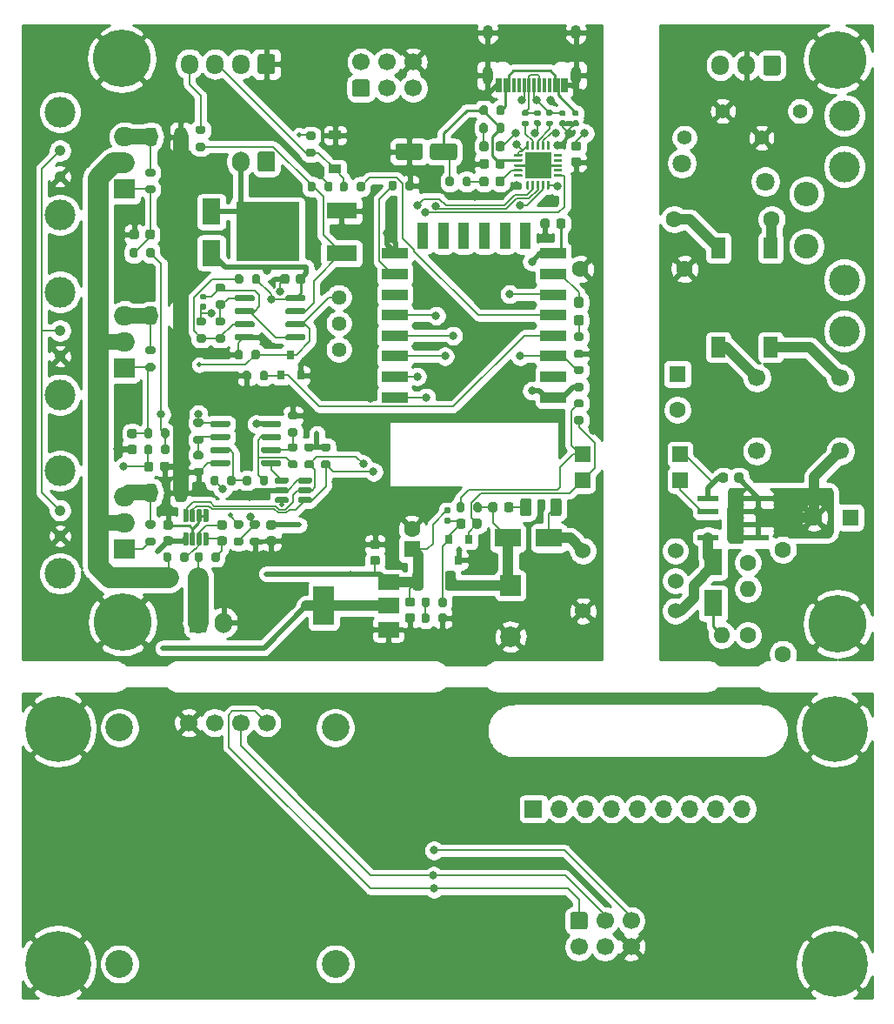
<source format=gtl>
G04 #@! TF.GenerationSoftware,KiCad,Pcbnew,(5.1.10)-1*
G04 #@! TF.CreationDate,2021-10-26T21:04:21+02:00*
G04 #@! TF.ProjectId,Load,4c6f6164-2e6b-4696-9361-645f70636258,rev?*
G04 #@! TF.SameCoordinates,Original*
G04 #@! TF.FileFunction,Copper,L1,Top*
G04 #@! TF.FilePolarity,Positive*
%FSLAX46Y46*%
G04 Gerber Fmt 4.6, Leading zero omitted, Abs format (unit mm)*
G04 Created by KiCad (PCBNEW (5.1.10)-1) date 2021-10-26 21:04:21*
%MOMM*%
%LPD*%
G01*
G04 APERTURE LIST*
G04 #@! TA.AperFunction,ComponentPad*
%ADD10O,2.400000X2.400000*%
G04 #@! TD*
G04 #@! TA.AperFunction,ComponentPad*
%ADD11C,2.400000*%
G04 #@! TD*
G04 #@! TA.AperFunction,ComponentPad*
%ADD12C,3.000000*%
G04 #@! TD*
G04 #@! TA.AperFunction,WasherPad*
%ADD13C,2.700000*%
G04 #@! TD*
G04 #@! TA.AperFunction,ComponentPad*
%ADD14C,1.700000*%
G04 #@! TD*
G04 #@! TA.AperFunction,ComponentPad*
%ADD15C,1.440000*%
G04 #@! TD*
G04 #@! TA.AperFunction,ComponentPad*
%ADD16C,5.600000*%
G04 #@! TD*
G04 #@! TA.AperFunction,ComponentPad*
%ADD17C,1.600000*%
G04 #@! TD*
G04 #@! TA.AperFunction,ComponentPad*
%ADD18R,1.600000X1.600000*%
G04 #@! TD*
G04 #@! TA.AperFunction,SMDPad,CuDef*
%ADD19R,1.400000X2.000000*%
G04 #@! TD*
G04 #@! TA.AperFunction,ComponentPad*
%ADD20C,1.800000*%
G04 #@! TD*
G04 #@! TA.AperFunction,ComponentPad*
%ADD21C,1.400000*%
G04 #@! TD*
G04 #@! TA.AperFunction,ComponentPad*
%ADD22O,1.000000X1.400000*%
G04 #@! TD*
G04 #@! TA.AperFunction,SMDPad,CuDef*
%ADD23R,0.300000X1.450000*%
G04 #@! TD*
G04 #@! TA.AperFunction,SMDPad,CuDef*
%ADD24R,1.500000X1.500000*%
G04 #@! TD*
G04 #@! TA.AperFunction,ComponentPad*
%ADD25C,1.524000*%
G04 #@! TD*
G04 #@! TA.AperFunction,ComponentPad*
%ADD26O,1.600000X1.600000*%
G04 #@! TD*
G04 #@! TA.AperFunction,SMDPad,CuDef*
%ADD27R,0.800000X0.900000*%
G04 #@! TD*
G04 #@! TA.AperFunction,ComponentPad*
%ADD28O,1.700000X2.000000*%
G04 #@! TD*
G04 #@! TA.AperFunction,ComponentPad*
%ADD29O,1.700000X1.950000*%
G04 #@! TD*
G04 #@! TA.AperFunction,SMDPad,CuDef*
%ADD30R,1.200000X0.900000*%
G04 #@! TD*
G04 #@! TA.AperFunction,SMDPad,CuDef*
%ADD31R,2.000000X0.600000*%
G04 #@! TD*
G04 #@! TA.AperFunction,SMDPad,CuDef*
%ADD32R,2.500000X2.500000*%
G04 #@! TD*
G04 #@! TA.AperFunction,ComponentPad*
%ADD33O,2.000000X1.905000*%
G04 #@! TD*
G04 #@! TA.AperFunction,ComponentPad*
%ADD34R,2.000000X1.905000*%
G04 #@! TD*
G04 #@! TA.AperFunction,SMDPad,CuDef*
%ADD35R,3.000000X1.600000*%
G04 #@! TD*
G04 #@! TA.AperFunction,SMDPad,CuDef*
%ADD36R,6.200000X5.800000*%
G04 #@! TD*
G04 #@! TA.AperFunction,ComponentPad*
%ADD37O,1.700000X1.700000*%
G04 #@! TD*
G04 #@! TA.AperFunction,ComponentPad*
%ADD38R,1.700000X1.700000*%
G04 #@! TD*
G04 #@! TA.AperFunction,ComponentPad*
%ADD39C,6.400000*%
G04 #@! TD*
G04 #@! TA.AperFunction,SMDPad,CuDef*
%ADD40R,1.800000X2.500000*%
G04 #@! TD*
G04 #@! TA.AperFunction,ComponentPad*
%ADD41C,2.000000*%
G04 #@! TD*
G04 #@! TA.AperFunction,ComponentPad*
%ADD42R,2.000000X2.000000*%
G04 #@! TD*
G04 #@! TA.AperFunction,SMDPad,CuDef*
%ADD43R,2.000000X1.500000*%
G04 #@! TD*
G04 #@! TA.AperFunction,SMDPad,CuDef*
%ADD44R,2.000000X3.800000*%
G04 #@! TD*
G04 #@! TA.AperFunction,ComponentPad*
%ADD45C,1.050000*%
G04 #@! TD*
G04 #@! TA.AperFunction,SMDPad,CuDef*
%ADD46R,2.500000X1.800000*%
G04 #@! TD*
G04 #@! TA.AperFunction,SMDPad,CuDef*
%ADD47R,1.100000X2.500000*%
G04 #@! TD*
G04 #@! TA.AperFunction,SMDPad,CuDef*
%ADD48R,2.500000X1.100000*%
G04 #@! TD*
G04 #@! TA.AperFunction,ViaPad*
%ADD49C,0.800000*%
G04 #@! TD*
G04 #@! TA.AperFunction,ViaPad*
%ADD50C,0.500000*%
G04 #@! TD*
G04 #@! TA.AperFunction,Conductor*
%ADD51C,1.000000*%
G04 #@! TD*
G04 #@! TA.AperFunction,Conductor*
%ADD52C,0.250000*%
G04 #@! TD*
G04 #@! TA.AperFunction,Conductor*
%ADD53C,0.152400*%
G04 #@! TD*
G04 #@! TA.AperFunction,Conductor*
%ADD54C,0.500000*%
G04 #@! TD*
G04 #@! TA.AperFunction,Conductor*
%ADD55C,1.500000*%
G04 #@! TD*
G04 #@! TA.AperFunction,Conductor*
%ADD56C,0.200000*%
G04 #@! TD*
G04 #@! TA.AperFunction,Conductor*
%ADD57C,2.000000*%
G04 #@! TD*
G04 #@! TA.AperFunction,Conductor*
%ADD58C,0.254000*%
G04 #@! TD*
G04 #@! TA.AperFunction,Conductor*
%ADD59C,0.100000*%
G04 #@! TD*
G04 APERTURE END LIST*
G04 #@! TA.AperFunction,SMDPad,CuDef*
G36*
G01*
X143081500Y-73343500D02*
X143081500Y-73043500D01*
G75*
G02*
X143231500Y-72893500I150000J0D01*
G01*
X144881500Y-72893500D01*
G75*
G02*
X145031500Y-73043500I0J-150000D01*
G01*
X145031500Y-73343500D01*
G75*
G02*
X144881500Y-73493500I-150000J0D01*
G01*
X143231500Y-73493500D01*
G75*
G02*
X143081500Y-73343500I0J150000D01*
G01*
G37*
G04 #@! TD.AperFunction*
G04 #@! TA.AperFunction,SMDPad,CuDef*
G36*
G01*
X143081500Y-74613500D02*
X143081500Y-74313500D01*
G75*
G02*
X143231500Y-74163500I150000J0D01*
G01*
X144881500Y-74163500D01*
G75*
G02*
X145031500Y-74313500I0J-150000D01*
G01*
X145031500Y-74613500D01*
G75*
G02*
X144881500Y-74763500I-150000J0D01*
G01*
X143231500Y-74763500D01*
G75*
G02*
X143081500Y-74613500I0J150000D01*
G01*
G37*
G04 #@! TD.AperFunction*
G04 #@! TA.AperFunction,SMDPad,CuDef*
G36*
G01*
X143081500Y-75883500D02*
X143081500Y-75583500D01*
G75*
G02*
X143231500Y-75433500I150000J0D01*
G01*
X144881500Y-75433500D01*
G75*
G02*
X145031500Y-75583500I0J-150000D01*
G01*
X145031500Y-75883500D01*
G75*
G02*
X144881500Y-76033500I-150000J0D01*
G01*
X143231500Y-76033500D01*
G75*
G02*
X143081500Y-75883500I0J150000D01*
G01*
G37*
G04 #@! TD.AperFunction*
G04 #@! TA.AperFunction,SMDPad,CuDef*
G36*
G01*
X143081500Y-77153500D02*
X143081500Y-76853500D01*
G75*
G02*
X143231500Y-76703500I150000J0D01*
G01*
X144881500Y-76703500D01*
G75*
G02*
X145031500Y-76853500I0J-150000D01*
G01*
X145031500Y-77153500D01*
G75*
G02*
X144881500Y-77303500I-150000J0D01*
G01*
X143231500Y-77303500D01*
G75*
G02*
X143081500Y-77153500I0J150000D01*
G01*
G37*
G04 #@! TD.AperFunction*
G04 #@! TA.AperFunction,SMDPad,CuDef*
G36*
G01*
X138131500Y-77153500D02*
X138131500Y-76853500D01*
G75*
G02*
X138281500Y-76703500I150000J0D01*
G01*
X139931500Y-76703500D01*
G75*
G02*
X140081500Y-76853500I0J-150000D01*
G01*
X140081500Y-77153500D01*
G75*
G02*
X139931500Y-77303500I-150000J0D01*
G01*
X138281500Y-77303500D01*
G75*
G02*
X138131500Y-77153500I0J150000D01*
G01*
G37*
G04 #@! TD.AperFunction*
G04 #@! TA.AperFunction,SMDPad,CuDef*
G36*
G01*
X138131500Y-75883500D02*
X138131500Y-75583500D01*
G75*
G02*
X138281500Y-75433500I150000J0D01*
G01*
X139931500Y-75433500D01*
G75*
G02*
X140081500Y-75583500I0J-150000D01*
G01*
X140081500Y-75883500D01*
G75*
G02*
X139931500Y-76033500I-150000J0D01*
G01*
X138281500Y-76033500D01*
G75*
G02*
X138131500Y-75883500I0J150000D01*
G01*
G37*
G04 #@! TD.AperFunction*
G04 #@! TA.AperFunction,SMDPad,CuDef*
G36*
G01*
X138131500Y-74613500D02*
X138131500Y-74313500D01*
G75*
G02*
X138281500Y-74163500I150000J0D01*
G01*
X139931500Y-74163500D01*
G75*
G02*
X140081500Y-74313500I0J-150000D01*
G01*
X140081500Y-74613500D01*
G75*
G02*
X139931500Y-74763500I-150000J0D01*
G01*
X138281500Y-74763500D01*
G75*
G02*
X138131500Y-74613500I0J150000D01*
G01*
G37*
G04 #@! TD.AperFunction*
G04 #@! TA.AperFunction,SMDPad,CuDef*
G36*
G01*
X138131500Y-73343500D02*
X138131500Y-73043500D01*
G75*
G02*
X138281500Y-72893500I150000J0D01*
G01*
X139931500Y-72893500D01*
G75*
G02*
X140081500Y-73043500I0J-150000D01*
G01*
X140081500Y-73343500D01*
G75*
G02*
X139931500Y-73493500I-150000J0D01*
G01*
X138281500Y-73493500D01*
G75*
G02*
X138131500Y-73343500I0J150000D01*
G01*
G37*
G04 #@! TD.AperFunction*
G04 #@! TA.AperFunction,SMDPad,CuDef*
G36*
G01*
X168968000Y-55435500D02*
X168598000Y-55435500D01*
G75*
G02*
X168463000Y-55300500I0J135000D01*
G01*
X168463000Y-55030500D01*
G75*
G02*
X168598000Y-54895500I135000J0D01*
G01*
X168968000Y-54895500D01*
G75*
G02*
X169103000Y-55030500I0J-135000D01*
G01*
X169103000Y-55300500D01*
G75*
G02*
X168968000Y-55435500I-135000J0D01*
G01*
G37*
G04 #@! TD.AperFunction*
G04 #@! TA.AperFunction,SMDPad,CuDef*
G36*
G01*
X168968000Y-56455500D02*
X168598000Y-56455500D01*
G75*
G02*
X168463000Y-56320500I0J135000D01*
G01*
X168463000Y-56050500D01*
G75*
G02*
X168598000Y-55915500I135000J0D01*
G01*
X168968000Y-55915500D01*
G75*
G02*
X169103000Y-56050500I0J-135000D01*
G01*
X169103000Y-56320500D01*
G75*
G02*
X168968000Y-56455500I-135000J0D01*
G01*
G37*
G04 #@! TD.AperFunction*
G04 #@! TA.AperFunction,SMDPad,CuDef*
G36*
G01*
X166618500Y-55435500D02*
X166248500Y-55435500D01*
G75*
G02*
X166113500Y-55300500I0J135000D01*
G01*
X166113500Y-55030500D01*
G75*
G02*
X166248500Y-54895500I135000J0D01*
G01*
X166618500Y-54895500D01*
G75*
G02*
X166753500Y-55030500I0J-135000D01*
G01*
X166753500Y-55300500D01*
G75*
G02*
X166618500Y-55435500I-135000J0D01*
G01*
G37*
G04 #@! TD.AperFunction*
G04 #@! TA.AperFunction,SMDPad,CuDef*
G36*
G01*
X166618500Y-56455500D02*
X166248500Y-56455500D01*
G75*
G02*
X166113500Y-56320500I0J135000D01*
G01*
X166113500Y-56050500D01*
G75*
G02*
X166248500Y-55915500I135000J0D01*
G01*
X166618500Y-55915500D01*
G75*
G02*
X166753500Y-56050500I0J-135000D01*
G01*
X166753500Y-56320500D01*
G75*
G02*
X166618500Y-56455500I-135000J0D01*
G01*
G37*
G04 #@! TD.AperFunction*
G04 #@! TA.AperFunction,SMDPad,CuDef*
G36*
G01*
X169883000Y-55889500D02*
X170223000Y-55889500D01*
G75*
G02*
X170363000Y-56029500I0J-140000D01*
G01*
X170363000Y-56309500D01*
G75*
G02*
X170223000Y-56449500I-140000J0D01*
G01*
X169883000Y-56449500D01*
G75*
G02*
X169743000Y-56309500I0J140000D01*
G01*
X169743000Y-56029500D01*
G75*
G02*
X169883000Y-55889500I140000J0D01*
G01*
G37*
G04 #@! TD.AperFunction*
G04 #@! TA.AperFunction,SMDPad,CuDef*
G36*
G01*
X169883000Y-54929500D02*
X170223000Y-54929500D01*
G75*
G02*
X170363000Y-55069500I0J-140000D01*
G01*
X170363000Y-55349500D01*
G75*
G02*
X170223000Y-55489500I-140000J0D01*
G01*
X169883000Y-55489500D01*
G75*
G02*
X169743000Y-55349500I0J140000D01*
G01*
X169743000Y-55069500D01*
G75*
G02*
X169883000Y-54929500I140000J0D01*
G01*
G37*
G04 #@! TD.AperFunction*
G04 #@! TA.AperFunction,SMDPad,CuDef*
G36*
G01*
X167439000Y-55875500D02*
X167779000Y-55875500D01*
G75*
G02*
X167919000Y-56015500I0J-140000D01*
G01*
X167919000Y-56295500D01*
G75*
G02*
X167779000Y-56435500I-140000J0D01*
G01*
X167439000Y-56435500D01*
G75*
G02*
X167299000Y-56295500I0J140000D01*
G01*
X167299000Y-56015500D01*
G75*
G02*
X167439000Y-55875500I140000J0D01*
G01*
G37*
G04 #@! TD.AperFunction*
G04 #@! TA.AperFunction,SMDPad,CuDef*
G36*
G01*
X167439000Y-54915500D02*
X167779000Y-54915500D01*
G75*
G02*
X167919000Y-55055500I0J-140000D01*
G01*
X167919000Y-55335500D01*
G75*
G02*
X167779000Y-55475500I-140000J0D01*
G01*
X167439000Y-55475500D01*
G75*
G02*
X167299000Y-55335500I0J140000D01*
G01*
X167299000Y-55055500D01*
G75*
G02*
X167439000Y-54915500I140000J0D01*
G01*
G37*
G04 #@! TD.AperFunction*
D10*
X193802000Y-63055500D03*
D11*
X193802000Y-68135500D03*
D12*
X197485000Y-71413000D03*
X197485000Y-55413000D03*
X197485000Y-76413000D03*
X197485000Y-60413000D03*
D13*
X126931500Y-137998500D03*
X147931500Y-137998500D03*
X147931500Y-114998500D03*
D14*
X141254200Y-114522400D03*
X138714200Y-114522400D03*
X136174200Y-114522400D03*
X133634200Y-114522400D03*
D13*
X126931500Y-114998500D03*
D15*
X148281500Y-73120000D03*
X148281500Y-75660000D03*
X148281500Y-78200000D03*
G04 #@! TA.AperFunction,SMDPad,CuDef*
G36*
G01*
X157125000Y-102525000D02*
X157125000Y-103075000D01*
G75*
G02*
X156925000Y-103275000I-200000J0D01*
G01*
X156525000Y-103275000D01*
G75*
G02*
X156325000Y-103075000I0J200000D01*
G01*
X156325000Y-102525000D01*
G75*
G02*
X156525000Y-102325000I200000J0D01*
G01*
X156925000Y-102325000D01*
G75*
G02*
X157125000Y-102525000I0J-200000D01*
G01*
G37*
G04 #@! TD.AperFunction*
G04 #@! TA.AperFunction,SMDPad,CuDef*
G36*
G01*
X158775000Y-102525000D02*
X158775000Y-103075000D01*
G75*
G02*
X158575000Y-103275000I-200000J0D01*
G01*
X158175000Y-103275000D01*
G75*
G02*
X157975000Y-103075000I0J200000D01*
G01*
X157975000Y-102525000D01*
G75*
G02*
X158175000Y-102325000I200000J0D01*
G01*
X158575000Y-102325000D01*
G75*
G02*
X158775000Y-102525000I0J-200000D01*
G01*
G37*
G04 #@! TD.AperFunction*
G04 #@! TA.AperFunction,SMDPad,CuDef*
G36*
G01*
X134535500Y-58083000D02*
X135085500Y-58083000D01*
G75*
G02*
X135285500Y-58283000I0J-200000D01*
G01*
X135285500Y-58683000D01*
G75*
G02*
X135085500Y-58883000I-200000J0D01*
G01*
X134535500Y-58883000D01*
G75*
G02*
X134335500Y-58683000I0J200000D01*
G01*
X134335500Y-58283000D01*
G75*
G02*
X134535500Y-58083000I200000J0D01*
G01*
G37*
G04 #@! TD.AperFunction*
G04 #@! TA.AperFunction,SMDPad,CuDef*
G36*
G01*
X134535500Y-56433000D02*
X135085500Y-56433000D01*
G75*
G02*
X135285500Y-56633000I0J-200000D01*
G01*
X135285500Y-57033000D01*
G75*
G02*
X135085500Y-57233000I-200000J0D01*
G01*
X134535500Y-57233000D01*
G75*
G02*
X134335500Y-57033000I0J200000D01*
G01*
X134335500Y-56633000D01*
G75*
G02*
X134535500Y-56433000I200000J0D01*
G01*
G37*
G04 #@! TD.AperFunction*
G04 #@! TA.AperFunction,SMDPad,CuDef*
G36*
G01*
X139775000Y-78975000D02*
X139775000Y-78425000D01*
G75*
G02*
X139975000Y-78225000I200000J0D01*
G01*
X140375000Y-78225000D01*
G75*
G02*
X140575000Y-78425000I0J-200000D01*
G01*
X140575000Y-78975000D01*
G75*
G02*
X140375000Y-79175000I-200000J0D01*
G01*
X139975000Y-79175000D01*
G75*
G02*
X139775000Y-78975000I0J200000D01*
G01*
G37*
G04 #@! TD.AperFunction*
G04 #@! TA.AperFunction,SMDPad,CuDef*
G36*
G01*
X138125000Y-78975000D02*
X138125000Y-78425000D01*
G75*
G02*
X138325000Y-78225000I200000J0D01*
G01*
X138725000Y-78225000D01*
G75*
G02*
X138925000Y-78425000I0J-200000D01*
G01*
X138925000Y-78975000D01*
G75*
G02*
X138725000Y-79175000I-200000J0D01*
G01*
X138325000Y-79175000D01*
G75*
G02*
X138125000Y-78975000I0J200000D01*
G01*
G37*
G04 #@! TD.AperFunction*
G04 #@! TA.AperFunction,SMDPad,CuDef*
G36*
G01*
X153925000Y-61975000D02*
X153925000Y-62525000D01*
G75*
G02*
X153725000Y-62725000I-200000J0D01*
G01*
X153325000Y-62725000D01*
G75*
G02*
X153125000Y-62525000I0J200000D01*
G01*
X153125000Y-61975000D01*
G75*
G02*
X153325000Y-61775000I200000J0D01*
G01*
X153725000Y-61775000D01*
G75*
G02*
X153925000Y-61975000I0J-200000D01*
G01*
G37*
G04 #@! TD.AperFunction*
G04 #@! TA.AperFunction,SMDPad,CuDef*
G36*
G01*
X155575000Y-61975000D02*
X155575000Y-62525000D01*
G75*
G02*
X155375000Y-62725000I-200000J0D01*
G01*
X154975000Y-62725000D01*
G75*
G02*
X154775000Y-62525000I0J200000D01*
G01*
X154775000Y-61975000D01*
G75*
G02*
X154975000Y-61775000I200000J0D01*
G01*
X155375000Y-61775000D01*
G75*
G02*
X155575000Y-61975000I0J-200000D01*
G01*
G37*
G04 #@! TD.AperFunction*
G04 #@! TA.AperFunction,SMDPad,CuDef*
G36*
G01*
X140575000Y-81025000D02*
X140575000Y-80475000D01*
G75*
G02*
X140775000Y-80275000I200000J0D01*
G01*
X141175000Y-80275000D01*
G75*
G02*
X141375000Y-80475000I0J-200000D01*
G01*
X141375000Y-81025000D01*
G75*
G02*
X141175000Y-81225000I-200000J0D01*
G01*
X140775000Y-81225000D01*
G75*
G02*
X140575000Y-81025000I0J200000D01*
G01*
G37*
G04 #@! TD.AperFunction*
G04 #@! TA.AperFunction,SMDPad,CuDef*
G36*
G01*
X138925000Y-81025000D02*
X138925000Y-80475000D01*
G75*
G02*
X139125000Y-80275000I200000J0D01*
G01*
X139525000Y-80275000D01*
G75*
G02*
X139725000Y-80475000I0J-200000D01*
G01*
X139725000Y-81025000D01*
G75*
G02*
X139525000Y-81225000I-200000J0D01*
G01*
X139125000Y-81225000D01*
G75*
G02*
X138925000Y-81025000I0J200000D01*
G01*
G37*
G04 #@! TD.AperFunction*
G04 #@! TA.AperFunction,SMDPad,CuDef*
G36*
G01*
X171365500Y-81451000D02*
X171915500Y-81451000D01*
G75*
G02*
X172115500Y-81651000I0J-200000D01*
G01*
X172115500Y-82051000D01*
G75*
G02*
X171915500Y-82251000I-200000J0D01*
G01*
X171365500Y-82251000D01*
G75*
G02*
X171165500Y-82051000I0J200000D01*
G01*
X171165500Y-81651000D01*
G75*
G02*
X171365500Y-81451000I200000J0D01*
G01*
G37*
G04 #@! TD.AperFunction*
G04 #@! TA.AperFunction,SMDPad,CuDef*
G36*
G01*
X171365500Y-79801000D02*
X171915500Y-79801000D01*
G75*
G02*
X172115500Y-80001000I0J-200000D01*
G01*
X172115500Y-80401000D01*
G75*
G02*
X171915500Y-80601000I-200000J0D01*
G01*
X171365500Y-80601000D01*
G75*
G02*
X171165500Y-80401000I0J200000D01*
G01*
X171165500Y-80001000D01*
G75*
G02*
X171365500Y-79801000I200000J0D01*
G01*
G37*
G04 #@! TD.AperFunction*
D14*
X155511500Y-50228500D03*
X152971500Y-50228500D03*
X150431500Y-50228500D03*
X155511500Y-52768500D03*
X152971500Y-52768500D03*
G04 #@! TA.AperFunction,ComponentPad*
G36*
G01*
X151031500Y-53618500D02*
X149831500Y-53618500D01*
G75*
G02*
X149581500Y-53368500I0J250000D01*
G01*
X149581500Y-52168500D01*
G75*
G02*
X149831500Y-51918500I250000J0D01*
G01*
X151031500Y-51918500D01*
G75*
G02*
X151281500Y-52168500I0J-250000D01*
G01*
X151281500Y-53368500D01*
G75*
G02*
X151031500Y-53618500I-250000J0D01*
G01*
G37*
G04 #@! TD.AperFunction*
X176720500Y-136334500D03*
X174180500Y-136334500D03*
X171640500Y-136334500D03*
X176720500Y-133794500D03*
X174180500Y-133794500D03*
G04 #@! TA.AperFunction,ComponentPad*
G36*
G01*
X171040500Y-132944500D02*
X172240500Y-132944500D01*
G75*
G02*
X172490500Y-133194500I0J-250000D01*
G01*
X172490500Y-134394500D01*
G75*
G02*
X172240500Y-134644500I-250000J0D01*
G01*
X171040500Y-134644500D01*
G75*
G02*
X170790500Y-134394500I0J250000D01*
G01*
X170790500Y-133194500D01*
G75*
G02*
X171040500Y-132944500I250000J0D01*
G01*
G37*
G04 #@! TD.AperFunction*
D16*
X196831500Y-49998500D03*
D14*
X197104000Y-80962500D03*
X188976000Y-80962500D03*
X188976000Y-88074500D03*
X197104000Y-88074500D03*
D17*
X180924200Y-65532000D03*
X190423800Y-65532000D03*
X181229000Y-84081500D03*
D18*
X181229000Y-80581500D03*
D19*
X185229500Y-68326000D03*
X185229500Y-77978000D03*
X190309500Y-77978000D03*
X190309500Y-68326000D03*
D20*
X181673500Y-60071000D03*
X189801500Y-61849000D03*
D21*
X189424000Y-57594500D03*
X181924000Y-57594500D03*
X193170500Y-54991000D03*
X185670500Y-54991000D03*
D22*
X171359000Y-47325500D03*
G04 #@! TA.AperFunction,ComponentPad*
G36*
G01*
X171859000Y-51125500D02*
X171859000Y-51925500D01*
G75*
G02*
X171359000Y-52425500I-500000J0D01*
G01*
X171359000Y-52425500D01*
G75*
G02*
X170859000Y-51925500I0J500000D01*
G01*
X170859000Y-51125500D01*
G75*
G02*
X171359000Y-50625500I500000J0D01*
G01*
X171359000Y-50625500D01*
G75*
G02*
X171859000Y-51125500I0J-500000D01*
G01*
G37*
G04 #@! TD.AperFunction*
D23*
X163709000Y-52475500D03*
X164509000Y-52475500D03*
X164009000Y-52475500D03*
X164809000Y-52475500D03*
X169309000Y-52475500D03*
X169609000Y-52475500D03*
X170109000Y-52475500D03*
X170409000Y-52475500D03*
D22*
X162759000Y-47325500D03*
G04 #@! TA.AperFunction,ComponentPad*
G36*
G01*
X163259000Y-51125500D02*
X163259000Y-51925500D01*
G75*
G02*
X162759000Y-52425500I-500000J0D01*
G01*
X162759000Y-52425500D01*
G75*
G02*
X162259000Y-51925500I0J500000D01*
G01*
X162259000Y-51125500D01*
G75*
G02*
X162759000Y-50625500I500000J0D01*
G01*
X162759000Y-50625500D01*
G75*
G02*
X163259000Y-51125500I0J-500000D01*
G01*
G37*
G04 #@! TD.AperFunction*
D23*
X165309000Y-52475500D03*
X165809000Y-52475500D03*
X166309000Y-52475500D03*
X166809000Y-52475500D03*
X168809000Y-52475500D03*
X168309000Y-52475500D03*
X167809000Y-52475500D03*
X167309000Y-52475500D03*
G04 #@! TA.AperFunction,SMDPad,CuDef*
G36*
G01*
X135200000Y-95975000D02*
X135450000Y-95975000D01*
G75*
G02*
X135575000Y-96100000I0J-125000D01*
G01*
X135575000Y-97175000D01*
G75*
G02*
X135450000Y-97300000I-125000J0D01*
G01*
X135200000Y-97300000D01*
G75*
G02*
X135075000Y-97175000I0J125000D01*
G01*
X135075000Y-96100000D01*
G75*
G02*
X135200000Y-95975000I125000J0D01*
G01*
G37*
G04 #@! TD.AperFunction*
G04 #@! TA.AperFunction,SMDPad,CuDef*
G36*
G01*
X134550000Y-95975000D02*
X134800000Y-95975000D01*
G75*
G02*
X134925000Y-96100000I0J-125000D01*
G01*
X134925000Y-97175000D01*
G75*
G02*
X134800000Y-97300000I-125000J0D01*
G01*
X134550000Y-97300000D01*
G75*
G02*
X134425000Y-97175000I0J125000D01*
G01*
X134425000Y-96100000D01*
G75*
G02*
X134550000Y-95975000I125000J0D01*
G01*
G37*
G04 #@! TD.AperFunction*
G04 #@! TA.AperFunction,SMDPad,CuDef*
G36*
G01*
X133900000Y-95975000D02*
X134150000Y-95975000D01*
G75*
G02*
X134275000Y-96100000I0J-125000D01*
G01*
X134275000Y-97175000D01*
G75*
G02*
X134150000Y-97300000I-125000J0D01*
G01*
X133900000Y-97300000D01*
G75*
G02*
X133775000Y-97175000I0J125000D01*
G01*
X133775000Y-96100000D01*
G75*
G02*
X133900000Y-95975000I125000J0D01*
G01*
G37*
G04 #@! TD.AperFunction*
G04 #@! TA.AperFunction,SMDPad,CuDef*
G36*
G01*
X133250000Y-95975000D02*
X133500000Y-95975000D01*
G75*
G02*
X133625000Y-96100000I0J-125000D01*
G01*
X133625000Y-97175000D01*
G75*
G02*
X133500000Y-97300000I-125000J0D01*
G01*
X133250000Y-97300000D01*
G75*
G02*
X133125000Y-97175000I0J125000D01*
G01*
X133125000Y-96100000D01*
G75*
G02*
X133250000Y-95975000I125000J0D01*
G01*
G37*
G04 #@! TD.AperFunction*
G04 #@! TA.AperFunction,SMDPad,CuDef*
G36*
G01*
X133250000Y-93700000D02*
X133500000Y-93700000D01*
G75*
G02*
X133625000Y-93825000I0J-125000D01*
G01*
X133625000Y-94900000D01*
G75*
G02*
X133500000Y-95025000I-125000J0D01*
G01*
X133250000Y-95025000D01*
G75*
G02*
X133125000Y-94900000I0J125000D01*
G01*
X133125000Y-93825000D01*
G75*
G02*
X133250000Y-93700000I125000J0D01*
G01*
G37*
G04 #@! TD.AperFunction*
G04 #@! TA.AperFunction,SMDPad,CuDef*
G36*
G01*
X133900000Y-93700000D02*
X134150000Y-93700000D01*
G75*
G02*
X134275000Y-93825000I0J-125000D01*
G01*
X134275000Y-94900000D01*
G75*
G02*
X134150000Y-95025000I-125000J0D01*
G01*
X133900000Y-95025000D01*
G75*
G02*
X133775000Y-94900000I0J125000D01*
G01*
X133775000Y-93825000D01*
G75*
G02*
X133900000Y-93700000I125000J0D01*
G01*
G37*
G04 #@! TD.AperFunction*
G04 #@! TA.AperFunction,SMDPad,CuDef*
G36*
G01*
X134550000Y-93700000D02*
X134800000Y-93700000D01*
G75*
G02*
X134925000Y-93825000I0J-125000D01*
G01*
X134925000Y-94900000D01*
G75*
G02*
X134800000Y-95025000I-125000J0D01*
G01*
X134550000Y-95025000D01*
G75*
G02*
X134425000Y-94900000I0J125000D01*
G01*
X134425000Y-93825000D01*
G75*
G02*
X134550000Y-93700000I125000J0D01*
G01*
G37*
G04 #@! TD.AperFunction*
G04 #@! TA.AperFunction,SMDPad,CuDef*
G36*
G01*
X135200000Y-93700000D02*
X135450000Y-93700000D01*
G75*
G02*
X135575000Y-93825000I0J-125000D01*
G01*
X135575000Y-94900000D01*
G75*
G02*
X135450000Y-95025000I-125000J0D01*
G01*
X135200000Y-95025000D01*
G75*
G02*
X135075000Y-94900000I0J125000D01*
G01*
X135075000Y-93825000D01*
G75*
G02*
X135200000Y-93700000I125000J0D01*
G01*
G37*
G04 #@! TD.AperFunction*
G04 #@! TA.AperFunction,SMDPad,CuDef*
G36*
G01*
X147275000Y-88125000D02*
X146725000Y-88125000D01*
G75*
G02*
X146525000Y-87925000I0J200000D01*
G01*
X146525000Y-87525000D01*
G75*
G02*
X146725000Y-87325000I200000J0D01*
G01*
X147275000Y-87325000D01*
G75*
G02*
X147475000Y-87525000I0J-200000D01*
G01*
X147475000Y-87925000D01*
G75*
G02*
X147275000Y-88125000I-200000J0D01*
G01*
G37*
G04 #@! TD.AperFunction*
G04 #@! TA.AperFunction,SMDPad,CuDef*
G36*
G01*
X147275000Y-89775000D02*
X146725000Y-89775000D01*
G75*
G02*
X146525000Y-89575000I0J200000D01*
G01*
X146525000Y-89175000D01*
G75*
G02*
X146725000Y-88975000I200000J0D01*
G01*
X147275000Y-88975000D01*
G75*
G02*
X147475000Y-89175000I0J-200000D01*
G01*
X147475000Y-89575000D01*
G75*
G02*
X147275000Y-89775000I-200000J0D01*
G01*
G37*
G04 #@! TD.AperFunction*
G04 #@! TA.AperFunction,SMDPad,CuDef*
G36*
G01*
X145817000Y-57804500D02*
X145267000Y-57804500D01*
G75*
G02*
X145067000Y-57604500I0J200000D01*
G01*
X145067000Y-57204500D01*
G75*
G02*
X145267000Y-57004500I200000J0D01*
G01*
X145817000Y-57004500D01*
G75*
G02*
X146017000Y-57204500I0J-200000D01*
G01*
X146017000Y-57604500D01*
G75*
G02*
X145817000Y-57804500I-200000J0D01*
G01*
G37*
G04 #@! TD.AperFunction*
G04 #@! TA.AperFunction,SMDPad,CuDef*
G36*
G01*
X145817000Y-59454500D02*
X145267000Y-59454500D01*
G75*
G02*
X145067000Y-59254500I0J200000D01*
G01*
X145067000Y-58854500D01*
G75*
G02*
X145267000Y-58654500I200000J0D01*
G01*
X145817000Y-58654500D01*
G75*
G02*
X146017000Y-58854500I0J-200000D01*
G01*
X146017000Y-59254500D01*
G75*
G02*
X145817000Y-59454500I-200000J0D01*
G01*
G37*
G04 #@! TD.AperFunction*
G04 #@! TA.AperFunction,SMDPad,CuDef*
G36*
G01*
X163620000Y-56917000D02*
X163620000Y-56367000D01*
G75*
G02*
X163820000Y-56167000I200000J0D01*
G01*
X164220000Y-56167000D01*
G75*
G02*
X164420000Y-56367000I0J-200000D01*
G01*
X164420000Y-56917000D01*
G75*
G02*
X164220000Y-57117000I-200000J0D01*
G01*
X163820000Y-57117000D01*
G75*
G02*
X163620000Y-56917000I0J200000D01*
G01*
G37*
G04 #@! TD.AperFunction*
G04 #@! TA.AperFunction,SMDPad,CuDef*
G36*
G01*
X161970000Y-56917000D02*
X161970000Y-56367000D01*
G75*
G02*
X162170000Y-56167000I200000J0D01*
G01*
X162570000Y-56167000D01*
G75*
G02*
X162770000Y-56367000I0J-200000D01*
G01*
X162770000Y-56917000D01*
G75*
G02*
X162570000Y-57117000I-200000J0D01*
G01*
X162170000Y-57117000D01*
G75*
G02*
X161970000Y-56917000I0J200000D01*
G01*
G37*
G04 #@! TD.AperFunction*
D24*
X181500000Y-88392000D03*
X181500000Y-90932000D03*
X172000000Y-90932000D03*
X172000000Y-88392000D03*
D25*
X181038500Y-97790000D03*
X181038500Y-100711000D03*
X181038500Y-103632000D03*
X172043500Y-103632000D03*
X172043500Y-97790000D03*
D26*
X188087000Y-101473000D03*
D17*
X188087000Y-98933000D03*
D26*
X185547000Y-105981500D03*
D17*
X188087000Y-105981500D03*
X171767500Y-70358000D03*
X181927500Y-70358000D03*
G04 #@! TA.AperFunction,SMDPad,CuDef*
G36*
G01*
X140375000Y-95625000D02*
X139825000Y-95625000D01*
G75*
G02*
X139625000Y-95425000I0J200000D01*
G01*
X139625000Y-95025000D01*
G75*
G02*
X139825000Y-94825000I200000J0D01*
G01*
X140375000Y-94825000D01*
G75*
G02*
X140575000Y-95025000I0J-200000D01*
G01*
X140575000Y-95425000D01*
G75*
G02*
X140375000Y-95625000I-200000J0D01*
G01*
G37*
G04 #@! TD.AperFunction*
G04 #@! TA.AperFunction,SMDPad,CuDef*
G36*
G01*
X140375000Y-97275000D02*
X139825000Y-97275000D01*
G75*
G02*
X139625000Y-97075000I0J200000D01*
G01*
X139625000Y-96675000D01*
G75*
G02*
X139825000Y-96475000I200000J0D01*
G01*
X140375000Y-96475000D01*
G75*
G02*
X140575000Y-96675000I0J-200000D01*
G01*
X140575000Y-97075000D01*
G75*
G02*
X140375000Y-97275000I-200000J0D01*
G01*
G37*
G04 #@! TD.AperFunction*
G04 #@! TA.AperFunction,SMDPad,CuDef*
G36*
G01*
X151550000Y-98275000D02*
X152050000Y-98275000D01*
G75*
G02*
X152275000Y-98500000I0J-225000D01*
G01*
X152275000Y-98950000D01*
G75*
G02*
X152050000Y-99175000I-225000J0D01*
G01*
X151550000Y-99175000D01*
G75*
G02*
X151325000Y-98950000I0J225000D01*
G01*
X151325000Y-98500000D01*
G75*
G02*
X151550000Y-98275000I225000J0D01*
G01*
G37*
G04 #@! TD.AperFunction*
G04 #@! TA.AperFunction,SMDPad,CuDef*
G36*
G01*
X151550000Y-96725000D02*
X152050000Y-96725000D01*
G75*
G02*
X152275000Y-96950000I0J-225000D01*
G01*
X152275000Y-97400000D01*
G75*
G02*
X152050000Y-97625000I-225000J0D01*
G01*
X151550000Y-97625000D01*
G75*
G02*
X151325000Y-97400000I0J225000D01*
G01*
X151325000Y-96950000D01*
G75*
G02*
X151550000Y-96725000I225000J0D01*
G01*
G37*
G04 #@! TD.AperFunction*
G04 #@! TA.AperFunction,SMDPad,CuDef*
G36*
G01*
X150025000Y-62625000D02*
X150025000Y-62075000D01*
G75*
G02*
X150225000Y-61875000I200000J0D01*
G01*
X150625000Y-61875000D01*
G75*
G02*
X150825000Y-62075000I0J-200000D01*
G01*
X150825000Y-62625000D01*
G75*
G02*
X150625000Y-62825000I-200000J0D01*
G01*
X150225000Y-62825000D01*
G75*
G02*
X150025000Y-62625000I0J200000D01*
G01*
G37*
G04 #@! TD.AperFunction*
G04 #@! TA.AperFunction,SMDPad,CuDef*
G36*
G01*
X148375000Y-62625000D02*
X148375000Y-62075000D01*
G75*
G02*
X148575000Y-61875000I200000J0D01*
G01*
X148975000Y-61875000D01*
G75*
G02*
X149175000Y-62075000I0J-200000D01*
G01*
X149175000Y-62625000D01*
G75*
G02*
X148975000Y-62825000I-200000J0D01*
G01*
X148575000Y-62825000D01*
G75*
G02*
X148375000Y-62625000I0J200000D01*
G01*
G37*
G04 #@! TD.AperFunction*
D27*
X143600000Y-78700000D03*
X144550000Y-80700000D03*
X142650000Y-80700000D03*
D28*
X138731500Y-59898500D03*
G04 #@! TA.AperFunction,ComponentPad*
G36*
G01*
X142081500Y-59148500D02*
X142081500Y-60648500D01*
G75*
G02*
X141831500Y-60898500I-250000J0D01*
G01*
X140631500Y-60898500D01*
G75*
G02*
X140381500Y-60648500I0J250000D01*
G01*
X140381500Y-59148500D01*
G75*
G02*
X140631500Y-58898500I250000J0D01*
G01*
X141831500Y-58898500D01*
G75*
G02*
X142081500Y-59148500I0J-250000D01*
G01*
G37*
G04 #@! TD.AperFunction*
D29*
X133731500Y-50419000D03*
X136231500Y-50419000D03*
X138731500Y-50419000D03*
G04 #@! TA.AperFunction,ComponentPad*
G36*
G01*
X142081500Y-49694000D02*
X142081500Y-51144000D01*
G75*
G02*
X141831500Y-51394000I-250000J0D01*
G01*
X140631500Y-51394000D01*
G75*
G02*
X140381500Y-51144000I0J250000D01*
G01*
X140381500Y-49694000D01*
G75*
G02*
X140631500Y-49444000I250000J0D01*
G01*
X141831500Y-49444000D01*
G75*
G02*
X142081500Y-49694000I0J-250000D01*
G01*
G37*
G04 #@! TD.AperFunction*
D30*
X147900000Y-57350000D03*
X147900000Y-60650000D03*
D31*
X189112000Y-92664500D03*
X189112000Y-93934500D03*
X189112000Y-95204500D03*
X189112000Y-96474500D03*
X184212000Y-96474500D03*
X184212000Y-93934500D03*
X184212000Y-92664500D03*
G04 #@! TA.AperFunction,SMDPad,CuDef*
G36*
G01*
X140718500Y-85596500D02*
X140718500Y-85296500D01*
G75*
G02*
X140868500Y-85146500I150000J0D01*
G01*
X142518500Y-85146500D01*
G75*
G02*
X142668500Y-85296500I0J-150000D01*
G01*
X142668500Y-85596500D01*
G75*
G02*
X142518500Y-85746500I-150000J0D01*
G01*
X140868500Y-85746500D01*
G75*
G02*
X140718500Y-85596500I0J150000D01*
G01*
G37*
G04 #@! TD.AperFunction*
G04 #@! TA.AperFunction,SMDPad,CuDef*
G36*
G01*
X140718500Y-86866500D02*
X140718500Y-86566500D01*
G75*
G02*
X140868500Y-86416500I150000J0D01*
G01*
X142518500Y-86416500D01*
G75*
G02*
X142668500Y-86566500I0J-150000D01*
G01*
X142668500Y-86866500D01*
G75*
G02*
X142518500Y-87016500I-150000J0D01*
G01*
X140868500Y-87016500D01*
G75*
G02*
X140718500Y-86866500I0J150000D01*
G01*
G37*
G04 #@! TD.AperFunction*
G04 #@! TA.AperFunction,SMDPad,CuDef*
G36*
G01*
X140718500Y-88136500D02*
X140718500Y-87836500D01*
G75*
G02*
X140868500Y-87686500I150000J0D01*
G01*
X142518500Y-87686500D01*
G75*
G02*
X142668500Y-87836500I0J-150000D01*
G01*
X142668500Y-88136500D01*
G75*
G02*
X142518500Y-88286500I-150000J0D01*
G01*
X140868500Y-88286500D01*
G75*
G02*
X140718500Y-88136500I0J150000D01*
G01*
G37*
G04 #@! TD.AperFunction*
G04 #@! TA.AperFunction,SMDPad,CuDef*
G36*
G01*
X140718500Y-89406500D02*
X140718500Y-89106500D01*
G75*
G02*
X140868500Y-88956500I150000J0D01*
G01*
X142518500Y-88956500D01*
G75*
G02*
X142668500Y-89106500I0J-150000D01*
G01*
X142668500Y-89406500D01*
G75*
G02*
X142518500Y-89556500I-150000J0D01*
G01*
X140868500Y-89556500D01*
G75*
G02*
X140718500Y-89406500I0J150000D01*
G01*
G37*
G04 #@! TD.AperFunction*
G04 #@! TA.AperFunction,SMDPad,CuDef*
G36*
G01*
X135768500Y-89406500D02*
X135768500Y-89106500D01*
G75*
G02*
X135918500Y-88956500I150000J0D01*
G01*
X137568500Y-88956500D01*
G75*
G02*
X137718500Y-89106500I0J-150000D01*
G01*
X137718500Y-89406500D01*
G75*
G02*
X137568500Y-89556500I-150000J0D01*
G01*
X135918500Y-89556500D01*
G75*
G02*
X135768500Y-89406500I0J150000D01*
G01*
G37*
G04 #@! TD.AperFunction*
G04 #@! TA.AperFunction,SMDPad,CuDef*
G36*
G01*
X135768500Y-88136500D02*
X135768500Y-87836500D01*
G75*
G02*
X135918500Y-87686500I150000J0D01*
G01*
X137568500Y-87686500D01*
G75*
G02*
X137718500Y-87836500I0J-150000D01*
G01*
X137718500Y-88136500D01*
G75*
G02*
X137568500Y-88286500I-150000J0D01*
G01*
X135918500Y-88286500D01*
G75*
G02*
X135768500Y-88136500I0J150000D01*
G01*
G37*
G04 #@! TD.AperFunction*
G04 #@! TA.AperFunction,SMDPad,CuDef*
G36*
G01*
X135768500Y-86866500D02*
X135768500Y-86566500D01*
G75*
G02*
X135918500Y-86416500I150000J0D01*
G01*
X137568500Y-86416500D01*
G75*
G02*
X137718500Y-86566500I0J-150000D01*
G01*
X137718500Y-86866500D01*
G75*
G02*
X137568500Y-87016500I-150000J0D01*
G01*
X135918500Y-87016500D01*
G75*
G02*
X135768500Y-86866500I0J150000D01*
G01*
G37*
G04 #@! TD.AperFunction*
G04 #@! TA.AperFunction,SMDPad,CuDef*
G36*
G01*
X135768500Y-85596500D02*
X135768500Y-85296500D01*
G75*
G02*
X135918500Y-85146500I150000J0D01*
G01*
X137568500Y-85146500D01*
G75*
G02*
X137718500Y-85296500I0J-150000D01*
G01*
X137718500Y-85596500D01*
G75*
G02*
X137568500Y-85746500I-150000J0D01*
G01*
X135918500Y-85746500D01*
G75*
G02*
X135768500Y-85596500I0J150000D01*
G01*
G37*
G04 #@! TD.AperFunction*
G04 #@! TA.AperFunction,SMDPad,CuDef*
G36*
G01*
X144325000Y-91100000D02*
X144325000Y-90800000D01*
G75*
G02*
X144475000Y-90650000I150000J0D01*
G01*
X145500000Y-90650000D01*
G75*
G02*
X145650000Y-90800000I0J-150000D01*
G01*
X145650000Y-91100000D01*
G75*
G02*
X145500000Y-91250000I-150000J0D01*
G01*
X144475000Y-91250000D01*
G75*
G02*
X144325000Y-91100000I0J150000D01*
G01*
G37*
G04 #@! TD.AperFunction*
G04 #@! TA.AperFunction,SMDPad,CuDef*
G36*
G01*
X144325000Y-92050000D02*
X144325000Y-91750000D01*
G75*
G02*
X144475000Y-91600000I150000J0D01*
G01*
X145500000Y-91600000D01*
G75*
G02*
X145650000Y-91750000I0J-150000D01*
G01*
X145650000Y-92050000D01*
G75*
G02*
X145500000Y-92200000I-150000J0D01*
G01*
X144475000Y-92200000D01*
G75*
G02*
X144325000Y-92050000I0J150000D01*
G01*
G37*
G04 #@! TD.AperFunction*
G04 #@! TA.AperFunction,SMDPad,CuDef*
G36*
G01*
X144325000Y-93000000D02*
X144325000Y-92700000D01*
G75*
G02*
X144475000Y-92550000I150000J0D01*
G01*
X145500000Y-92550000D01*
G75*
G02*
X145650000Y-92700000I0J-150000D01*
G01*
X145650000Y-93000000D01*
G75*
G02*
X145500000Y-93150000I-150000J0D01*
G01*
X144475000Y-93150000D01*
G75*
G02*
X144325000Y-93000000I0J150000D01*
G01*
G37*
G04 #@! TD.AperFunction*
G04 #@! TA.AperFunction,SMDPad,CuDef*
G36*
G01*
X142050000Y-93000000D02*
X142050000Y-92700000D01*
G75*
G02*
X142200000Y-92550000I150000J0D01*
G01*
X143225000Y-92550000D01*
G75*
G02*
X143375000Y-92700000I0J-150000D01*
G01*
X143375000Y-93000000D01*
G75*
G02*
X143225000Y-93150000I-150000J0D01*
G01*
X142200000Y-93150000D01*
G75*
G02*
X142050000Y-93000000I0J150000D01*
G01*
G37*
G04 #@! TD.AperFunction*
G04 #@! TA.AperFunction,SMDPad,CuDef*
G36*
G01*
X142050000Y-92050000D02*
X142050000Y-91750000D01*
G75*
G02*
X142200000Y-91600000I150000J0D01*
G01*
X143225000Y-91600000D01*
G75*
G02*
X143375000Y-91750000I0J-150000D01*
G01*
X143375000Y-92050000D01*
G75*
G02*
X143225000Y-92200000I-150000J0D01*
G01*
X142200000Y-92200000D01*
G75*
G02*
X142050000Y-92050000I0J150000D01*
G01*
G37*
G04 #@! TD.AperFunction*
G04 #@! TA.AperFunction,SMDPad,CuDef*
G36*
G01*
X142050000Y-91100000D02*
X142050000Y-90800000D01*
G75*
G02*
X142200000Y-90650000I150000J0D01*
G01*
X143225000Y-90650000D01*
G75*
G02*
X143375000Y-90800000I0J-150000D01*
G01*
X143375000Y-91100000D01*
G75*
G02*
X143225000Y-91250000I-150000J0D01*
G01*
X142200000Y-91250000D01*
G75*
G02*
X142050000Y-91100000I0J150000D01*
G01*
G37*
G04 #@! TD.AperFunction*
D32*
X167659000Y-60275500D03*
G04 #@! TA.AperFunction,SMDPad,CuDef*
G36*
G01*
X168784000Y-61863000D02*
X168784000Y-62563000D01*
G75*
G02*
X168721500Y-62625500I-62500J0D01*
G01*
X168596500Y-62625500D01*
G75*
G02*
X168534000Y-62563000I0J62500D01*
G01*
X168534000Y-61863000D01*
G75*
G02*
X168596500Y-61800500I62500J0D01*
G01*
X168721500Y-61800500D01*
G75*
G02*
X168784000Y-61863000I0J-62500D01*
G01*
G37*
G04 #@! TD.AperFunction*
G04 #@! TA.AperFunction,SMDPad,CuDef*
G36*
G01*
X168284000Y-61863000D02*
X168284000Y-62563000D01*
G75*
G02*
X168221500Y-62625500I-62500J0D01*
G01*
X168096500Y-62625500D01*
G75*
G02*
X168034000Y-62563000I0J62500D01*
G01*
X168034000Y-61863000D01*
G75*
G02*
X168096500Y-61800500I62500J0D01*
G01*
X168221500Y-61800500D01*
G75*
G02*
X168284000Y-61863000I0J-62500D01*
G01*
G37*
G04 #@! TD.AperFunction*
G04 #@! TA.AperFunction,SMDPad,CuDef*
G36*
G01*
X167784000Y-61863000D02*
X167784000Y-62563000D01*
G75*
G02*
X167721500Y-62625500I-62500J0D01*
G01*
X167596500Y-62625500D01*
G75*
G02*
X167534000Y-62563000I0J62500D01*
G01*
X167534000Y-61863000D01*
G75*
G02*
X167596500Y-61800500I62500J0D01*
G01*
X167721500Y-61800500D01*
G75*
G02*
X167784000Y-61863000I0J-62500D01*
G01*
G37*
G04 #@! TD.AperFunction*
G04 #@! TA.AperFunction,SMDPad,CuDef*
G36*
G01*
X167284000Y-61863000D02*
X167284000Y-62563000D01*
G75*
G02*
X167221500Y-62625500I-62500J0D01*
G01*
X167096500Y-62625500D01*
G75*
G02*
X167034000Y-62563000I0J62500D01*
G01*
X167034000Y-61863000D01*
G75*
G02*
X167096500Y-61800500I62500J0D01*
G01*
X167221500Y-61800500D01*
G75*
G02*
X167284000Y-61863000I0J-62500D01*
G01*
G37*
G04 #@! TD.AperFunction*
G04 #@! TA.AperFunction,SMDPad,CuDef*
G36*
G01*
X166784000Y-61863000D02*
X166784000Y-62563000D01*
G75*
G02*
X166721500Y-62625500I-62500J0D01*
G01*
X166596500Y-62625500D01*
G75*
G02*
X166534000Y-62563000I0J62500D01*
G01*
X166534000Y-61863000D01*
G75*
G02*
X166596500Y-61800500I62500J0D01*
G01*
X166721500Y-61800500D01*
G75*
G02*
X166784000Y-61863000I0J-62500D01*
G01*
G37*
G04 #@! TD.AperFunction*
G04 #@! TA.AperFunction,SMDPad,CuDef*
G36*
G01*
X166134000Y-61213000D02*
X166134000Y-61338000D01*
G75*
G02*
X166071500Y-61400500I-62500J0D01*
G01*
X165371500Y-61400500D01*
G75*
G02*
X165309000Y-61338000I0J62500D01*
G01*
X165309000Y-61213000D01*
G75*
G02*
X165371500Y-61150500I62500J0D01*
G01*
X166071500Y-61150500D01*
G75*
G02*
X166134000Y-61213000I0J-62500D01*
G01*
G37*
G04 #@! TD.AperFunction*
G04 #@! TA.AperFunction,SMDPad,CuDef*
G36*
G01*
X166134000Y-60713000D02*
X166134000Y-60838000D01*
G75*
G02*
X166071500Y-60900500I-62500J0D01*
G01*
X165371500Y-60900500D01*
G75*
G02*
X165309000Y-60838000I0J62500D01*
G01*
X165309000Y-60713000D01*
G75*
G02*
X165371500Y-60650500I62500J0D01*
G01*
X166071500Y-60650500D01*
G75*
G02*
X166134000Y-60713000I0J-62500D01*
G01*
G37*
G04 #@! TD.AperFunction*
G04 #@! TA.AperFunction,SMDPad,CuDef*
G36*
G01*
X166134000Y-60213000D02*
X166134000Y-60338000D01*
G75*
G02*
X166071500Y-60400500I-62500J0D01*
G01*
X165371500Y-60400500D01*
G75*
G02*
X165309000Y-60338000I0J62500D01*
G01*
X165309000Y-60213000D01*
G75*
G02*
X165371500Y-60150500I62500J0D01*
G01*
X166071500Y-60150500D01*
G75*
G02*
X166134000Y-60213000I0J-62500D01*
G01*
G37*
G04 #@! TD.AperFunction*
G04 #@! TA.AperFunction,SMDPad,CuDef*
G36*
G01*
X166134000Y-59713000D02*
X166134000Y-59838000D01*
G75*
G02*
X166071500Y-59900500I-62500J0D01*
G01*
X165371500Y-59900500D01*
G75*
G02*
X165309000Y-59838000I0J62500D01*
G01*
X165309000Y-59713000D01*
G75*
G02*
X165371500Y-59650500I62500J0D01*
G01*
X166071500Y-59650500D01*
G75*
G02*
X166134000Y-59713000I0J-62500D01*
G01*
G37*
G04 #@! TD.AperFunction*
G04 #@! TA.AperFunction,SMDPad,CuDef*
G36*
G01*
X166134000Y-59213000D02*
X166134000Y-59338000D01*
G75*
G02*
X166071500Y-59400500I-62500J0D01*
G01*
X165371500Y-59400500D01*
G75*
G02*
X165309000Y-59338000I0J62500D01*
G01*
X165309000Y-59213000D01*
G75*
G02*
X165371500Y-59150500I62500J0D01*
G01*
X166071500Y-59150500D01*
G75*
G02*
X166134000Y-59213000I0J-62500D01*
G01*
G37*
G04 #@! TD.AperFunction*
G04 #@! TA.AperFunction,SMDPad,CuDef*
G36*
G01*
X166784000Y-57988000D02*
X166784000Y-58688000D01*
G75*
G02*
X166721500Y-58750500I-62500J0D01*
G01*
X166596500Y-58750500D01*
G75*
G02*
X166534000Y-58688000I0J62500D01*
G01*
X166534000Y-57988000D01*
G75*
G02*
X166596500Y-57925500I62500J0D01*
G01*
X166721500Y-57925500D01*
G75*
G02*
X166784000Y-57988000I0J-62500D01*
G01*
G37*
G04 #@! TD.AperFunction*
G04 #@! TA.AperFunction,SMDPad,CuDef*
G36*
G01*
X167284000Y-57988000D02*
X167284000Y-58688000D01*
G75*
G02*
X167221500Y-58750500I-62500J0D01*
G01*
X167096500Y-58750500D01*
G75*
G02*
X167034000Y-58688000I0J62500D01*
G01*
X167034000Y-57988000D01*
G75*
G02*
X167096500Y-57925500I62500J0D01*
G01*
X167221500Y-57925500D01*
G75*
G02*
X167284000Y-57988000I0J-62500D01*
G01*
G37*
G04 #@! TD.AperFunction*
G04 #@! TA.AperFunction,SMDPad,CuDef*
G36*
G01*
X167784000Y-57988000D02*
X167784000Y-58688000D01*
G75*
G02*
X167721500Y-58750500I-62500J0D01*
G01*
X167596500Y-58750500D01*
G75*
G02*
X167534000Y-58688000I0J62500D01*
G01*
X167534000Y-57988000D01*
G75*
G02*
X167596500Y-57925500I62500J0D01*
G01*
X167721500Y-57925500D01*
G75*
G02*
X167784000Y-57988000I0J-62500D01*
G01*
G37*
G04 #@! TD.AperFunction*
G04 #@! TA.AperFunction,SMDPad,CuDef*
G36*
G01*
X168284000Y-57988000D02*
X168284000Y-58688000D01*
G75*
G02*
X168221500Y-58750500I-62500J0D01*
G01*
X168096500Y-58750500D01*
G75*
G02*
X168034000Y-58688000I0J62500D01*
G01*
X168034000Y-57988000D01*
G75*
G02*
X168096500Y-57925500I62500J0D01*
G01*
X168221500Y-57925500D01*
G75*
G02*
X168284000Y-57988000I0J-62500D01*
G01*
G37*
G04 #@! TD.AperFunction*
G04 #@! TA.AperFunction,SMDPad,CuDef*
G36*
G01*
X168784000Y-57988000D02*
X168784000Y-58688000D01*
G75*
G02*
X168721500Y-58750500I-62500J0D01*
G01*
X168596500Y-58750500D01*
G75*
G02*
X168534000Y-58688000I0J62500D01*
G01*
X168534000Y-57988000D01*
G75*
G02*
X168596500Y-57925500I62500J0D01*
G01*
X168721500Y-57925500D01*
G75*
G02*
X168784000Y-57988000I0J-62500D01*
G01*
G37*
G04 #@! TD.AperFunction*
G04 #@! TA.AperFunction,SMDPad,CuDef*
G36*
G01*
X170009000Y-59213000D02*
X170009000Y-59338000D01*
G75*
G02*
X169946500Y-59400500I-62500J0D01*
G01*
X169246500Y-59400500D01*
G75*
G02*
X169184000Y-59338000I0J62500D01*
G01*
X169184000Y-59213000D01*
G75*
G02*
X169246500Y-59150500I62500J0D01*
G01*
X169946500Y-59150500D01*
G75*
G02*
X170009000Y-59213000I0J-62500D01*
G01*
G37*
G04 #@! TD.AperFunction*
G04 #@! TA.AperFunction,SMDPad,CuDef*
G36*
G01*
X170009000Y-59713000D02*
X170009000Y-59838000D01*
G75*
G02*
X169946500Y-59900500I-62500J0D01*
G01*
X169246500Y-59900500D01*
G75*
G02*
X169184000Y-59838000I0J62500D01*
G01*
X169184000Y-59713000D01*
G75*
G02*
X169246500Y-59650500I62500J0D01*
G01*
X169946500Y-59650500D01*
G75*
G02*
X170009000Y-59713000I0J-62500D01*
G01*
G37*
G04 #@! TD.AperFunction*
G04 #@! TA.AperFunction,SMDPad,CuDef*
G36*
G01*
X170009000Y-60213000D02*
X170009000Y-60338000D01*
G75*
G02*
X169946500Y-60400500I-62500J0D01*
G01*
X169246500Y-60400500D01*
G75*
G02*
X169184000Y-60338000I0J62500D01*
G01*
X169184000Y-60213000D01*
G75*
G02*
X169246500Y-60150500I62500J0D01*
G01*
X169946500Y-60150500D01*
G75*
G02*
X170009000Y-60213000I0J-62500D01*
G01*
G37*
G04 #@! TD.AperFunction*
G04 #@! TA.AperFunction,SMDPad,CuDef*
G36*
G01*
X170009000Y-60713000D02*
X170009000Y-60838000D01*
G75*
G02*
X169946500Y-60900500I-62500J0D01*
G01*
X169246500Y-60900500D01*
G75*
G02*
X169184000Y-60838000I0J62500D01*
G01*
X169184000Y-60713000D01*
G75*
G02*
X169246500Y-60650500I62500J0D01*
G01*
X169946500Y-60650500D01*
G75*
G02*
X170009000Y-60713000I0J-62500D01*
G01*
G37*
G04 #@! TD.AperFunction*
G04 #@! TA.AperFunction,SMDPad,CuDef*
G36*
G01*
X170009000Y-61213000D02*
X170009000Y-61338000D01*
G75*
G02*
X169946500Y-61400500I-62500J0D01*
G01*
X169246500Y-61400500D01*
G75*
G02*
X169184000Y-61338000I0J62500D01*
G01*
X169184000Y-61213000D01*
G75*
G02*
X169246500Y-61150500I62500J0D01*
G01*
X169946500Y-61150500D01*
G75*
G02*
X170009000Y-61213000I0J-62500D01*
G01*
G37*
G04 #@! TD.AperFunction*
G04 #@! TA.AperFunction,SMDPad,CuDef*
G36*
G01*
X158665000Y-94590000D02*
X159035000Y-94590000D01*
G75*
G02*
X159170000Y-94725000I0J-135000D01*
G01*
X159170000Y-94995000D01*
G75*
G02*
X159035000Y-95130000I-135000J0D01*
G01*
X158665000Y-95130000D01*
G75*
G02*
X158530000Y-94995000I0J135000D01*
G01*
X158530000Y-94725000D01*
G75*
G02*
X158665000Y-94590000I135000J0D01*
G01*
G37*
G04 #@! TD.AperFunction*
G04 #@! TA.AperFunction,SMDPad,CuDef*
G36*
G01*
X158665000Y-93570000D02*
X159035000Y-93570000D01*
G75*
G02*
X159170000Y-93705000I0J-135000D01*
G01*
X159170000Y-93975000D01*
G75*
G02*
X159035000Y-94110000I-135000J0D01*
G01*
X158665000Y-94110000D01*
G75*
G02*
X158530000Y-93975000I0J135000D01*
G01*
X158530000Y-93705000D01*
G75*
G02*
X158665000Y-93570000I135000J0D01*
G01*
G37*
G04 #@! TD.AperFunction*
G04 #@! TA.AperFunction,SMDPad,CuDef*
G36*
G01*
X171365500Y-84689500D02*
X171915500Y-84689500D01*
G75*
G02*
X172115500Y-84889500I0J-200000D01*
G01*
X172115500Y-85289500D01*
G75*
G02*
X171915500Y-85489500I-200000J0D01*
G01*
X171365500Y-85489500D01*
G75*
G02*
X171165500Y-85289500I0J200000D01*
G01*
X171165500Y-84889500D01*
G75*
G02*
X171365500Y-84689500I200000J0D01*
G01*
G37*
G04 #@! TD.AperFunction*
G04 #@! TA.AperFunction,SMDPad,CuDef*
G36*
G01*
X171365500Y-83039500D02*
X171915500Y-83039500D01*
G75*
G02*
X172115500Y-83239500I0J-200000D01*
G01*
X172115500Y-83639500D01*
G75*
G02*
X171915500Y-83839500I-200000J0D01*
G01*
X171365500Y-83839500D01*
G75*
G02*
X171165500Y-83639500I0J200000D01*
G01*
X171165500Y-83239500D01*
G75*
G02*
X171365500Y-83039500I200000J0D01*
G01*
G37*
G04 #@! TD.AperFunction*
G04 #@! TA.AperFunction,SMDPad,CuDef*
G36*
G01*
X168850000Y-94175002D02*
X168850000Y-92924998D01*
G75*
G02*
X169099998Y-92675000I249998J0D01*
G01*
X169725002Y-92675000D01*
G75*
G02*
X169975000Y-92924998I0J-249998D01*
G01*
X169975000Y-94175002D01*
G75*
G02*
X169725002Y-94425000I-249998J0D01*
G01*
X169099998Y-94425000D01*
G75*
G02*
X168850000Y-94175002I0J249998D01*
G01*
G37*
G04 #@! TD.AperFunction*
G04 #@! TA.AperFunction,SMDPad,CuDef*
G36*
G01*
X165925000Y-94175002D02*
X165925000Y-92924998D01*
G75*
G02*
X166174998Y-92675000I249998J0D01*
G01*
X166800002Y-92675000D01*
G75*
G02*
X167050000Y-92924998I0J-249998D01*
G01*
X167050000Y-94175002D01*
G75*
G02*
X166800002Y-94425000I-249998J0D01*
G01*
X166174998Y-94425000D01*
G75*
G02*
X165925000Y-94175002I0J249998D01*
G01*
G37*
G04 #@! TD.AperFunction*
G04 #@! TA.AperFunction,SMDPad,CuDef*
G36*
G01*
X130531500Y-56873498D02*
X130531500Y-58123502D01*
G75*
G02*
X130281502Y-58373500I-249998J0D01*
G01*
X129656498Y-58373500D01*
G75*
G02*
X129406500Y-58123502I0J249998D01*
G01*
X129406500Y-56873498D01*
G75*
G02*
X129656498Y-56623500I249998J0D01*
G01*
X130281502Y-56623500D01*
G75*
G02*
X130531500Y-56873498I0J-249998D01*
G01*
G37*
G04 #@! TD.AperFunction*
G04 #@! TA.AperFunction,SMDPad,CuDef*
G36*
G01*
X133456500Y-56873498D02*
X133456500Y-58123502D01*
G75*
G02*
X133206502Y-58373500I-249998J0D01*
G01*
X132581498Y-58373500D01*
G75*
G02*
X132331500Y-58123502I0J249998D01*
G01*
X132331500Y-56873498D01*
G75*
G02*
X132581498Y-56623500I249998J0D01*
G01*
X133206502Y-56623500D01*
G75*
G02*
X133456500Y-56873498I0J-249998D01*
G01*
G37*
G04 #@! TD.AperFunction*
G04 #@! TA.AperFunction,SMDPad,CuDef*
G36*
G01*
X130531500Y-74273498D02*
X130531500Y-75523502D01*
G75*
G02*
X130281502Y-75773500I-249998J0D01*
G01*
X129656498Y-75773500D01*
G75*
G02*
X129406500Y-75523502I0J249998D01*
G01*
X129406500Y-74273498D01*
G75*
G02*
X129656498Y-74023500I249998J0D01*
G01*
X130281502Y-74023500D01*
G75*
G02*
X130531500Y-74273498I0J-249998D01*
G01*
G37*
G04 #@! TD.AperFunction*
G04 #@! TA.AperFunction,SMDPad,CuDef*
G36*
G01*
X133456500Y-74273498D02*
X133456500Y-75523502D01*
G75*
G02*
X133206502Y-75773500I-249998J0D01*
G01*
X132581498Y-75773500D01*
G75*
G02*
X132331500Y-75523502I0J249998D01*
G01*
X132331500Y-74273498D01*
G75*
G02*
X132581498Y-74023500I249998J0D01*
G01*
X133206502Y-74023500D01*
G75*
G02*
X133456500Y-74273498I0J-249998D01*
G01*
G37*
G04 #@! TD.AperFunction*
G04 #@! TA.AperFunction,SMDPad,CuDef*
G36*
G01*
X134037500Y-101025002D02*
X134037500Y-99774998D01*
G75*
G02*
X134287498Y-99525000I249998J0D01*
G01*
X134912502Y-99525000D01*
G75*
G02*
X135162500Y-99774998I0J-249998D01*
G01*
X135162500Y-101025002D01*
G75*
G02*
X134912502Y-101275000I-249998J0D01*
G01*
X134287498Y-101275000D01*
G75*
G02*
X134037500Y-101025002I0J249998D01*
G01*
G37*
G04 #@! TD.AperFunction*
G04 #@! TA.AperFunction,SMDPad,CuDef*
G36*
G01*
X131112500Y-101025002D02*
X131112500Y-99774998D01*
G75*
G02*
X131362498Y-99525000I249998J0D01*
G01*
X131987502Y-99525000D01*
G75*
G02*
X132237500Y-99774998I0J-249998D01*
G01*
X132237500Y-101025002D01*
G75*
G02*
X131987502Y-101275000I-249998J0D01*
G01*
X131362498Y-101275000D01*
G75*
G02*
X131112500Y-101025002I0J249998D01*
G01*
G37*
G04 #@! TD.AperFunction*
G04 #@! TA.AperFunction,SMDPad,CuDef*
G36*
G01*
X130531500Y-91524998D02*
X130531500Y-92775002D01*
G75*
G02*
X130281502Y-93025000I-249998J0D01*
G01*
X129656498Y-93025000D01*
G75*
G02*
X129406500Y-92775002I0J249998D01*
G01*
X129406500Y-91524998D01*
G75*
G02*
X129656498Y-91275000I249998J0D01*
G01*
X130281502Y-91275000D01*
G75*
G02*
X130531500Y-91524998I0J-249998D01*
G01*
G37*
G04 #@! TD.AperFunction*
G04 #@! TA.AperFunction,SMDPad,CuDef*
G36*
G01*
X133456500Y-91524998D02*
X133456500Y-92775002D01*
G75*
G02*
X133206502Y-93025000I-249998J0D01*
G01*
X132581498Y-93025000D01*
G75*
G02*
X132331500Y-92775002I0J249998D01*
G01*
X132331500Y-91524998D01*
G75*
G02*
X132581498Y-91275000I249998J0D01*
G01*
X133206502Y-91275000D01*
G75*
G02*
X133456500Y-91524998I0J-249998D01*
G01*
G37*
G04 #@! TD.AperFunction*
G04 #@! TA.AperFunction,SMDPad,CuDef*
G36*
G01*
X138775000Y-95625000D02*
X138225000Y-95625000D01*
G75*
G02*
X138025000Y-95425000I0J200000D01*
G01*
X138025000Y-95025000D01*
G75*
G02*
X138225000Y-94825000I200000J0D01*
G01*
X138775000Y-94825000D01*
G75*
G02*
X138975000Y-95025000I0J-200000D01*
G01*
X138975000Y-95425000D01*
G75*
G02*
X138775000Y-95625000I-200000J0D01*
G01*
G37*
G04 #@! TD.AperFunction*
G04 #@! TA.AperFunction,SMDPad,CuDef*
G36*
G01*
X138775000Y-97275000D02*
X138225000Y-97275000D01*
G75*
G02*
X138025000Y-97075000I0J200000D01*
G01*
X138025000Y-96675000D01*
G75*
G02*
X138225000Y-96475000I200000J0D01*
G01*
X138775000Y-96475000D01*
G75*
G02*
X138975000Y-96675000I0J-200000D01*
G01*
X138975000Y-97075000D01*
G75*
G02*
X138775000Y-97275000I-200000J0D01*
G01*
G37*
G04 #@! TD.AperFunction*
D33*
X127431500Y-57518500D03*
X127431500Y-60058500D03*
D34*
X127431500Y-62598500D03*
D33*
X127431500Y-92518500D03*
X127431500Y-95058500D03*
D34*
X127431500Y-97598500D03*
D35*
X148531500Y-68848500D03*
X148531500Y-64698500D03*
D36*
X141331500Y-66748500D03*
D28*
X137056500Y-104775000D03*
G04 #@! TA.AperFunction,ComponentPad*
G36*
G01*
X133706500Y-105525000D02*
X133706500Y-104025000D01*
G75*
G02*
X133956500Y-103775000I250000J0D01*
G01*
X135156500Y-103775000D01*
G75*
G02*
X135406500Y-104025000I0J-250000D01*
G01*
X135406500Y-105525000D01*
G75*
G02*
X135156500Y-105775000I-250000J0D01*
G01*
X133956500Y-105775000D01*
G75*
G02*
X133706500Y-105525000I0J250000D01*
G01*
G37*
G04 #@! TD.AperFunction*
D37*
X187551500Y-122898500D03*
X185011500Y-122898500D03*
X182471500Y-122898500D03*
X179931500Y-122898500D03*
X177391500Y-122898500D03*
X174851500Y-122898500D03*
X172311500Y-122898500D03*
X169771500Y-122898500D03*
D38*
X167231500Y-122898500D03*
D39*
X196531500Y-137998500D03*
X196531500Y-115098500D03*
X120931500Y-137998500D03*
X120931500Y-115098500D03*
D40*
X184721500Y-98901500D03*
X184721500Y-102901500D03*
X135881500Y-64798500D03*
X135881500Y-68798500D03*
G04 #@! TA.AperFunction,SMDPad,CuDef*
G36*
G01*
X162845000Y-58163750D02*
X162845000Y-58676250D01*
G75*
G02*
X162626250Y-58895000I-218750J0D01*
G01*
X162188750Y-58895000D01*
G75*
G02*
X161970000Y-58676250I0J218750D01*
G01*
X161970000Y-58163750D01*
G75*
G02*
X162188750Y-57945000I218750J0D01*
G01*
X162626250Y-57945000D01*
G75*
G02*
X162845000Y-58163750I0J-218750D01*
G01*
G37*
G04 #@! TD.AperFunction*
G04 #@! TA.AperFunction,SMDPad,CuDef*
G36*
G01*
X164420000Y-58163750D02*
X164420000Y-58676250D01*
G75*
G02*
X164201250Y-58895000I-218750J0D01*
G01*
X163763750Y-58895000D01*
G75*
G02*
X163545000Y-58676250I0J218750D01*
G01*
X163545000Y-58163750D01*
G75*
G02*
X163763750Y-57945000I218750J0D01*
G01*
X164201250Y-57945000D01*
G75*
G02*
X164420000Y-58163750I0J-218750D01*
G01*
G37*
G04 #@! TD.AperFunction*
G04 #@! TA.AperFunction,SMDPad,CuDef*
G36*
G01*
X162845000Y-61592750D02*
X162845000Y-62105250D01*
G75*
G02*
X162626250Y-62324000I-218750J0D01*
G01*
X162188750Y-62324000D01*
G75*
G02*
X161970000Y-62105250I0J218750D01*
G01*
X161970000Y-61592750D01*
G75*
G02*
X162188750Y-61374000I218750J0D01*
G01*
X162626250Y-61374000D01*
G75*
G02*
X162845000Y-61592750I0J-218750D01*
G01*
G37*
G04 #@! TD.AperFunction*
G04 #@! TA.AperFunction,SMDPad,CuDef*
G36*
G01*
X164420000Y-61592750D02*
X164420000Y-62105250D01*
G75*
G02*
X164201250Y-62324000I-218750J0D01*
G01*
X163763750Y-62324000D01*
G75*
G02*
X163545000Y-62105250I0J218750D01*
G01*
X163545000Y-61592750D01*
G75*
G02*
X163763750Y-61374000I218750J0D01*
G01*
X164201250Y-61374000D01*
G75*
G02*
X164420000Y-61592750I0J-218750D01*
G01*
G37*
G04 #@! TD.AperFunction*
G04 #@! TA.AperFunction,SMDPad,CuDef*
G36*
G01*
X171878000Y-74135500D02*
X171403000Y-74135500D01*
G75*
G02*
X171165500Y-73898000I0J237500D01*
G01*
X171165500Y-73323000D01*
G75*
G02*
X171403000Y-73085500I237500J0D01*
G01*
X171878000Y-73085500D01*
G75*
G02*
X172115500Y-73323000I0J-237500D01*
G01*
X172115500Y-73898000D01*
G75*
G02*
X171878000Y-74135500I-237500J0D01*
G01*
G37*
G04 #@! TD.AperFunction*
G04 #@! TA.AperFunction,SMDPad,CuDef*
G36*
G01*
X171878000Y-75885500D02*
X171403000Y-75885500D01*
G75*
G02*
X171165500Y-75648000I0J237500D01*
G01*
X171165500Y-75073000D01*
G75*
G02*
X171403000Y-74835500I237500J0D01*
G01*
X171878000Y-74835500D01*
G75*
G02*
X172115500Y-75073000I0J-237500D01*
G01*
X172115500Y-75648000D01*
G75*
G02*
X171878000Y-75885500I-237500J0D01*
G01*
G37*
G04 #@! TD.AperFunction*
D17*
X155400000Y-95650000D03*
D18*
X155400000Y-97650000D03*
G04 #@! TA.AperFunction,SMDPad,CuDef*
G36*
G01*
X160625000Y-94900000D02*
X160625000Y-95400000D01*
G75*
G02*
X160400000Y-95625000I-225000J0D01*
G01*
X159950000Y-95625000D01*
G75*
G02*
X159725000Y-95400000I0J225000D01*
G01*
X159725000Y-94900000D01*
G75*
G02*
X159950000Y-94675000I225000J0D01*
G01*
X160400000Y-94675000D01*
G75*
G02*
X160625000Y-94900000I0J-225000D01*
G01*
G37*
G04 #@! TD.AperFunction*
G04 #@! TA.AperFunction,SMDPad,CuDef*
G36*
G01*
X162175000Y-94900000D02*
X162175000Y-95400000D01*
G75*
G02*
X161950000Y-95625000I-225000J0D01*
G01*
X161500000Y-95625000D01*
G75*
G02*
X161275000Y-95400000I0J225000D01*
G01*
X161275000Y-94900000D01*
G75*
G02*
X161500000Y-94675000I225000J0D01*
G01*
X161950000Y-94675000D01*
G75*
G02*
X162175000Y-94900000I0J-225000D01*
G01*
G37*
G04 #@! TD.AperFunction*
D41*
X165000000Y-106150000D03*
D42*
X165000000Y-101150000D03*
G04 #@! TA.AperFunction,SMDPad,CuDef*
G36*
G01*
X186787000Y-90919500D02*
X186787000Y-90419500D01*
G75*
G02*
X187012000Y-90194500I225000J0D01*
G01*
X187462000Y-90194500D01*
G75*
G02*
X187687000Y-90419500I0J-225000D01*
G01*
X187687000Y-90919500D01*
G75*
G02*
X187462000Y-91144500I-225000J0D01*
G01*
X187012000Y-91144500D01*
G75*
G02*
X186787000Y-90919500I0J225000D01*
G01*
G37*
G04 #@! TD.AperFunction*
G04 #@! TA.AperFunction,SMDPad,CuDef*
G36*
G01*
X185237000Y-90919500D02*
X185237000Y-90419500D01*
G75*
G02*
X185462000Y-90194500I225000J0D01*
G01*
X185912000Y-90194500D01*
G75*
G02*
X186137000Y-90419500I0J-225000D01*
G01*
X186137000Y-90919500D01*
G75*
G02*
X185912000Y-91144500I-225000J0D01*
G01*
X185462000Y-91144500D01*
G75*
G02*
X185237000Y-90919500I0J225000D01*
G01*
G37*
G04 #@! TD.AperFunction*
D17*
X191516000Y-107823000D03*
X191516000Y-97663000D03*
X194556500Y-94551500D03*
D18*
X198056500Y-94551500D03*
G04 #@! TA.AperFunction,SMDPad,CuDef*
G36*
G01*
X156450000Y-58400000D02*
X156450000Y-59500000D01*
G75*
G02*
X156200000Y-59750000I-250000J0D01*
G01*
X154050000Y-59750000D01*
G75*
G02*
X153800000Y-59500000I0J250000D01*
G01*
X153800000Y-58400000D01*
G75*
G02*
X154050000Y-58150000I250000J0D01*
G01*
X156200000Y-58150000D01*
G75*
G02*
X156450000Y-58400000I0J-250000D01*
G01*
G37*
G04 #@! TD.AperFunction*
G04 #@! TA.AperFunction,SMDPad,CuDef*
G36*
G01*
X159800000Y-58400000D02*
X159800000Y-59500000D01*
G75*
G02*
X159550000Y-59750000I-250000J0D01*
G01*
X157400000Y-59750000D01*
G75*
G02*
X157150000Y-59500000I0J250000D01*
G01*
X157150000Y-58400000D01*
G75*
G02*
X157400000Y-58150000I250000J0D01*
G01*
X159550000Y-58150000D01*
G75*
G02*
X159800000Y-58400000I0J-250000D01*
G01*
G37*
G04 #@! TD.AperFunction*
G04 #@! TA.AperFunction,SMDPad,CuDef*
G36*
G01*
X135251500Y-73348500D02*
X134911500Y-73348500D01*
G75*
G02*
X134771500Y-73208500I0J140000D01*
G01*
X134771500Y-72928500D01*
G75*
G02*
X134911500Y-72788500I140000J0D01*
G01*
X135251500Y-72788500D01*
G75*
G02*
X135391500Y-72928500I0J-140000D01*
G01*
X135391500Y-73208500D01*
G75*
G02*
X135251500Y-73348500I-140000J0D01*
G01*
G37*
G04 #@! TD.AperFunction*
G04 #@! TA.AperFunction,SMDPad,CuDef*
G36*
G01*
X135251500Y-74308500D02*
X134911500Y-74308500D01*
G75*
G02*
X134771500Y-74168500I0J140000D01*
G01*
X134771500Y-73888500D01*
G75*
G02*
X134911500Y-73748500I140000J0D01*
G01*
X135251500Y-73748500D01*
G75*
G02*
X135391500Y-73888500I0J-140000D01*
G01*
X135391500Y-74168500D01*
G75*
G02*
X135251500Y-74308500I-140000J0D01*
G01*
G37*
G04 #@! TD.AperFunction*
G04 #@! TA.AperFunction,SMDPad,CuDef*
G36*
G01*
X171136500Y-59507000D02*
X171636500Y-59507000D01*
G75*
G02*
X171861500Y-59732000I0J-225000D01*
G01*
X171861500Y-60182000D01*
G75*
G02*
X171636500Y-60407000I-225000J0D01*
G01*
X171136500Y-60407000D01*
G75*
G02*
X170911500Y-60182000I0J225000D01*
G01*
X170911500Y-59732000D01*
G75*
G02*
X171136500Y-59507000I225000J0D01*
G01*
G37*
G04 #@! TD.AperFunction*
G04 #@! TA.AperFunction,SMDPad,CuDef*
G36*
G01*
X171136500Y-57957000D02*
X171636500Y-57957000D01*
G75*
G02*
X171861500Y-58182000I0J-225000D01*
G01*
X171861500Y-58632000D01*
G75*
G02*
X171636500Y-58857000I-225000J0D01*
G01*
X171136500Y-58857000D01*
G75*
G02*
X170911500Y-58632000I0J225000D01*
G01*
X170911500Y-58182000D01*
G75*
G02*
X171136500Y-57957000I225000J0D01*
G01*
G37*
G04 #@! TD.AperFunction*
G04 #@! TA.AperFunction,SMDPad,CuDef*
G36*
G01*
X171153000Y-55889500D02*
X171493000Y-55889500D01*
G75*
G02*
X171633000Y-56029500I0J-140000D01*
G01*
X171633000Y-56309500D01*
G75*
G02*
X171493000Y-56449500I-140000J0D01*
G01*
X171153000Y-56449500D01*
G75*
G02*
X171013000Y-56309500I0J140000D01*
G01*
X171013000Y-56029500D01*
G75*
G02*
X171153000Y-55889500I140000J0D01*
G01*
G37*
G04 #@! TD.AperFunction*
G04 #@! TA.AperFunction,SMDPad,CuDef*
G36*
G01*
X171153000Y-54929500D02*
X171493000Y-54929500D01*
G75*
G02*
X171633000Y-55069500I0J-140000D01*
G01*
X171633000Y-55349500D01*
G75*
G02*
X171493000Y-55489500I-140000J0D01*
G01*
X171153000Y-55489500D01*
G75*
G02*
X171013000Y-55349500I0J140000D01*
G01*
X171013000Y-55069500D01*
G75*
G02*
X171153000Y-54929500I140000J0D01*
G01*
G37*
G04 #@! TD.AperFunction*
D43*
X153100000Y-105450000D03*
X153100000Y-100850000D03*
X153100000Y-103150000D03*
D44*
X146800000Y-103150000D03*
D27*
X159950000Y-98700000D03*
X159000000Y-96700000D03*
X160900000Y-96700000D03*
D45*
X121131500Y-61348500D03*
X121131500Y-58848500D03*
X121131500Y-78848500D03*
X121131500Y-76348500D03*
X121131500Y-96348500D03*
X121131500Y-93848500D03*
G04 #@! TA.AperFunction,SMDPad,CuDef*
G36*
G01*
X157975000Y-104625000D02*
X157975000Y-104075000D01*
G75*
G02*
X158175000Y-103875000I200000J0D01*
G01*
X158575000Y-103875000D01*
G75*
G02*
X158775000Y-104075000I0J-200000D01*
G01*
X158775000Y-104625000D01*
G75*
G02*
X158575000Y-104825000I-200000J0D01*
G01*
X158175000Y-104825000D01*
G75*
G02*
X157975000Y-104625000I0J200000D01*
G01*
G37*
G04 #@! TD.AperFunction*
G04 #@! TA.AperFunction,SMDPad,CuDef*
G36*
G01*
X156325000Y-104625000D02*
X156325000Y-104075000D01*
G75*
G02*
X156525000Y-103875000I200000J0D01*
G01*
X156925000Y-103875000D01*
G75*
G02*
X157125000Y-104075000I0J-200000D01*
G01*
X157125000Y-104625000D01*
G75*
G02*
X156925000Y-104825000I-200000J0D01*
G01*
X156525000Y-104825000D01*
G75*
G02*
X156325000Y-104625000I0J200000D01*
G01*
G37*
G04 #@! TD.AperFunction*
G04 #@! TA.AperFunction,SMDPad,CuDef*
G36*
G01*
X161375000Y-93825000D02*
X161375000Y-93275000D01*
G75*
G02*
X161575000Y-93075000I200000J0D01*
G01*
X161975000Y-93075000D01*
G75*
G02*
X162175000Y-93275000I0J-200000D01*
G01*
X162175000Y-93825000D01*
G75*
G02*
X161975000Y-94025000I-200000J0D01*
G01*
X161575000Y-94025000D01*
G75*
G02*
X161375000Y-93825000I0J200000D01*
G01*
G37*
G04 #@! TD.AperFunction*
G04 #@! TA.AperFunction,SMDPad,CuDef*
G36*
G01*
X159725000Y-93825000D02*
X159725000Y-93275000D01*
G75*
G02*
X159925000Y-93075000I200000J0D01*
G01*
X160325000Y-93075000D01*
G75*
G02*
X160525000Y-93275000I0J-200000D01*
G01*
X160525000Y-93825000D01*
G75*
G02*
X160325000Y-94025000I-200000J0D01*
G01*
X159925000Y-94025000D01*
G75*
G02*
X159725000Y-93825000I0J200000D01*
G01*
G37*
G04 #@! TD.AperFunction*
G04 #@! TA.AperFunction,SMDPad,CuDef*
G36*
G01*
X130206500Y-61373500D02*
X129656500Y-61373500D01*
G75*
G02*
X129456500Y-61173500I0J200000D01*
G01*
X129456500Y-60773500D01*
G75*
G02*
X129656500Y-60573500I200000J0D01*
G01*
X130206500Y-60573500D01*
G75*
G02*
X130406500Y-60773500I0J-200000D01*
G01*
X130406500Y-61173500D01*
G75*
G02*
X130206500Y-61373500I-200000J0D01*
G01*
G37*
G04 #@! TD.AperFunction*
G04 #@! TA.AperFunction,SMDPad,CuDef*
G36*
G01*
X130206500Y-63023500D02*
X129656500Y-63023500D01*
G75*
G02*
X129456500Y-62823500I0J200000D01*
G01*
X129456500Y-62423500D01*
G75*
G02*
X129656500Y-62223500I200000J0D01*
G01*
X130206500Y-62223500D01*
G75*
G02*
X130406500Y-62423500I0J-200000D01*
G01*
X130406500Y-62823500D01*
G75*
G02*
X130206500Y-63023500I-200000J0D01*
G01*
G37*
G04 #@! TD.AperFunction*
G04 #@! TA.AperFunction,SMDPad,CuDef*
G36*
G01*
X128706500Y-68523500D02*
X128706500Y-69073500D01*
G75*
G02*
X128506500Y-69273500I-200000J0D01*
G01*
X128106500Y-69273500D01*
G75*
G02*
X127906500Y-69073500I0J200000D01*
G01*
X127906500Y-68523500D01*
G75*
G02*
X128106500Y-68323500I200000J0D01*
G01*
X128506500Y-68323500D01*
G75*
G02*
X128706500Y-68523500I0J-200000D01*
G01*
G37*
G04 #@! TD.AperFunction*
G04 #@! TA.AperFunction,SMDPad,CuDef*
G36*
G01*
X130356500Y-68523500D02*
X130356500Y-69073500D01*
G75*
G02*
X130156500Y-69273500I-200000J0D01*
G01*
X129756500Y-69273500D01*
G75*
G02*
X129556500Y-69073500I0J200000D01*
G01*
X129556500Y-68523500D01*
G75*
G02*
X129756500Y-68323500I200000J0D01*
G01*
X130156500Y-68323500D01*
G75*
G02*
X130356500Y-68523500I0J-200000D01*
G01*
G37*
G04 #@! TD.AperFunction*
G04 #@! TA.AperFunction,SMDPad,CuDef*
G36*
G01*
X131975000Y-98125000D02*
X131975000Y-98675000D01*
G75*
G02*
X131775000Y-98875000I-200000J0D01*
G01*
X131375000Y-98875000D01*
G75*
G02*
X131175000Y-98675000I0J200000D01*
G01*
X131175000Y-98125000D01*
G75*
G02*
X131375000Y-97925000I200000J0D01*
G01*
X131775000Y-97925000D01*
G75*
G02*
X131975000Y-98125000I0J-200000D01*
G01*
G37*
G04 #@! TD.AperFunction*
G04 #@! TA.AperFunction,SMDPad,CuDef*
G36*
G01*
X133625000Y-98125000D02*
X133625000Y-98675000D01*
G75*
G02*
X133425000Y-98875000I-200000J0D01*
G01*
X133025000Y-98875000D01*
G75*
G02*
X132825000Y-98675000I0J200000D01*
G01*
X132825000Y-98125000D01*
G75*
G02*
X133025000Y-97925000I200000J0D01*
G01*
X133425000Y-97925000D01*
G75*
G02*
X133625000Y-98125000I0J-200000D01*
G01*
G37*
G04 #@! TD.AperFunction*
G04 #@! TA.AperFunction,SMDPad,CuDef*
G36*
G01*
X135025000Y-98125000D02*
X135025000Y-98675000D01*
G75*
G02*
X134825000Y-98875000I-200000J0D01*
G01*
X134425000Y-98875000D01*
G75*
G02*
X134225000Y-98675000I0J200000D01*
G01*
X134225000Y-98125000D01*
G75*
G02*
X134425000Y-97925000I200000J0D01*
G01*
X134825000Y-97925000D01*
G75*
G02*
X135025000Y-98125000I0J-200000D01*
G01*
G37*
G04 #@! TD.AperFunction*
G04 #@! TA.AperFunction,SMDPad,CuDef*
G36*
G01*
X136675000Y-98125000D02*
X136675000Y-98675000D01*
G75*
G02*
X136475000Y-98875000I-200000J0D01*
G01*
X136075000Y-98875000D01*
G75*
G02*
X135875000Y-98675000I0J200000D01*
G01*
X135875000Y-98125000D01*
G75*
G02*
X136075000Y-97925000I200000J0D01*
G01*
X136475000Y-97925000D01*
G75*
G02*
X136675000Y-98125000I0J-200000D01*
G01*
G37*
G04 #@! TD.AperFunction*
G04 #@! TA.AperFunction,SMDPad,CuDef*
G36*
G01*
X144075000Y-88125000D02*
X143525000Y-88125000D01*
G75*
G02*
X143325000Y-87925000I0J200000D01*
G01*
X143325000Y-87525000D01*
G75*
G02*
X143525000Y-87325000I200000J0D01*
G01*
X144075000Y-87325000D01*
G75*
G02*
X144275000Y-87525000I0J-200000D01*
G01*
X144275000Y-87925000D01*
G75*
G02*
X144075000Y-88125000I-200000J0D01*
G01*
G37*
G04 #@! TD.AperFunction*
G04 #@! TA.AperFunction,SMDPad,CuDef*
G36*
G01*
X144075000Y-89775000D02*
X143525000Y-89775000D01*
G75*
G02*
X143325000Y-89575000I0J200000D01*
G01*
X143325000Y-89175000D01*
G75*
G02*
X143525000Y-88975000I200000J0D01*
G01*
X144075000Y-88975000D01*
G75*
G02*
X144275000Y-89175000I0J-200000D01*
G01*
X144275000Y-89575000D01*
G75*
G02*
X144075000Y-89775000I-200000J0D01*
G01*
G37*
G04 #@! TD.AperFunction*
G04 #@! TA.AperFunction,SMDPad,CuDef*
G36*
G01*
X136456500Y-73423500D02*
X137006500Y-73423500D01*
G75*
G02*
X137206500Y-73623500I0J-200000D01*
G01*
X137206500Y-74023500D01*
G75*
G02*
X137006500Y-74223500I-200000J0D01*
G01*
X136456500Y-74223500D01*
G75*
G02*
X136256500Y-74023500I0J200000D01*
G01*
X136256500Y-73623500D01*
G75*
G02*
X136456500Y-73423500I200000J0D01*
G01*
G37*
G04 #@! TD.AperFunction*
G04 #@! TA.AperFunction,SMDPad,CuDef*
G36*
G01*
X136456500Y-71773500D02*
X137006500Y-71773500D01*
G75*
G02*
X137206500Y-71973500I0J-200000D01*
G01*
X137206500Y-72373500D01*
G75*
G02*
X137006500Y-72573500I-200000J0D01*
G01*
X136456500Y-72573500D01*
G75*
G02*
X136256500Y-72373500I0J200000D01*
G01*
X136256500Y-71973500D01*
G75*
G02*
X136456500Y-71773500I200000J0D01*
G01*
G37*
G04 #@! TD.AperFunction*
G04 #@! TA.AperFunction,SMDPad,CuDef*
G36*
G01*
X137006500Y-75873500D02*
X136456500Y-75873500D01*
G75*
G02*
X136256500Y-75673500I0J200000D01*
G01*
X136256500Y-75273500D01*
G75*
G02*
X136456500Y-75073500I200000J0D01*
G01*
X137006500Y-75073500D01*
G75*
G02*
X137206500Y-75273500I0J-200000D01*
G01*
X137206500Y-75673500D01*
G75*
G02*
X137006500Y-75873500I-200000J0D01*
G01*
G37*
G04 #@! TD.AperFunction*
G04 #@! TA.AperFunction,SMDPad,CuDef*
G36*
G01*
X137006500Y-77523500D02*
X136456500Y-77523500D01*
G75*
G02*
X136256500Y-77323500I0J200000D01*
G01*
X136256500Y-76923500D01*
G75*
G02*
X136456500Y-76723500I200000J0D01*
G01*
X137006500Y-76723500D01*
G75*
G02*
X137206500Y-76923500I0J-200000D01*
G01*
X137206500Y-77323500D01*
G75*
G02*
X137006500Y-77523500I-200000J0D01*
G01*
G37*
G04 #@! TD.AperFunction*
G04 #@! TA.AperFunction,SMDPad,CuDef*
G36*
G01*
X159475000Y-61575000D02*
X159475000Y-62125000D01*
G75*
G02*
X159275000Y-62325000I-200000J0D01*
G01*
X158875000Y-62325000D01*
G75*
G02*
X158675000Y-62125000I0J200000D01*
G01*
X158675000Y-61575000D01*
G75*
G02*
X158875000Y-61375000I200000J0D01*
G01*
X159275000Y-61375000D01*
G75*
G02*
X159475000Y-61575000I0J-200000D01*
G01*
G37*
G04 #@! TD.AperFunction*
G04 #@! TA.AperFunction,SMDPad,CuDef*
G36*
G01*
X161125000Y-61575000D02*
X161125000Y-62125000D01*
G75*
G02*
X160925000Y-62325000I-200000J0D01*
G01*
X160525000Y-62325000D01*
G75*
G02*
X160325000Y-62125000I0J200000D01*
G01*
X160325000Y-61575000D01*
G75*
G02*
X160525000Y-61375000I200000J0D01*
G01*
X160925000Y-61375000D01*
G75*
G02*
X161125000Y-61575000I0J-200000D01*
G01*
G37*
G04 #@! TD.AperFunction*
G04 #@! TA.AperFunction,SMDPad,CuDef*
G36*
G01*
X134606500Y-76723500D02*
X135156500Y-76723500D01*
G75*
G02*
X135356500Y-76923500I0J-200000D01*
G01*
X135356500Y-77323500D01*
G75*
G02*
X135156500Y-77523500I-200000J0D01*
G01*
X134606500Y-77523500D01*
G75*
G02*
X134406500Y-77323500I0J200000D01*
G01*
X134406500Y-76923500D01*
G75*
G02*
X134606500Y-76723500I200000J0D01*
G01*
G37*
G04 #@! TD.AperFunction*
G04 #@! TA.AperFunction,SMDPad,CuDef*
G36*
G01*
X134606500Y-75073500D02*
X135156500Y-75073500D01*
G75*
G02*
X135356500Y-75273500I0J-200000D01*
G01*
X135356500Y-75673500D01*
G75*
G02*
X135156500Y-75873500I-200000J0D01*
G01*
X134606500Y-75873500D01*
G75*
G02*
X134406500Y-75673500I0J200000D01*
G01*
X134406500Y-75273500D01*
G75*
G02*
X134606500Y-75073500I200000J0D01*
G01*
G37*
G04 #@! TD.AperFunction*
G04 #@! TA.AperFunction,SMDPad,CuDef*
G36*
G01*
X145675000Y-88125000D02*
X145125000Y-88125000D01*
G75*
G02*
X144925000Y-87925000I0J200000D01*
G01*
X144925000Y-87525000D01*
G75*
G02*
X145125000Y-87325000I200000J0D01*
G01*
X145675000Y-87325000D01*
G75*
G02*
X145875000Y-87525000I0J-200000D01*
G01*
X145875000Y-87925000D01*
G75*
G02*
X145675000Y-88125000I-200000J0D01*
G01*
G37*
G04 #@! TD.AperFunction*
G04 #@! TA.AperFunction,SMDPad,CuDef*
G36*
G01*
X145675000Y-89775000D02*
X145125000Y-89775000D01*
G75*
G02*
X144925000Y-89575000I0J200000D01*
G01*
X144925000Y-89175000D01*
G75*
G02*
X145125000Y-88975000I200000J0D01*
G01*
X145675000Y-88975000D01*
G75*
G02*
X145875000Y-89175000I0J-200000D01*
G01*
X145875000Y-89575000D01*
G75*
G02*
X145675000Y-89775000I-200000J0D01*
G01*
G37*
G04 #@! TD.AperFunction*
D33*
X127431500Y-74918500D03*
X127431500Y-77458500D03*
D34*
X127431500Y-79998500D03*
G04 #@! TA.AperFunction,SMDPad,CuDef*
G36*
G01*
X156500000Y-99999999D02*
X156500000Y-101400001D01*
G75*
G02*
X156250001Y-101650000I-249999J0D01*
G01*
X155699999Y-101650000D01*
G75*
G02*
X155450000Y-101400001I0J249999D01*
G01*
X155450000Y-99999999D01*
G75*
G02*
X155699999Y-99750000I249999J0D01*
G01*
X156250001Y-99750000D01*
G75*
G02*
X156500000Y-99999999I0J-249999D01*
G01*
G37*
G04 #@! TD.AperFunction*
G04 #@! TA.AperFunction,SMDPad,CuDef*
G36*
G01*
X159650000Y-99999999D02*
X159650000Y-101400001D01*
G75*
G02*
X159400001Y-101650000I-249999J0D01*
G01*
X158849999Y-101650000D01*
G75*
G02*
X158600000Y-101400001I0J249999D01*
G01*
X158600000Y-99999999D01*
G75*
G02*
X158849999Y-99750000I249999J0D01*
G01*
X159400001Y-99750000D01*
G75*
G02*
X159650000Y-99999999I0J-249999D01*
G01*
G37*
G04 #@! TD.AperFunction*
G04 #@! TA.AperFunction,ComponentPad*
G36*
G01*
X191286500Y-49821000D02*
X191286500Y-51271000D01*
G75*
G02*
X191036500Y-51521000I-250000J0D01*
G01*
X189836500Y-51521000D01*
G75*
G02*
X189586500Y-51271000I0J250000D01*
G01*
X189586500Y-49821000D01*
G75*
G02*
X189836500Y-49571000I250000J0D01*
G01*
X191036500Y-49571000D01*
G75*
G02*
X191286500Y-49821000I0J-250000D01*
G01*
G37*
G04 #@! TD.AperFunction*
D29*
X187936500Y-50546000D03*
X185436500Y-50546000D03*
D12*
X121131500Y-55094700D03*
X121131500Y-65102300D03*
D46*
X168750000Y-96550000D03*
X164750000Y-96550000D03*
G04 #@! TA.AperFunction,SMDPad,CuDef*
G36*
G01*
X154950000Y-103875000D02*
X155450000Y-103875000D01*
G75*
G02*
X155675000Y-104100000I0J-225000D01*
G01*
X155675000Y-104550000D01*
G75*
G02*
X155450000Y-104775000I-225000J0D01*
G01*
X154950000Y-104775000D01*
G75*
G02*
X154725000Y-104550000I0J225000D01*
G01*
X154725000Y-104100000D01*
G75*
G02*
X154950000Y-103875000I225000J0D01*
G01*
G37*
G04 #@! TD.AperFunction*
G04 #@! TA.AperFunction,SMDPad,CuDef*
G36*
G01*
X154950000Y-102325000D02*
X155450000Y-102325000D01*
G75*
G02*
X155675000Y-102550000I0J-225000D01*
G01*
X155675000Y-103000000D01*
G75*
G02*
X155450000Y-103225000I-225000J0D01*
G01*
X154950000Y-103225000D01*
G75*
G02*
X154725000Y-103000000I0J225000D01*
G01*
X154725000Y-102550000D01*
G75*
G02*
X154950000Y-102325000I225000J0D01*
G01*
G37*
G04 #@! TD.AperFunction*
G04 #@! TA.AperFunction,SMDPad,CuDef*
G36*
G01*
X164375000Y-93800000D02*
X164375000Y-93300000D01*
G75*
G02*
X164600000Y-93075000I225000J0D01*
G01*
X165050000Y-93075000D01*
G75*
G02*
X165275000Y-93300000I0J-225000D01*
G01*
X165275000Y-93800000D01*
G75*
G02*
X165050000Y-94025000I-225000J0D01*
G01*
X164600000Y-94025000D01*
G75*
G02*
X164375000Y-93800000I0J225000D01*
G01*
G37*
G04 #@! TD.AperFunction*
G04 #@! TA.AperFunction,SMDPad,CuDef*
G36*
G01*
X162825000Y-93800000D02*
X162825000Y-93300000D01*
G75*
G02*
X163050000Y-93075000I225000J0D01*
G01*
X163500000Y-93075000D01*
G75*
G02*
X163725000Y-93300000I0J-225000D01*
G01*
X163725000Y-93800000D01*
G75*
G02*
X163500000Y-94025000I-225000J0D01*
G01*
X163050000Y-94025000D01*
G75*
G02*
X162825000Y-93800000I0J225000D01*
G01*
G37*
G04 #@! TD.AperFunction*
G04 #@! TA.AperFunction,SMDPad,CuDef*
G36*
G01*
X144106500Y-71598500D02*
X144106500Y-71098500D01*
G75*
G02*
X144331500Y-70873500I225000J0D01*
G01*
X144781500Y-70873500D01*
G75*
G02*
X145006500Y-71098500I0J-225000D01*
G01*
X145006500Y-71598500D01*
G75*
G02*
X144781500Y-71823500I-225000J0D01*
G01*
X144331500Y-71823500D01*
G75*
G02*
X144106500Y-71598500I0J225000D01*
G01*
G37*
G04 #@! TD.AperFunction*
G04 #@! TA.AperFunction,SMDPad,CuDef*
G36*
G01*
X142556500Y-71598500D02*
X142556500Y-71098500D01*
G75*
G02*
X142781500Y-70873500I225000J0D01*
G01*
X143231500Y-70873500D01*
G75*
G02*
X143456500Y-71098500I0J-225000D01*
G01*
X143456500Y-71598500D01*
G75*
G02*
X143231500Y-71823500I-225000J0D01*
G01*
X142781500Y-71823500D01*
G75*
G02*
X142556500Y-71598500I0J225000D01*
G01*
G37*
G04 #@! TD.AperFunction*
G04 #@! TA.AperFunction,SMDPad,CuDef*
G36*
G01*
X141950000Y-95725000D02*
X141450000Y-95725000D01*
G75*
G02*
X141225000Y-95500000I0J225000D01*
G01*
X141225000Y-95050000D01*
G75*
G02*
X141450000Y-94825000I225000J0D01*
G01*
X141950000Y-94825000D01*
G75*
G02*
X142175000Y-95050000I0J-225000D01*
G01*
X142175000Y-95500000D01*
G75*
G02*
X141950000Y-95725000I-225000J0D01*
G01*
G37*
G04 #@! TD.AperFunction*
G04 #@! TA.AperFunction,SMDPad,CuDef*
G36*
G01*
X141950000Y-97275000D02*
X141450000Y-97275000D01*
G75*
G02*
X141225000Y-97050000I0J225000D01*
G01*
X141225000Y-96600000D01*
G75*
G02*
X141450000Y-96375000I225000J0D01*
G01*
X141950000Y-96375000D01*
G75*
G02*
X142175000Y-96600000I0J-225000D01*
G01*
X142175000Y-97050000D01*
G75*
G02*
X141950000Y-97275000I-225000J0D01*
G01*
G37*
G04 #@! TD.AperFunction*
G04 #@! TA.AperFunction,SMDPad,CuDef*
G36*
G01*
X131400000Y-96375000D02*
X131900000Y-96375000D01*
G75*
G02*
X132125000Y-96600000I0J-225000D01*
G01*
X132125000Y-97050000D01*
G75*
G02*
X131900000Y-97275000I-225000J0D01*
G01*
X131400000Y-97275000D01*
G75*
G02*
X131175000Y-97050000I0J225000D01*
G01*
X131175000Y-96600000D01*
G75*
G02*
X131400000Y-96375000I225000J0D01*
G01*
G37*
G04 #@! TD.AperFunction*
G04 #@! TA.AperFunction,SMDPad,CuDef*
G36*
G01*
X131400000Y-94825000D02*
X131900000Y-94825000D01*
G75*
G02*
X132125000Y-95050000I0J-225000D01*
G01*
X132125000Y-95500000D01*
G75*
G02*
X131900000Y-95725000I-225000J0D01*
G01*
X131400000Y-95725000D01*
G75*
G02*
X131175000Y-95500000I0J225000D01*
G01*
X131175000Y-95050000D01*
G75*
G02*
X131400000Y-94825000I225000J0D01*
G01*
G37*
G04 #@! TD.AperFunction*
G04 #@! TA.AperFunction,SMDPad,CuDef*
G36*
G01*
X129456500Y-67248500D02*
X129456500Y-66748500D01*
G75*
G02*
X129681500Y-66523500I225000J0D01*
G01*
X130131500Y-66523500D01*
G75*
G02*
X130356500Y-66748500I0J-225000D01*
G01*
X130356500Y-67248500D01*
G75*
G02*
X130131500Y-67473500I-225000J0D01*
G01*
X129681500Y-67473500D01*
G75*
G02*
X129456500Y-67248500I0J225000D01*
G01*
G37*
G04 #@! TD.AperFunction*
G04 #@! TA.AperFunction,SMDPad,CuDef*
G36*
G01*
X127906500Y-67248500D02*
X127906500Y-66748500D01*
G75*
G02*
X128131500Y-66523500I225000J0D01*
G01*
X128581500Y-66523500D01*
G75*
G02*
X128806500Y-66748500I0J-225000D01*
G01*
X128806500Y-67248500D01*
G75*
G02*
X128581500Y-67473500I-225000J0D01*
G01*
X128131500Y-67473500D01*
G75*
G02*
X127906500Y-67248500I0J225000D01*
G01*
G37*
G04 #@! TD.AperFunction*
G04 #@! TA.AperFunction,SMDPad,CuDef*
G36*
G01*
X137150000Y-95725000D02*
X136650000Y-95725000D01*
G75*
G02*
X136425000Y-95500000I0J225000D01*
G01*
X136425000Y-95050000D01*
G75*
G02*
X136650000Y-94825000I225000J0D01*
G01*
X137150000Y-94825000D01*
G75*
G02*
X137375000Y-95050000I0J-225000D01*
G01*
X137375000Y-95500000D01*
G75*
G02*
X137150000Y-95725000I-225000J0D01*
G01*
G37*
G04 #@! TD.AperFunction*
G04 #@! TA.AperFunction,SMDPad,CuDef*
G36*
G01*
X137150000Y-97275000D02*
X136650000Y-97275000D01*
G75*
G02*
X136425000Y-97050000I0J225000D01*
G01*
X136425000Y-96600000D01*
G75*
G02*
X136650000Y-96375000I225000J0D01*
G01*
X137150000Y-96375000D01*
G75*
G02*
X137375000Y-96600000I0J-225000D01*
G01*
X137375000Y-97050000D01*
G75*
G02*
X137150000Y-97275000I-225000J0D01*
G01*
G37*
G04 #@! TD.AperFunction*
G04 #@! TA.AperFunction,SMDPad,CuDef*
G36*
G01*
X128400000Y-86825000D02*
X127900000Y-86825000D01*
G75*
G02*
X127675000Y-86600000I0J225000D01*
G01*
X127675000Y-86150000D01*
G75*
G02*
X127900000Y-85925000I225000J0D01*
G01*
X128400000Y-85925000D01*
G75*
G02*
X128625000Y-86150000I0J-225000D01*
G01*
X128625000Y-86600000D01*
G75*
G02*
X128400000Y-86825000I-225000J0D01*
G01*
G37*
G04 #@! TD.AperFunction*
G04 #@! TA.AperFunction,SMDPad,CuDef*
G36*
G01*
X128400000Y-88375000D02*
X127900000Y-88375000D01*
G75*
G02*
X127675000Y-88150000I0J225000D01*
G01*
X127675000Y-87700000D01*
G75*
G02*
X127900000Y-87475000I225000J0D01*
G01*
X128400000Y-87475000D01*
G75*
G02*
X128625000Y-87700000I0J-225000D01*
G01*
X128625000Y-88150000D01*
G75*
G02*
X128400000Y-88375000I-225000J0D01*
G01*
G37*
G04 #@! TD.AperFunction*
G04 #@! TA.AperFunction,SMDPad,CuDef*
G36*
G01*
X130225000Y-89350000D02*
X130225000Y-89850000D01*
G75*
G02*
X130000000Y-90075000I-225000J0D01*
G01*
X129550000Y-90075000D01*
G75*
G02*
X129325000Y-89850000I0J225000D01*
G01*
X129325000Y-89350000D01*
G75*
G02*
X129550000Y-89125000I225000J0D01*
G01*
X130000000Y-89125000D01*
G75*
G02*
X130225000Y-89350000I0J-225000D01*
G01*
G37*
G04 #@! TD.AperFunction*
G04 #@! TA.AperFunction,SMDPad,CuDef*
G36*
G01*
X131775000Y-89350000D02*
X131775000Y-89850000D01*
G75*
G02*
X131550000Y-90075000I-225000J0D01*
G01*
X131100000Y-90075000D01*
G75*
G02*
X130875000Y-89850000I0J225000D01*
G01*
X130875000Y-89350000D01*
G75*
G02*
X131100000Y-89125000I225000J0D01*
G01*
X131550000Y-89125000D01*
G75*
G02*
X131775000Y-89350000I0J-225000D01*
G01*
G37*
G04 #@! TD.AperFunction*
G04 #@! TA.AperFunction,SMDPad,CuDef*
G36*
G01*
X130206500Y-78673500D02*
X129656500Y-78673500D01*
G75*
G02*
X129456500Y-78473500I0J200000D01*
G01*
X129456500Y-78073500D01*
G75*
G02*
X129656500Y-77873500I200000J0D01*
G01*
X130206500Y-77873500D01*
G75*
G02*
X130406500Y-78073500I0J-200000D01*
G01*
X130406500Y-78473500D01*
G75*
G02*
X130206500Y-78673500I-200000J0D01*
G01*
G37*
G04 #@! TD.AperFunction*
G04 #@! TA.AperFunction,SMDPad,CuDef*
G36*
G01*
X130206500Y-80323500D02*
X129656500Y-80323500D01*
G75*
G02*
X129456500Y-80123500I0J200000D01*
G01*
X129456500Y-79723500D01*
G75*
G02*
X129656500Y-79523500I200000J0D01*
G01*
X130206500Y-79523500D01*
G75*
G02*
X130406500Y-79723500I0J-200000D01*
G01*
X130406500Y-80123500D01*
G75*
G02*
X130206500Y-80323500I-200000J0D01*
G01*
G37*
G04 #@! TD.AperFunction*
G04 #@! TA.AperFunction,SMDPad,CuDef*
G36*
G01*
X130125000Y-86075000D02*
X130125000Y-86625000D01*
G75*
G02*
X129925000Y-86825000I-200000J0D01*
G01*
X129525000Y-86825000D01*
G75*
G02*
X129325000Y-86625000I0J200000D01*
G01*
X129325000Y-86075000D01*
G75*
G02*
X129525000Y-85875000I200000J0D01*
G01*
X129925000Y-85875000D01*
G75*
G02*
X130125000Y-86075000I0J-200000D01*
G01*
G37*
G04 #@! TD.AperFunction*
G04 #@! TA.AperFunction,SMDPad,CuDef*
G36*
G01*
X131775000Y-86075000D02*
X131775000Y-86625000D01*
G75*
G02*
X131575000Y-86825000I-200000J0D01*
G01*
X131175000Y-86825000D01*
G75*
G02*
X130975000Y-86625000I0J200000D01*
G01*
X130975000Y-86075000D01*
G75*
G02*
X131175000Y-85875000I200000J0D01*
G01*
X131575000Y-85875000D01*
G75*
G02*
X131775000Y-86075000I0J-200000D01*
G01*
G37*
G04 #@! TD.AperFunction*
G04 #@! TA.AperFunction,SMDPad,CuDef*
G36*
G01*
X130206500Y-95625000D02*
X129656500Y-95625000D01*
G75*
G02*
X129456500Y-95425000I0J200000D01*
G01*
X129456500Y-95025000D01*
G75*
G02*
X129656500Y-94825000I200000J0D01*
G01*
X130206500Y-94825000D01*
G75*
G02*
X130406500Y-95025000I0J-200000D01*
G01*
X130406500Y-95425000D01*
G75*
G02*
X130206500Y-95625000I-200000J0D01*
G01*
G37*
G04 #@! TD.AperFunction*
G04 #@! TA.AperFunction,SMDPad,CuDef*
G36*
G01*
X130206500Y-97275000D02*
X129656500Y-97275000D01*
G75*
G02*
X129456500Y-97075000I0J200000D01*
G01*
X129456500Y-96675000D01*
G75*
G02*
X129656500Y-96475000I200000J0D01*
G01*
X130206500Y-96475000D01*
G75*
G02*
X130406500Y-96675000I0J-200000D01*
G01*
X130406500Y-97075000D01*
G75*
G02*
X130206500Y-97275000I-200000J0D01*
G01*
G37*
G04 #@! TD.AperFunction*
G04 #@! TA.AperFunction,SMDPad,CuDef*
G36*
G01*
X130125000Y-87675000D02*
X130125000Y-88225000D01*
G75*
G02*
X129925000Y-88425000I-200000J0D01*
G01*
X129525000Y-88425000D01*
G75*
G02*
X129325000Y-88225000I0J200000D01*
G01*
X129325000Y-87675000D01*
G75*
G02*
X129525000Y-87475000I200000J0D01*
G01*
X129925000Y-87475000D01*
G75*
G02*
X130125000Y-87675000I0J-200000D01*
G01*
G37*
G04 #@! TD.AperFunction*
G04 #@! TA.AperFunction,SMDPad,CuDef*
G36*
G01*
X131775000Y-87675000D02*
X131775000Y-88225000D01*
G75*
G02*
X131575000Y-88425000I-200000J0D01*
G01*
X131175000Y-88425000D01*
G75*
G02*
X130975000Y-88225000I0J200000D01*
G01*
X130975000Y-87675000D01*
G75*
G02*
X131175000Y-87475000I200000J0D01*
G01*
X131575000Y-87475000D01*
G75*
G02*
X131775000Y-87675000I0J-200000D01*
G01*
G37*
G04 #@! TD.AperFunction*
G04 #@! TA.AperFunction,SMDPad,CuDef*
G36*
G01*
X134325000Y-86575000D02*
X134875000Y-86575000D01*
G75*
G02*
X135075000Y-86775000I0J-200000D01*
G01*
X135075000Y-87175000D01*
G75*
G02*
X134875000Y-87375000I-200000J0D01*
G01*
X134325000Y-87375000D01*
G75*
G02*
X134125000Y-87175000I0J200000D01*
G01*
X134125000Y-86775000D01*
G75*
G02*
X134325000Y-86575000I200000J0D01*
G01*
G37*
G04 #@! TD.AperFunction*
G04 #@! TA.AperFunction,SMDPad,CuDef*
G36*
G01*
X134325000Y-84925000D02*
X134875000Y-84925000D01*
G75*
G02*
X135075000Y-85125000I0J-200000D01*
G01*
X135075000Y-85525000D01*
G75*
G02*
X134875000Y-85725000I-200000J0D01*
G01*
X134325000Y-85725000D01*
G75*
G02*
X134125000Y-85525000I0J200000D01*
G01*
X134125000Y-85125000D01*
G75*
G02*
X134325000Y-84925000I200000J0D01*
G01*
G37*
G04 #@! TD.AperFunction*
G04 #@! TA.AperFunction,SMDPad,CuDef*
G36*
G01*
X134875000Y-88875000D02*
X134325000Y-88875000D01*
G75*
G02*
X134125000Y-88675000I0J200000D01*
G01*
X134125000Y-88275000D01*
G75*
G02*
X134325000Y-88075000I200000J0D01*
G01*
X134875000Y-88075000D01*
G75*
G02*
X135075000Y-88275000I0J-200000D01*
G01*
X135075000Y-88675000D01*
G75*
G02*
X134875000Y-88875000I-200000J0D01*
G01*
G37*
G04 #@! TD.AperFunction*
G04 #@! TA.AperFunction,SMDPad,CuDef*
G36*
G01*
X134875000Y-90525000D02*
X134325000Y-90525000D01*
G75*
G02*
X134125000Y-90325000I0J200000D01*
G01*
X134125000Y-89925000D01*
G75*
G02*
X134325000Y-89725000I200000J0D01*
G01*
X134875000Y-89725000D01*
G75*
G02*
X135075000Y-89925000I0J-200000D01*
G01*
X135075000Y-90325000D01*
G75*
G02*
X134875000Y-90525000I-200000J0D01*
G01*
G37*
G04 #@! TD.AperFunction*
G04 #@! TA.AperFunction,SMDPad,CuDef*
G36*
G01*
X137425000Y-91225000D02*
X137425000Y-90675000D01*
G75*
G02*
X137625000Y-90475000I200000J0D01*
G01*
X138025000Y-90475000D01*
G75*
G02*
X138225000Y-90675000I0J-200000D01*
G01*
X138225000Y-91225000D01*
G75*
G02*
X138025000Y-91425000I-200000J0D01*
G01*
X137625000Y-91425000D01*
G75*
G02*
X137425000Y-91225000I0J200000D01*
G01*
G37*
G04 #@! TD.AperFunction*
G04 #@! TA.AperFunction,SMDPad,CuDef*
G36*
G01*
X135775000Y-91225000D02*
X135775000Y-90675000D01*
G75*
G02*
X135975000Y-90475000I200000J0D01*
G01*
X136375000Y-90475000D01*
G75*
G02*
X136575000Y-90675000I0J-200000D01*
G01*
X136575000Y-91225000D01*
G75*
G02*
X136375000Y-91425000I-200000J0D01*
G01*
X135975000Y-91425000D01*
G75*
G02*
X135775000Y-91225000I0J200000D01*
G01*
G37*
G04 #@! TD.AperFunction*
G04 #@! TA.AperFunction,SMDPad,CuDef*
G36*
G01*
X143525000Y-85875000D02*
X144075000Y-85875000D01*
G75*
G02*
X144275000Y-86075000I0J-200000D01*
G01*
X144275000Y-86475000D01*
G75*
G02*
X144075000Y-86675000I-200000J0D01*
G01*
X143525000Y-86675000D01*
G75*
G02*
X143325000Y-86475000I0J200000D01*
G01*
X143325000Y-86075000D01*
G75*
G02*
X143525000Y-85875000I200000J0D01*
G01*
G37*
G04 #@! TD.AperFunction*
G04 #@! TA.AperFunction,SMDPad,CuDef*
G36*
G01*
X143525000Y-84225000D02*
X144075000Y-84225000D01*
G75*
G02*
X144275000Y-84425000I0J-200000D01*
G01*
X144275000Y-84825000D01*
G75*
G02*
X144075000Y-85025000I-200000J0D01*
G01*
X143525000Y-85025000D01*
G75*
G02*
X143325000Y-84825000I0J200000D01*
G01*
X143325000Y-84425000D01*
G75*
G02*
X143525000Y-84225000I200000J0D01*
G01*
G37*
G04 #@! TD.AperFunction*
G04 #@! TA.AperFunction,SMDPad,CuDef*
G36*
G01*
X171365500Y-78212500D02*
X171915500Y-78212500D01*
G75*
G02*
X172115500Y-78412500I0J-200000D01*
G01*
X172115500Y-78812500D01*
G75*
G02*
X171915500Y-79012500I-200000J0D01*
G01*
X171365500Y-79012500D01*
G75*
G02*
X171165500Y-78812500I0J200000D01*
G01*
X171165500Y-78412500D01*
G75*
G02*
X171365500Y-78212500I200000J0D01*
G01*
G37*
G04 #@! TD.AperFunction*
G04 #@! TA.AperFunction,SMDPad,CuDef*
G36*
G01*
X171365500Y-76562500D02*
X171915500Y-76562500D01*
G75*
G02*
X172115500Y-76762500I0J-200000D01*
G01*
X172115500Y-77162500D01*
G75*
G02*
X171915500Y-77362500I-200000J0D01*
G01*
X171365500Y-77362500D01*
G75*
G02*
X171165500Y-77162500I0J200000D01*
G01*
X171165500Y-76762500D01*
G75*
G02*
X171365500Y-76562500I200000J0D01*
G01*
G37*
G04 #@! TD.AperFunction*
G04 #@! TA.AperFunction,SMDPad,CuDef*
G36*
G01*
X163634000Y-55200500D02*
X163634000Y-54650500D01*
G75*
G02*
X163834000Y-54450500I200000J0D01*
G01*
X164234000Y-54450500D01*
G75*
G02*
X164434000Y-54650500I0J-200000D01*
G01*
X164434000Y-55200500D01*
G75*
G02*
X164234000Y-55400500I-200000J0D01*
G01*
X163834000Y-55400500D01*
G75*
G02*
X163634000Y-55200500I0J200000D01*
G01*
G37*
G04 #@! TD.AperFunction*
G04 #@! TA.AperFunction,SMDPad,CuDef*
G36*
G01*
X161984000Y-55200500D02*
X161984000Y-54650500D01*
G75*
G02*
X162184000Y-54450500I200000J0D01*
G01*
X162584000Y-54450500D01*
G75*
G02*
X162784000Y-54650500I0J-200000D01*
G01*
X162784000Y-55200500D01*
G75*
G02*
X162584000Y-55400500I-200000J0D01*
G01*
X162184000Y-55400500D01*
G75*
G02*
X161984000Y-55200500I0J200000D01*
G01*
G37*
G04 #@! TD.AperFunction*
D47*
X156441500Y-67148500D03*
X158441500Y-67148500D03*
X160441500Y-67148500D03*
X162441500Y-67148500D03*
X164441500Y-67148500D03*
X166441500Y-67148500D03*
D48*
X153731500Y-82848500D03*
X153731500Y-80848500D03*
X153731500Y-78848500D03*
X153731500Y-76848500D03*
X153731500Y-74848500D03*
X153731500Y-72848500D03*
X153731500Y-70848500D03*
X153731500Y-68848500D03*
X169131500Y-68848500D03*
X169131500Y-70848500D03*
X169131500Y-72848500D03*
X169131500Y-74848500D03*
X169131500Y-76848500D03*
X169131500Y-78848500D03*
X169131500Y-80848500D03*
X169131500Y-82848500D03*
G04 #@! TA.AperFunction,SMDPad,CuDef*
G36*
G01*
X140575000Y-91225000D02*
X140575000Y-90675000D01*
G75*
G02*
X140775000Y-90475000I200000J0D01*
G01*
X141175000Y-90475000D01*
G75*
G02*
X141375000Y-90675000I0J-200000D01*
G01*
X141375000Y-91225000D01*
G75*
G02*
X141175000Y-91425000I-200000J0D01*
G01*
X140775000Y-91425000D01*
G75*
G02*
X140575000Y-91225000I0J200000D01*
G01*
G37*
G04 #@! TD.AperFunction*
G04 #@! TA.AperFunction,SMDPad,CuDef*
G36*
G01*
X138925000Y-91225000D02*
X138925000Y-90675000D01*
G75*
G02*
X139125000Y-90475000I200000J0D01*
G01*
X139525000Y-90475000D01*
G75*
G02*
X139725000Y-90675000I0J-200000D01*
G01*
X139725000Y-91225000D01*
G75*
G02*
X139525000Y-91425000I-200000J0D01*
G01*
X139125000Y-91425000D01*
G75*
G02*
X138925000Y-91225000I0J200000D01*
G01*
G37*
G04 #@! TD.AperFunction*
G04 #@! TA.AperFunction,SMDPad,CuDef*
G36*
G01*
X146025000Y-62075000D02*
X146025000Y-62625000D01*
G75*
G02*
X145825000Y-62825000I-200000J0D01*
G01*
X145425000Y-62825000D01*
G75*
G02*
X145225000Y-62625000I0J200000D01*
G01*
X145225000Y-62075000D01*
G75*
G02*
X145425000Y-61875000I200000J0D01*
G01*
X145825000Y-61875000D01*
G75*
G02*
X146025000Y-62075000I0J-200000D01*
G01*
G37*
G04 #@! TD.AperFunction*
G04 #@! TA.AperFunction,SMDPad,CuDef*
G36*
G01*
X147675000Y-62075000D02*
X147675000Y-62625000D01*
G75*
G02*
X147475000Y-62825000I-200000J0D01*
G01*
X147075000Y-62825000D01*
G75*
G02*
X146875000Y-62625000I0J200000D01*
G01*
X146875000Y-62075000D01*
G75*
G02*
X147075000Y-61875000I200000J0D01*
G01*
X147475000Y-61875000D01*
G75*
G02*
X147675000Y-62075000I0J-200000D01*
G01*
G37*
G04 #@! TD.AperFunction*
G04 #@! TA.AperFunction,SMDPad,CuDef*
G36*
G01*
X139806500Y-71623500D02*
X139806500Y-71073500D01*
G75*
G02*
X140006500Y-70873500I200000J0D01*
G01*
X140406500Y-70873500D01*
G75*
G02*
X140606500Y-71073500I0J-200000D01*
G01*
X140606500Y-71623500D01*
G75*
G02*
X140406500Y-71823500I-200000J0D01*
G01*
X140006500Y-71823500D01*
G75*
G02*
X139806500Y-71623500I0J200000D01*
G01*
G37*
G04 #@! TD.AperFunction*
G04 #@! TA.AperFunction,SMDPad,CuDef*
G36*
G01*
X138156500Y-71623500D02*
X138156500Y-71073500D01*
G75*
G02*
X138356500Y-70873500I200000J0D01*
G01*
X138756500Y-70873500D01*
G75*
G02*
X138956500Y-71073500I0J-200000D01*
G01*
X138956500Y-71623500D01*
G75*
G02*
X138756500Y-71823500I-200000J0D01*
G01*
X138356500Y-71823500D01*
G75*
G02*
X138156500Y-71623500I0J200000D01*
G01*
G37*
G04 #@! TD.AperFunction*
D16*
X127131500Y-49898500D03*
X127231500Y-104698500D03*
X196831500Y-104898500D03*
G04 #@! TA.AperFunction,SMDPad,CuDef*
G36*
G01*
X162884000Y-59875500D02*
X162884000Y-60375500D01*
G75*
G02*
X162659000Y-60600500I-225000J0D01*
G01*
X162209000Y-60600500D01*
G75*
G02*
X161984000Y-60375500I0J225000D01*
G01*
X161984000Y-59875500D01*
G75*
G02*
X162209000Y-59650500I225000J0D01*
G01*
X162659000Y-59650500D01*
G75*
G02*
X162884000Y-59875500I0J-225000D01*
G01*
G37*
G04 #@! TD.AperFunction*
G04 #@! TA.AperFunction,SMDPad,CuDef*
G36*
G01*
X164434000Y-59875500D02*
X164434000Y-60375500D01*
G75*
G02*
X164209000Y-60600500I-225000J0D01*
G01*
X163759000Y-60600500D01*
G75*
G02*
X163534000Y-60375500I0J225000D01*
G01*
X163534000Y-59875500D01*
G75*
G02*
X163759000Y-59650500I225000J0D01*
G01*
X164209000Y-59650500D01*
G75*
G02*
X164434000Y-59875500I0J-225000D01*
G01*
G37*
G04 #@! TD.AperFunction*
G04 #@! TA.AperFunction,SMDPad,CuDef*
G36*
G01*
X169456500Y-66198500D02*
X169456500Y-65698500D01*
G75*
G02*
X169681500Y-65473500I225000J0D01*
G01*
X170131500Y-65473500D01*
G75*
G02*
X170356500Y-65698500I0J-225000D01*
G01*
X170356500Y-66198500D01*
G75*
G02*
X170131500Y-66423500I-225000J0D01*
G01*
X169681500Y-66423500D01*
G75*
G02*
X169456500Y-66198500I0J225000D01*
G01*
G37*
G04 #@! TD.AperFunction*
G04 #@! TA.AperFunction,SMDPad,CuDef*
G36*
G01*
X167906500Y-66198500D02*
X167906500Y-65698500D01*
G75*
G02*
X168131500Y-65473500I225000J0D01*
G01*
X168581500Y-65473500D01*
G75*
G02*
X168806500Y-65698500I0J-225000D01*
G01*
X168806500Y-66198500D01*
G75*
G02*
X168581500Y-66423500I-225000J0D01*
G01*
X168131500Y-66423500D01*
G75*
G02*
X167906500Y-66198500I0J225000D01*
G01*
G37*
G04 #@! TD.AperFunction*
D12*
X121131500Y-72594700D03*
X121131500Y-82602300D03*
X121131500Y-89994700D03*
X121131500Y-100002300D03*
D49*
X167513000Y-53911500D03*
X166116000Y-53911500D03*
X189103000Y-90614500D03*
X167005000Y-59626500D03*
X168846500Y-53911500D03*
X167386000Y-57150000D03*
X160450000Y-57350000D03*
X168275000Y-60896500D03*
X168275000Y-60896500D03*
X169545000Y-58356500D03*
X126809500Y-66992500D03*
X131000500Y-64452500D03*
X129857500Y-71564500D03*
X170688000Y-57150000D03*
X171831000Y-53276500D03*
X162687000Y-53276500D03*
X163703000Y-49847500D03*
X170688000Y-49847500D03*
X152971500Y-66855500D03*
X163050000Y-70500000D03*
X161600000Y-76100000D03*
X160900000Y-80350000D03*
X162242500Y-83365500D03*
X165300000Y-84050000D03*
X173000000Y-78600000D03*
X173000000Y-86100000D03*
X171894500Y-93916500D03*
X118554500Y-106997500D03*
X120967500Y-86169500D03*
X121094500Y-68770500D03*
X136652000Y-60896500D03*
X146113500Y-68516500D03*
X142550000Y-72550000D03*
X168338500Y-67363500D03*
X127952500Y-82359500D03*
X146367500Y-75755500D03*
X147800000Y-81550000D03*
X151320500Y-82950000D03*
X159700000Y-70500000D03*
X171900000Y-100850000D03*
X171900000Y-106800000D03*
X121094500Y-68770500D03*
X119850000Y-48450000D03*
X132950000Y-82359500D03*
X132950000Y-69050000D03*
X132900000Y-61600000D03*
X143050000Y-96850000D03*
X139550000Y-92500000D03*
X148000000Y-91100000D03*
X135850000Y-74650000D03*
X137800000Y-80750000D03*
X145800000Y-60650000D03*
X162500000Y-98100000D03*
X158650000Y-106100000D03*
X155200000Y-106050000D03*
X145350000Y-84600000D03*
X171400000Y-62300000D03*
X151550000Y-58950000D03*
X151150000Y-64700000D03*
X152400000Y-94900000D03*
X137150000Y-78700000D03*
X126700000Y-87900000D03*
X168700000Y-63850000D03*
X131100000Y-54700000D03*
X165600000Y-62250000D03*
X161550000Y-63300000D03*
X157150000Y-62250000D03*
X137050000Y-100450000D03*
X141750000Y-103350000D03*
X144300000Y-106200000D03*
X167068500Y-69649500D03*
X167068500Y-82222500D03*
D50*
X145100000Y-103150000D03*
X144449999Y-57350001D03*
X146149999Y-86350001D03*
X150950000Y-103100000D03*
X144425000Y-95275000D03*
X142700000Y-93300000D03*
X131150000Y-107250000D03*
X130600000Y-97900000D03*
D49*
X180231500Y-130298500D03*
X163931500Y-122498500D03*
X142938500Y-132651500D03*
X142938500Y-131508500D03*
X142938500Y-130365500D03*
X157543500Y-133794500D03*
X197167500Y-121729500D03*
X197167500Y-131000500D03*
X122745500Y-131000500D03*
X122745500Y-121729500D03*
X157670500Y-139001500D03*
X157670500Y-114871500D03*
X188150500Y-135826500D03*
X134429500Y-127063500D03*
X169418000Y-57150000D03*
X165529278Y-57150000D03*
X158598500Y-78848500D03*
X150650000Y-89350000D03*
X164909500Y-72824500D03*
X159398500Y-76848500D03*
X151650000Y-90100000D03*
D50*
X134700000Y-79700000D03*
D49*
X141668500Y-73342500D03*
X140250000Y-85450000D03*
D50*
X141231500Y-100031500D03*
D49*
X141250000Y-70500000D03*
D50*
X149401501Y-99998499D03*
X137700000Y-94350000D03*
D49*
X165934000Y-78848500D03*
X165925500Y-64188500D03*
X156781500Y-82857500D03*
X156718000Y-64887000D03*
X155892500Y-80825500D03*
X155892500Y-64188500D03*
X157734000Y-74920000D03*
X157734000Y-64210800D03*
X127350000Y-89550000D03*
X169545000Y-62293500D03*
X165608000Y-58229500D03*
X172212000Y-57150000D03*
X136950000Y-91750000D03*
X139650000Y-94454820D03*
X134600000Y-84500000D03*
X130995209Y-84495209D03*
X157489500Y-129403500D03*
X157543500Y-130673500D03*
X157543500Y-126936500D03*
D51*
X182435500Y-65532000D02*
X185229500Y-68326000D01*
X180924200Y-65532000D02*
X182435500Y-65532000D01*
D52*
X169309000Y-52475500D02*
X169609000Y-52475500D01*
X164509000Y-52475500D02*
X164809000Y-52475500D01*
X164484001Y-54475499D02*
X164034000Y-54925500D01*
X164484001Y-52800499D02*
X164484001Y-54475499D01*
X164509000Y-52775500D02*
X164484001Y-52800499D01*
X164509000Y-52475500D02*
X164509000Y-52775500D01*
X171323000Y-55164500D02*
X171323000Y-55209500D01*
X169609000Y-53450500D02*
X171323000Y-55164500D01*
X169609000Y-52475500D02*
X169609000Y-53450500D01*
X164809000Y-51515498D02*
X164809000Y-52475500D01*
X165251408Y-51073090D02*
X164809000Y-51515498D01*
X168866592Y-51073090D02*
X165251408Y-51073090D01*
X169309000Y-51515498D02*
X168866592Y-51073090D01*
X169309000Y-52475500D02*
X169309000Y-51515498D01*
D53*
X166309000Y-53718500D02*
X166116000Y-53911500D01*
X166309000Y-52475500D02*
X166309000Y-53718500D01*
X167309000Y-53707500D02*
X167513000Y-53911500D01*
X167309000Y-52475500D02*
X167309000Y-53707500D01*
X168767000Y-55165500D02*
X167513000Y-53911500D01*
X168783000Y-55165500D02*
X168767000Y-55165500D01*
X170009000Y-55165500D02*
X170053000Y-55209500D01*
X168783000Y-55165500D02*
X170009000Y-55165500D01*
X134881500Y-74228500D02*
X135081500Y-74028500D01*
D52*
X170109000Y-52475500D02*
X170409000Y-52475500D01*
X163709000Y-52475500D02*
X164009000Y-52475500D01*
X165721500Y-60275500D02*
X167659000Y-60275500D01*
X167659000Y-60275500D02*
X169596500Y-60275500D01*
X168259000Y-59575500D02*
X168359000Y-59575500D01*
X166959000Y-60925500D02*
X166959000Y-60975500D01*
D54*
X154431500Y-68848500D02*
X153821500Y-68848500D01*
X152971500Y-67998500D02*
X152971500Y-66855500D01*
X153821500Y-68848500D02*
X152971500Y-67998500D01*
X168356500Y-67345500D02*
X168338500Y-67363500D01*
X168356500Y-65948500D02*
X168356500Y-67345500D01*
X162908000Y-53276500D02*
X163709000Y-52475500D01*
X162687000Y-53276500D02*
X162908000Y-53276500D01*
X163709000Y-52475500D02*
X163908999Y-52475500D01*
X171030000Y-52475500D02*
X171831000Y-53276500D01*
X170409000Y-52475500D02*
X171030000Y-52475500D01*
D53*
X167609000Y-56927000D02*
X167609000Y-56155500D01*
X167386000Y-57150000D02*
X167609000Y-56927000D01*
D52*
X134600010Y-94437490D02*
X134675000Y-94362500D01*
X134600010Y-95086402D02*
X134600010Y-94437490D01*
X134025000Y-95661412D02*
X134600010Y-95086402D01*
X134025000Y-96637500D02*
X134025000Y-95661412D01*
X134675000Y-94362500D02*
X135325000Y-94362500D01*
X133713598Y-95350010D02*
X134025000Y-95661412D01*
X131725010Y-95350010D02*
X133713598Y-95350010D01*
X131650000Y-95275000D02*
X131725010Y-95350010D01*
D55*
X132894000Y-74898500D02*
X132894000Y-57498500D01*
D56*
X142712500Y-91900000D02*
X143300000Y-91900000D01*
X144250000Y-90950000D02*
X144987500Y-90950000D01*
X143300000Y-91900000D02*
X144250000Y-90950000D01*
D53*
X170688000Y-56804500D02*
X171323000Y-56169500D01*
X170688000Y-57150000D02*
X170688000Y-56804500D01*
X170053000Y-56515000D02*
X170688000Y-57150000D01*
X170053000Y-56169500D02*
X170053000Y-56515000D01*
X134950000Y-74650000D02*
X134881500Y-74581500D01*
X135850000Y-74650000D02*
X134950000Y-74650000D01*
X134881500Y-74581500D02*
X134881500Y-74228500D01*
X134881500Y-75473500D02*
X134881500Y-74581500D01*
X142550000Y-71805000D02*
X143006500Y-71348500D01*
X142550000Y-72550000D02*
X142550000Y-71805000D01*
X137800000Y-80750000D02*
X139325000Y-80750000D01*
X138525000Y-77585000D02*
X139106500Y-77003500D01*
X138525000Y-78700000D02*
X138525000Y-77585000D01*
X137150000Y-78700000D02*
X138525000Y-78700000D01*
X147275000Y-62125000D02*
X147275000Y-62350000D01*
X145800000Y-60650000D02*
X147275000Y-62125000D01*
X134600000Y-90125000D02*
X134675000Y-90125000D01*
X135543500Y-89256500D02*
X136743500Y-89256500D01*
X134675000Y-90125000D02*
X135543500Y-89256500D01*
D54*
X140150000Y-91900000D02*
X142712500Y-91900000D01*
X139550000Y-92500000D02*
X140150000Y-91900000D01*
X128125000Y-87900000D02*
X128150000Y-87925000D01*
X126700000Y-87900000D02*
X128125000Y-87900000D01*
X132850000Y-89600000D02*
X132894000Y-89556000D01*
X131325000Y-89600000D02*
X132850000Y-89600000D01*
D55*
X132894000Y-89556000D02*
X132894000Y-74898500D01*
X132894000Y-92150000D02*
X132894000Y-89556000D01*
D54*
X133463000Y-90125000D02*
X132894000Y-89556000D01*
X134600000Y-90125000D02*
X133463000Y-90125000D01*
D52*
X169671864Y-68848500D02*
X168431500Y-68848500D01*
X168431500Y-68848500D02*
X169647500Y-68848500D01*
X169906500Y-68589500D02*
X169906500Y-65948500D01*
X169647500Y-68848500D02*
X169906500Y-68589500D01*
D54*
X168431500Y-68848500D02*
X167869500Y-68848500D01*
X167869500Y-68848500D02*
X167068500Y-69649500D01*
X167805500Y-82222500D02*
X168431500Y-82848500D01*
X167068500Y-82222500D02*
X167805500Y-82222500D01*
X168431500Y-82848500D02*
X170051500Y-82848500D01*
X171049000Y-81851000D02*
X171640500Y-81851000D01*
X170051500Y-82848500D02*
X171049000Y-81851000D01*
X133137490Y-96825000D02*
X133324990Y-96637500D01*
X131650000Y-96825000D02*
X133137490Y-96825000D01*
D51*
X153100000Y-103150000D02*
X146800000Y-103150000D01*
D56*
X145487501Y-57350001D02*
X145542000Y-57404500D01*
X144449999Y-57350001D02*
X145487501Y-57350001D01*
D54*
X146149999Y-87649999D02*
X146225000Y-87725000D01*
X146149999Y-86350001D02*
X146149999Y-87649999D01*
X146225000Y-87725000D02*
X147000000Y-87725000D01*
X145400000Y-87725000D02*
X146225000Y-87725000D01*
X141700000Y-95275000D02*
X144425000Y-95275000D01*
D56*
X142712500Y-93287500D02*
X142700000Y-93300000D01*
X142712500Y-92850000D02*
X142712500Y-93287500D01*
D51*
X146800000Y-103150000D02*
X145100000Y-103150000D01*
D54*
X141000000Y-107250000D02*
X131150000Y-107250000D01*
X145100000Y-103150000D02*
X141000000Y-107250000D01*
X130600000Y-97875000D02*
X131650000Y-96825000D01*
X130600000Y-97900000D02*
X130600000Y-97875000D01*
D53*
X162407500Y-56679500D02*
X162370000Y-56642000D01*
X162407500Y-58420000D02*
X162407500Y-56679500D01*
X168159000Y-57925500D02*
X168934500Y-57150000D01*
X168159000Y-58338000D02*
X168159000Y-57925500D01*
X168934500Y-57150000D02*
X169418000Y-57150000D01*
X164259278Y-58420000D02*
X163982500Y-58420000D01*
X165529278Y-57150000D02*
X164259278Y-58420000D01*
D54*
X135881500Y-64798500D02*
X135881500Y-63889500D01*
X139381500Y-64798500D02*
X141331500Y-66748500D01*
X135881500Y-64798500D02*
X139381500Y-64798500D01*
X138731500Y-64148500D02*
X141331500Y-66748500D01*
X138731500Y-59898500D02*
X138731500Y-64148500D01*
D57*
X134600000Y-104731500D02*
X134556500Y-104775000D01*
X134600000Y-100400000D02*
X134600000Y-104731500D01*
D53*
X134625000Y-100375000D02*
X134600000Y-100400000D01*
X134625000Y-98400000D02*
X134625000Y-100375000D01*
X154486500Y-78793500D02*
X154431500Y-78848500D01*
X154431500Y-78848500D02*
X154205299Y-79074701D01*
X154431500Y-78848500D02*
X158598500Y-78848500D01*
X145650000Y-91900000D02*
X144987500Y-91900000D01*
X145926210Y-91623790D02*
X145650000Y-91900000D01*
X145926210Y-89901210D02*
X145926210Y-91623790D01*
X145400000Y-89375000D02*
X145926210Y-89901210D01*
X150650000Y-89350000D02*
X149949990Y-88649990D01*
X149949990Y-88649990D02*
X146125010Y-88649990D01*
X146125010Y-88649990D02*
X145400000Y-89375000D01*
X143824666Y-92350000D02*
X144274666Y-91900000D01*
X143824666Y-93003088D02*
X143824666Y-92350000D01*
X142471423Y-93776201D02*
X143051553Y-93776201D01*
X144274666Y-91900000D02*
X144987500Y-91900000D01*
X142121432Y-93426210D02*
X142471423Y-93776201D01*
X136116990Y-93426210D02*
X142121432Y-93426210D01*
X143051553Y-93776201D02*
X143824666Y-93003088D01*
X135762161Y-93071380D02*
X136116990Y-93426210D01*
X134086222Y-93071380D02*
X135762161Y-93071380D01*
X133498790Y-93658812D02*
X134086222Y-93071380D01*
X133498790Y-94238710D02*
X133498790Y-93658812D01*
X133375000Y-94362500D02*
X133498790Y-94238710D01*
X168407500Y-72824500D02*
X168431500Y-72848500D01*
X164909500Y-72824500D02*
X168407500Y-72824500D01*
X154431500Y-76848500D02*
X154105299Y-77174701D01*
X154431500Y-76848500D02*
X159398500Y-76848500D01*
X147000000Y-91500000D02*
X147000000Y-89375000D01*
X145650000Y-92850000D02*
X147000000Y-91500000D01*
X144987500Y-92850000D02*
X145650000Y-92850000D01*
X134025000Y-93782602D02*
X134025000Y-94362500D01*
X134383812Y-93423790D02*
X134025000Y-93782602D01*
X135616188Y-93423790D02*
X134383812Y-93423790D01*
X144987500Y-92850000D02*
X144058880Y-93778620D01*
X147000000Y-89375000D02*
X147700001Y-90075001D01*
X147700001Y-90075001D02*
X151625001Y-90075001D01*
X151625001Y-90075001D02*
X151650000Y-90100000D01*
X135921018Y-93728620D02*
X135846199Y-93653801D01*
X143476806Y-93778620D02*
X143176816Y-94078610D01*
X144058880Y-93778620D02*
X143476806Y-93778620D01*
X139850578Y-93728620D02*
X135921018Y-93728620D01*
X135846199Y-93653801D02*
X135616188Y-93423790D01*
X142346161Y-94078611D02*
X143176815Y-94078611D01*
X141996170Y-93728620D02*
X142346161Y-94078611D01*
X139850578Y-93728620D02*
X141996170Y-93728620D01*
D55*
X124991500Y-77458500D02*
X124831500Y-77298500D01*
X127431500Y-77458500D02*
X124991500Y-77458500D01*
X124991500Y-95058500D02*
X124831500Y-94898500D01*
X127431500Y-95058500D02*
X124991500Y-95058500D01*
D57*
X124831500Y-94898500D02*
X124831500Y-77298500D01*
X124831500Y-94898500D02*
X124831500Y-99298500D01*
X124831500Y-77298500D02*
X124831500Y-61535998D01*
X124831500Y-61535998D02*
X126308998Y-60058500D01*
X126308998Y-60058500D02*
X127431500Y-60058500D01*
X125933000Y-100400000D02*
X124831500Y-99298500D01*
X131675000Y-100400000D02*
X125933000Y-100400000D01*
D53*
X131675000Y-98500000D02*
X131575000Y-98400000D01*
X131675000Y-100400000D02*
X131675000Y-98500000D01*
X119355299Y-92072299D02*
X121131500Y-93848500D01*
X121131500Y-58848500D02*
X119355299Y-60624701D01*
X119362098Y-76348500D02*
X119355299Y-76355299D01*
X119355299Y-76355299D02*
X119355299Y-92072299D01*
X121131500Y-76348500D02*
X119362098Y-76348500D01*
X119355299Y-60624701D02*
X119355299Y-76355299D01*
X140175000Y-78700000D02*
X143600000Y-78700000D01*
X140175000Y-78700000D02*
X139175000Y-79700000D01*
X139175000Y-79700000D02*
X134700000Y-79700000D01*
X144649767Y-75733500D02*
X144056500Y-75733500D01*
X147263267Y-73120000D02*
X144649767Y-75733500D01*
X148281500Y-73120000D02*
X147263267Y-73120000D01*
X145031500Y-75733500D02*
X145450000Y-76152000D01*
X144056500Y-75733500D02*
X145031500Y-75733500D01*
X144152400Y-78700000D02*
X143600000Y-78700000D01*
X145450000Y-77402400D02*
X144152400Y-78700000D01*
X145450000Y-76152000D02*
X145450000Y-77402400D01*
D52*
X144056500Y-73193500D02*
X144581500Y-72668500D01*
X144581500Y-71373500D02*
X144556500Y-71348500D01*
X144581500Y-72668500D02*
X144581500Y-71373500D01*
D54*
X144556500Y-71348500D02*
X145097500Y-70807500D01*
X135881500Y-68798500D02*
X137250500Y-70167500D01*
X145097500Y-70807500D02*
X145097500Y-70167500D01*
D51*
X141231500Y-59898500D02*
X141231500Y-60078500D01*
D52*
X141718500Y-85421500D02*
X141693500Y-85446500D01*
D54*
X140253500Y-85446500D02*
X140250000Y-85450000D01*
X141693500Y-85446500D02*
X140253500Y-85446500D01*
D51*
X155975000Y-98225000D02*
X155400000Y-97650000D01*
X155975000Y-100700000D02*
X155975000Y-98225000D01*
D56*
X155200000Y-101475000D02*
X155975000Y-100700000D01*
X155200000Y-102775000D02*
X155200000Y-101475000D01*
D51*
X155825000Y-100850000D02*
X155975000Y-100700000D01*
X153100000Y-100850000D02*
X155825000Y-100850000D01*
D54*
X152281500Y-100031500D02*
X153100000Y-100850000D01*
D53*
X151800000Y-100000000D02*
X151768500Y-100031500D01*
X151800000Y-98725000D02*
X151800000Y-100000000D01*
D54*
X151768500Y-100031500D02*
X152281500Y-100031500D01*
X141231500Y-100031500D02*
X151768500Y-100031500D01*
D56*
X143907500Y-73342500D02*
X144056500Y-73193500D01*
X141668500Y-73342500D02*
X143907500Y-73342500D01*
X140206500Y-71348500D02*
X140206500Y-71356500D01*
X141668500Y-72818500D02*
X141668500Y-73342500D01*
X140206500Y-71356500D02*
X141668500Y-72818500D01*
D54*
X141250000Y-70200000D02*
X141217500Y-70167500D01*
X141250000Y-70500000D02*
X141250000Y-70200000D01*
X141217500Y-70167500D02*
X145097500Y-70167500D01*
X137250500Y-70167500D02*
X141217500Y-70167500D01*
D53*
X155400000Y-97650000D02*
X156900000Y-97650000D01*
X156900000Y-97650000D02*
X157450000Y-97100000D01*
X157450000Y-95240000D02*
X158850000Y-93840000D01*
X157450000Y-97100000D02*
X157450000Y-95240000D01*
D56*
X137700000Y-94425000D02*
X138500000Y-95225000D01*
X137700000Y-94350000D02*
X137700000Y-94425000D01*
D52*
X163984000Y-60125500D02*
X164334000Y-59775500D01*
X164334000Y-59775500D02*
X164859000Y-59775500D01*
X164859000Y-59775500D02*
X165721500Y-59775500D01*
X164034000Y-56625500D02*
X164034000Y-56575500D01*
X162384000Y-55006000D02*
X164020000Y-56642000D01*
X162384000Y-54925500D02*
X162384000Y-55006000D01*
X163219990Y-57442010D02*
X164020000Y-56642000D01*
X163219990Y-59361490D02*
X163219990Y-57442010D01*
X163984000Y-60125500D02*
X163219990Y-59361490D01*
D53*
X159075000Y-59550000D02*
X158475000Y-58950000D01*
X159075000Y-61850000D02*
X159075000Y-59550000D01*
D52*
X158475000Y-58950000D02*
X158475000Y-57175000D01*
X158475000Y-57175000D02*
X160724500Y-54925500D01*
X160724500Y-54925500D02*
X162384000Y-54925500D01*
D53*
X171640500Y-73610500D02*
X171640500Y-72640500D01*
X169848500Y-70848500D02*
X168431500Y-70848500D01*
X171640500Y-72640500D02*
X169848500Y-70848500D01*
X171640500Y-75360500D02*
X171640500Y-76962500D01*
X168431500Y-78848500D02*
X165934000Y-78848500D01*
X166596000Y-64188500D02*
X165925500Y-64188500D01*
X168159000Y-62625500D02*
X166596000Y-64188500D01*
X168159000Y-62213000D02*
X168159000Y-62625500D01*
X168431500Y-78848500D02*
X170048500Y-78848500D01*
X170048500Y-78848500D02*
X171401000Y-80201000D01*
X171401000Y-80201000D02*
X171640500Y-80201000D01*
X156781500Y-82857500D02*
X154440500Y-82857500D01*
X154440500Y-82857500D02*
X154431500Y-82848500D01*
X170270201Y-61367701D02*
X170178000Y-61275500D01*
X170178000Y-61275500D02*
X169596500Y-61275500D01*
X169672000Y-64887000D02*
X170270201Y-64315500D01*
X156718000Y-64887000D02*
X169672000Y-64887000D01*
X170270201Y-64315500D02*
X170270201Y-61367701D01*
X155869500Y-80848500D02*
X155892500Y-80825500D01*
X154431500Y-80848500D02*
X155869500Y-80848500D01*
X158058577Y-63534599D02*
X158706158Y-64182180D01*
X156546401Y-63534599D02*
X158058577Y-63534599D01*
X155892500Y-64188500D02*
X156546401Y-63534599D01*
X158706158Y-64182180D02*
X164432660Y-64182180D01*
X164432660Y-64182180D02*
X165454950Y-63159889D01*
X165454950Y-63159889D02*
X166573111Y-63159889D01*
X167159000Y-62574000D02*
X167159000Y-62213000D01*
X166573111Y-63159889D02*
X167159000Y-62574000D01*
X154431500Y-74848500D02*
X157662500Y-74848500D01*
X157662500Y-74848500D02*
X157734000Y-74920000D01*
X165600923Y-63512299D02*
X164578632Y-64534590D01*
X164578632Y-64534590D02*
X158016590Y-64534590D01*
X157734000Y-64252000D02*
X157734000Y-64210800D01*
X158016590Y-64534590D02*
X157734000Y-64252000D01*
X167659000Y-62604510D02*
X167659000Y-62213000D01*
X166751211Y-63512299D02*
X167659000Y-62604510D01*
X165600923Y-63512299D02*
X166751211Y-63512299D01*
X167809000Y-51603338D02*
X167809000Y-52475500D01*
X167679961Y-51474299D02*
X167809000Y-51603338D01*
X166932801Y-51474299D02*
X167679961Y-51474299D01*
X166809000Y-51598100D02*
X166932801Y-51474299D01*
X166809000Y-52475500D02*
X166809000Y-51598100D01*
X166809000Y-54790000D02*
X166433500Y-55165500D01*
X166809000Y-52475500D02*
X166809000Y-54790000D01*
X167579000Y-55165500D02*
X167609000Y-55195500D01*
X166433500Y-55165500D02*
X167579000Y-55165500D01*
X129725000Y-87950000D02*
X129725000Y-89550000D01*
X129725000Y-89550000D02*
X129775000Y-89600000D01*
X127350000Y-89550000D02*
X129725000Y-89550000D01*
X129208000Y-97598500D02*
X129931500Y-96875000D01*
X127431500Y-97598500D02*
X129208000Y-97598500D01*
D54*
X187237000Y-90789500D02*
X189112000Y-92664500D01*
X187237000Y-90669500D02*
X187237000Y-90789500D01*
X189112000Y-92664500D02*
X189112000Y-96474500D01*
D51*
X197104000Y-88074500D02*
X194564000Y-90614500D01*
X194564000Y-94544000D02*
X194556500Y-94551500D01*
X194564000Y-90614500D02*
X194564000Y-94544000D01*
X189729000Y-94551500D02*
X189112000Y-93934500D01*
X194556500Y-94551500D02*
X189729000Y-94551500D01*
D54*
X184212000Y-92664500D02*
X184212000Y-91719500D01*
X185687000Y-90669500D02*
X185262000Y-90669500D01*
D52*
X181280000Y-88392000D02*
X181927500Y-88392000D01*
D54*
X184733500Y-91198000D02*
X184212000Y-91719500D01*
X185262000Y-90669500D02*
X184733500Y-91198000D01*
D53*
X181927500Y-88392000D02*
X184733500Y-91198000D01*
X181500000Y-88392000D02*
X181927500Y-88392000D01*
D56*
X166487500Y-93550000D02*
X164825000Y-93550000D01*
D52*
X184721500Y-105156000D02*
X185547000Y-105981500D01*
X184721500Y-102901500D02*
X184721500Y-105156000D01*
D51*
X170803500Y-96550000D02*
X172043500Y-97790000D01*
X168750000Y-96550000D02*
X170803500Y-96550000D01*
D56*
X168750000Y-94212500D02*
X169412500Y-93550000D01*
X168750000Y-96550000D02*
X168750000Y-94212500D01*
D53*
X161844338Y-74848500D02*
X164051500Y-74848500D01*
X155615299Y-68465299D02*
X155615299Y-68619461D01*
X154498790Y-62075326D02*
X154498790Y-67348790D01*
X153922254Y-61498790D02*
X154498790Y-62075326D01*
X155615299Y-68619461D02*
X161844338Y-74848500D01*
X151276210Y-61498790D02*
X153922254Y-61498790D01*
X154498790Y-67348790D02*
X155615299Y-68465299D01*
X150425000Y-62350000D02*
X151276210Y-61498790D01*
X164051500Y-74848500D02*
X163844338Y-74848500D01*
X168431500Y-74848500D02*
X164051500Y-74848500D01*
D55*
X129949000Y-74918500D02*
X129969000Y-74898500D01*
X127431500Y-74918500D02*
X129949000Y-74918500D01*
D53*
X129931500Y-74936000D02*
X129969000Y-74898500D01*
X129931500Y-78273500D02*
X129931500Y-74936000D01*
X140718500Y-86716500D02*
X141693500Y-86716500D01*
X140442290Y-86992710D02*
X140718500Y-86716500D01*
X140975000Y-90950000D02*
X140442290Y-90417290D01*
X143800000Y-89375000D02*
X143105290Y-88680290D01*
X140442290Y-88692290D02*
X140442290Y-86992710D01*
X140454290Y-88680290D02*
X140442290Y-88692290D01*
X143105290Y-88680290D02*
X140454290Y-88680290D01*
X140442290Y-90417290D02*
X140442290Y-88692290D01*
X165721500Y-59275500D02*
X165721500Y-59046201D01*
X165862000Y-58905701D02*
X166074799Y-58905701D01*
X165721500Y-59046201D02*
X165862000Y-58905701D01*
X166642500Y-58338000D02*
X166659000Y-58338000D01*
X166179500Y-58801000D02*
X165608000Y-58229500D01*
X166074799Y-58905701D02*
X166179500Y-58801000D01*
X166179500Y-58801000D02*
X166642500Y-58338000D01*
X171373500Y-57988500D02*
X171373500Y-58420000D01*
X172212000Y-57150000D02*
X171373500Y-57988500D01*
X169464500Y-62213000D02*
X169545000Y-62293500D01*
X168659000Y-62213000D02*
X169464500Y-62213000D01*
X135836500Y-73068500D02*
X136731500Y-72173500D01*
X135081500Y-73068500D02*
X135836500Y-73068500D01*
X139106500Y-74463500D02*
X139596500Y-74463500D01*
X139596500Y-74463500D02*
X142136500Y-77003500D01*
X142136500Y-77003500D02*
X144056500Y-77003500D01*
X137056500Y-72498500D02*
X136731500Y-72173500D01*
X139106500Y-74463500D02*
X140081500Y-74463500D01*
X140081500Y-74463500D02*
X140531500Y-74013500D01*
X140531500Y-74013500D02*
X140531500Y-72898500D01*
X140531500Y-72898500D02*
X140131500Y-72498500D01*
X140131500Y-72498500D02*
X137056500Y-72498500D01*
X129700000Y-86375000D02*
X129725000Y-86350000D01*
X128150000Y-86375000D02*
X129700000Y-86375000D01*
X129725000Y-80130000D02*
X129931500Y-79923500D01*
X129725000Y-86350000D02*
X129725000Y-80130000D01*
X127506500Y-79923500D02*
X127431500Y-79998500D01*
X129931500Y-79923500D02*
X127506500Y-79923500D01*
X134675000Y-95975000D02*
X134675000Y-96637500D01*
X136900000Y-95275000D02*
X136873790Y-95301210D01*
X136873790Y-95301210D02*
X135348790Y-95301210D01*
X135348790Y-95301210D02*
X134675000Y-95975000D01*
X133225000Y-98400000D02*
X133450000Y-98400000D01*
X134675000Y-97217398D02*
X134675000Y-96637500D01*
X134316188Y-97576210D02*
X134675000Y-97217398D01*
X134273790Y-97576210D02*
X134316188Y-97576210D01*
X133450000Y-98400000D02*
X134273790Y-97576210D01*
X136712500Y-96637500D02*
X136900000Y-96825000D01*
X135325000Y-96637500D02*
X136712500Y-96637500D01*
X136900000Y-97775000D02*
X136275000Y-98400000D01*
X136900000Y-96825000D02*
X136900000Y-97775000D01*
X129906500Y-62598500D02*
X129931500Y-62623500D01*
X127431500Y-62598500D02*
X129906500Y-62598500D01*
X129931500Y-66973500D02*
X129906500Y-66998500D01*
X129931500Y-62623500D02*
X129931500Y-66973500D01*
X129906500Y-67198500D02*
X128306500Y-68798500D01*
X129906500Y-66998500D02*
X129906500Y-67198500D01*
D51*
X190423800Y-68211700D02*
X190309500Y-68326000D01*
X190423800Y-65532000D02*
X190423800Y-68211700D01*
X194119500Y-77978000D02*
X197104000Y-80962500D01*
X190309500Y-77978000D02*
X194119500Y-77978000D01*
X185991500Y-77978000D02*
X188976000Y-80962500D01*
X185229500Y-77978000D02*
X185991500Y-77978000D01*
X164750000Y-100900000D02*
X165000000Y-101150000D01*
X164750000Y-96550000D02*
X164750000Y-100900000D01*
D56*
X163275000Y-95075000D02*
X164750000Y-96550000D01*
X163275000Y-93550000D02*
X163275000Y-95075000D01*
D53*
X163275000Y-93550000D02*
X161775000Y-93550000D01*
D51*
X159575000Y-101150000D02*
X159125000Y-100700000D01*
X165000000Y-101150000D02*
X159575000Y-101150000D01*
D53*
X159000000Y-96325000D02*
X160175000Y-95150000D01*
X159000000Y-96700000D02*
X159000000Y-96325000D01*
X159885000Y-94860000D02*
X160175000Y-95150000D01*
X158850000Y-94860000D02*
X159885000Y-94860000D01*
X158373790Y-97326210D02*
X159000000Y-96700000D01*
X158373790Y-102798790D02*
X158373790Y-97326210D01*
X158375000Y-102800000D02*
X158373790Y-102798790D01*
X173200000Y-89732000D02*
X172000000Y-90932000D01*
X173200000Y-87300778D02*
X173200000Y-89732000D01*
X171640500Y-85741278D02*
X173200000Y-87300778D01*
X171640500Y-85089500D02*
X171640500Y-85741278D01*
X161148790Y-94573790D02*
X161725000Y-95150000D01*
X161148790Y-93098458D02*
X161148790Y-94573790D01*
X162096048Y-92151200D02*
X161148790Y-93098458D01*
X170780800Y-92151200D02*
X162096048Y-92151200D01*
X172000000Y-90932000D02*
X170780800Y-92151200D01*
X160900000Y-95975000D02*
X161725000Y-95150000D01*
X160900000Y-96700000D02*
X160900000Y-95975000D01*
X162370000Y-61886500D02*
X162407500Y-61849000D01*
X162406500Y-61850000D02*
X162407500Y-61849000D01*
X160725000Y-61850000D02*
X162406500Y-61850000D01*
X165056000Y-60775500D02*
X165721500Y-60775500D01*
X163982500Y-61849000D02*
X165056000Y-60775500D01*
D51*
X184212000Y-98392000D02*
X184721500Y-98901500D01*
X184212000Y-96474500D02*
X184212000Y-98392000D01*
X184721500Y-99251500D02*
X182816500Y-101156500D01*
X184721500Y-98901500D02*
X184721500Y-99251500D01*
X182816500Y-101156500D02*
X182816500Y-102362000D01*
X181546500Y-103632000D02*
X181038500Y-103632000D01*
X182816500Y-102362000D02*
X181546500Y-103632000D01*
D53*
X148531500Y-68848500D02*
X148481500Y-68848500D01*
X145831500Y-71498500D02*
X145831500Y-73663500D01*
X145831500Y-73663500D02*
X145031500Y-74463500D01*
X145031500Y-74463500D02*
X144056500Y-74463500D01*
X148481500Y-68848500D02*
X145831500Y-71498500D01*
X146755299Y-67072299D02*
X148531500Y-68848500D01*
X146755299Y-63328123D02*
X146755299Y-67072299D01*
X134810500Y-58483000D02*
X141910176Y-58483000D01*
D52*
X145625000Y-62325000D02*
X145688588Y-62261412D01*
X145625000Y-62350000D02*
X145625000Y-62325000D01*
D53*
X145688588Y-62261412D02*
X146755299Y-63328123D01*
X141910176Y-58483000D02*
X145688588Y-62261412D01*
D55*
X127800000Y-92150000D02*
X127431500Y-92518500D01*
X129969000Y-92150000D02*
X127800000Y-92150000D01*
D53*
X129931500Y-92187500D02*
X129969000Y-92150000D01*
X129931500Y-95225000D02*
X129931500Y-92187500D01*
D55*
X129949000Y-57518500D02*
X129969000Y-57498500D01*
X127431500Y-57518500D02*
X129949000Y-57518500D01*
D53*
X129969000Y-60936000D02*
X129931500Y-60973500D01*
X129969000Y-57498500D02*
X129969000Y-60936000D01*
X134881500Y-77123500D02*
X136731500Y-77123500D01*
X139106500Y-75733500D02*
X137946500Y-75733500D01*
X137946500Y-75733500D02*
X136731500Y-76948500D01*
X136731500Y-76948500D02*
X136731500Y-77123500D01*
X134155690Y-73131620D02*
X135938810Y-71348500D01*
X135938810Y-71348500D02*
X138556500Y-71348500D01*
X134881500Y-77123500D02*
X134155690Y-76397690D01*
X134155690Y-76397690D02*
X134155690Y-73131620D01*
X136731500Y-75473500D02*
X136731500Y-73823500D01*
X136731500Y-73823500D02*
X136906500Y-73823500D01*
X136906500Y-73823500D02*
X137536500Y-73193500D01*
X137536500Y-73193500D02*
X139106500Y-73193500D01*
X143538500Y-87986500D02*
X143800000Y-87725000D01*
X141693500Y-87986500D02*
X143538500Y-87986500D01*
X143800000Y-87725000D02*
X143800000Y-86275000D01*
X138500000Y-96825000D02*
X140100000Y-95225000D01*
X138500000Y-96875000D02*
X138500000Y-96825000D01*
X136175000Y-90950000D02*
X136175000Y-90975000D01*
X136175000Y-90975000D02*
X136950000Y-91750000D01*
X139650000Y-94775000D02*
X140100000Y-95225000D01*
X139650000Y-94454820D02*
X139650000Y-94775000D01*
X137994710Y-90780290D02*
X137825000Y-90950000D01*
X137718500Y-87986500D02*
X137994710Y-88262710D01*
X137994710Y-88262710D02*
X137994710Y-90780290D01*
X136743500Y-87986500D02*
X137718500Y-87986500D01*
X137825000Y-90950000D02*
X139325000Y-90950000D01*
X134858500Y-86716500D02*
X134600000Y-86975000D01*
X136743500Y-86716500D02*
X134858500Y-86716500D01*
X134600000Y-86975000D02*
X134600000Y-88475000D01*
X131375000Y-86350000D02*
X131375000Y-87950000D01*
X136622000Y-85325000D02*
X136743500Y-85446500D01*
X134600000Y-85325000D02*
X136622000Y-85325000D01*
X130995209Y-85970209D02*
X131375000Y-86350000D01*
X129956500Y-68798500D02*
X130995209Y-69837209D01*
X134600000Y-85325000D02*
X134600000Y-84500000D01*
X130995209Y-84495209D02*
X130995209Y-85970209D01*
X130995209Y-69837209D02*
X130995209Y-84495209D01*
X170889290Y-84190710D02*
X170889290Y-87501290D01*
X171640500Y-83439500D02*
X170889290Y-84190710D01*
X171780000Y-88392000D02*
X170889290Y-87501290D01*
X172000000Y-88392000D02*
X171780000Y-88392000D01*
X169573120Y-91848790D02*
X160926210Y-91848790D01*
X169834710Y-91587200D02*
X169573120Y-91848790D01*
X169834710Y-89654890D02*
X169834710Y-91587200D01*
X171097600Y-88392000D02*
X169834710Y-89654890D01*
X172000000Y-88392000D02*
X171097600Y-88392000D01*
X160125000Y-92650000D02*
X160926210Y-91848790D01*
X160125000Y-93550000D02*
X160125000Y-92650000D01*
X141693500Y-89931000D02*
X142712500Y-90950000D01*
X141693500Y-89256500D02*
X141693500Y-89931000D01*
X183600100Y-93934500D02*
X184212000Y-93934500D01*
X181500000Y-91834400D02*
X183600100Y-93934500D01*
X181500000Y-90932000D02*
X181500000Y-91834400D01*
X145542000Y-59054500D02*
X145354500Y-59054500D01*
X148775000Y-61525000D02*
X148775000Y-62350000D01*
X147900000Y-60650000D02*
X148775000Y-61525000D01*
X146304500Y-59054500D02*
X147900000Y-60650000D01*
X145542000Y-59054500D02*
X146304500Y-59054500D01*
X136431500Y-50419000D02*
X136231500Y-50419000D01*
X145067000Y-59054500D02*
X136431500Y-50419000D01*
X145542000Y-59054500D02*
X145067000Y-59054500D01*
X142600000Y-80750000D02*
X142650000Y-80700000D01*
X140975000Y-80750000D02*
X142600000Y-80750000D01*
X143292838Y-80700000D02*
X142650000Y-80700000D01*
X159429501Y-83765499D02*
X146358337Y-83765499D01*
X146358337Y-83765499D02*
X143292838Y-80700000D01*
X166346500Y-76848500D02*
X159429501Y-83765499D01*
X168431500Y-76848500D02*
X166346500Y-76848500D01*
X174180500Y-133296117D02*
X174180500Y-133794500D01*
X170287883Y-129403500D02*
X174180500Y-133296117D01*
X157489500Y-129403500D02*
X170287883Y-129403500D01*
X157489500Y-129403500D02*
X151374500Y-129403500D01*
X151374500Y-129403500D02*
X138714200Y-116743200D01*
X138714200Y-116743200D02*
X138714200Y-114522400D01*
X158613500Y-130673500D02*
X157543500Y-130673500D01*
X169789500Y-130673500D02*
X170551500Y-130673500D01*
X169789500Y-130673500D02*
X158613500Y-130673500D01*
X171640500Y-131762500D02*
X171640500Y-133794500D01*
X170551500Y-130673500D02*
X171640500Y-131762500D01*
X137587999Y-113745001D02*
X137587999Y-116886999D01*
X137936801Y-113396199D02*
X137587999Y-113745001D01*
X140127999Y-113396199D02*
X137936801Y-113396199D01*
X141254200Y-114522400D02*
X140127999Y-113396199D01*
X151374500Y-130673500D02*
X157543500Y-130673500D01*
X137587999Y-116886999D02*
X151374500Y-130673500D01*
X134810500Y-53477500D02*
X133731500Y-52398500D01*
X134810500Y-56833000D02*
X134810500Y-53477500D01*
X133731500Y-52398500D02*
X133731500Y-50419000D01*
X152205299Y-69619461D02*
X152205299Y-63569701D01*
X153434338Y-70848500D02*
X152205299Y-69619461D01*
X152205299Y-63569701D02*
X153525000Y-62250000D01*
X154431500Y-70848500D02*
X153434338Y-70848500D01*
X156725000Y-102800000D02*
X156725000Y-104350000D01*
X157543500Y-126936500D02*
X170243500Y-126936500D01*
X176720500Y-133413500D02*
X176720500Y-133794500D01*
X170243500Y-126936500D02*
X176720500Y-133413500D01*
X166433500Y-57198278D02*
X166433500Y-56185500D01*
X167159000Y-57923778D02*
X166433500Y-57198278D01*
X167159000Y-58338000D02*
X167159000Y-57923778D01*
X167659000Y-57877778D02*
X167659000Y-58338000D01*
X168783000Y-56753778D02*
X167659000Y-57877778D01*
X168783000Y-56185500D02*
X168783000Y-56753778D01*
D58*
X131475554Y-111156124D02*
X131517969Y-111198244D01*
X131559851Y-111241013D01*
X131566952Y-111246887D01*
X131720614Y-111372211D01*
X131770423Y-111405303D01*
X131819795Y-111439110D01*
X131827902Y-111443493D01*
X132002980Y-111536584D01*
X132058275Y-111559375D01*
X132113270Y-111582946D01*
X132122074Y-111585671D01*
X132311900Y-111642982D01*
X132370566Y-111654598D01*
X132429087Y-111667037D01*
X132438252Y-111668000D01*
X132571188Y-111681035D01*
X132571457Y-111681116D01*
X132634799Y-111687272D01*
X132635593Y-111687350D01*
X132635600Y-111687350D01*
X132668433Y-111690541D01*
X157533270Y-111658457D01*
X157565377Y-111655253D01*
X157578367Y-111655253D01*
X157587532Y-111654290D01*
X157781481Y-111632535D01*
X157839966Y-111620103D01*
X157898676Y-111608478D01*
X157907479Y-111605753D01*
X158093509Y-111546740D01*
X158148519Y-111523162D01*
X158203794Y-111500380D01*
X158211900Y-111495997D01*
X158382925Y-111401975D01*
X158432264Y-111368192D01*
X158482106Y-111335077D01*
X158489206Y-111329203D01*
X158638712Y-111203753D01*
X158680557Y-111161023D01*
X158716329Y-111125500D01*
X162584121Y-111125500D01*
X162586828Y-111128772D01*
X162629263Y-111170911D01*
X162671126Y-111213661D01*
X162678227Y-111219534D01*
X162829469Y-111342884D01*
X162879277Y-111375977D01*
X162928651Y-111409784D01*
X162936757Y-111414167D01*
X163109080Y-111505792D01*
X163164392Y-111528590D01*
X163219366Y-111552152D01*
X163228169Y-111554877D01*
X163415006Y-111611286D01*
X163473686Y-111622905D01*
X163532196Y-111635342D01*
X163541361Y-111636305D01*
X163663713Y-111648302D01*
X163671194Y-111650564D01*
X163768167Y-111660028D01*
X184133004Y-111641970D01*
X184165376Y-111638753D01*
X184178367Y-111638753D01*
X184187532Y-111637790D01*
X184381481Y-111616035D01*
X184439966Y-111603603D01*
X184498676Y-111591978D01*
X184507479Y-111589253D01*
X184693509Y-111530240D01*
X184748519Y-111506662D01*
X184803794Y-111483880D01*
X184811900Y-111479497D01*
X184982925Y-111385475D01*
X185032264Y-111351692D01*
X185082106Y-111318577D01*
X185089206Y-111312703D01*
X185238712Y-111187253D01*
X185280557Y-111144523D01*
X185299713Y-111125500D01*
X189084535Y-111125500D01*
X189086828Y-111128272D01*
X189129263Y-111170411D01*
X189171126Y-111213161D01*
X189178227Y-111219034D01*
X189329469Y-111342384D01*
X189379277Y-111375477D01*
X189428651Y-111409284D01*
X189436757Y-111413667D01*
X189609080Y-111505292D01*
X189664392Y-111528090D01*
X189719366Y-111551652D01*
X189728169Y-111554377D01*
X189915006Y-111610786D01*
X189973686Y-111622405D01*
X190032196Y-111634842D01*
X190041361Y-111635805D01*
X190161058Y-111647542D01*
X190170710Y-111650468D01*
X190267676Y-111660004D01*
X194831763Y-111659354D01*
X194410830Y-111880945D01*
X194370412Y-111907952D01*
X194010224Y-112397619D01*
X196531500Y-114918895D01*
X199052776Y-112397619D01*
X198692588Y-111907952D01*
X198233574Y-111658870D01*
X200171501Y-111658594D01*
X200171501Y-113884253D01*
X200100952Y-113646292D01*
X199749055Y-112977830D01*
X199722048Y-112937412D01*
X199232381Y-112577224D01*
X196711105Y-115098500D01*
X199232381Y-117619776D01*
X199722048Y-117259588D01*
X200082349Y-116595618D01*
X200171501Y-116308262D01*
X200171500Y-136784251D01*
X200100952Y-136546292D01*
X199749055Y-135877830D01*
X199722048Y-135837412D01*
X199232381Y-135477224D01*
X196711105Y-137998500D01*
X199232381Y-140519776D01*
X199722048Y-140159588D01*
X200082349Y-139495618D01*
X200171500Y-139208264D01*
X200171500Y-141338500D01*
X198419574Y-141338500D01*
X198652170Y-141216055D01*
X198692588Y-141189048D01*
X199052776Y-140699381D01*
X196531500Y-138178105D01*
X194010224Y-140699381D01*
X194370412Y-141189048D01*
X194645825Y-141338500D01*
X122819574Y-141338500D01*
X123052170Y-141216055D01*
X123092588Y-141189048D01*
X123452776Y-140699381D01*
X120931500Y-138178105D01*
X118410224Y-140699381D01*
X118770412Y-141189048D01*
X119045825Y-141338500D01*
X117491500Y-141338500D01*
X117491500Y-139696614D01*
X117713945Y-140119170D01*
X117740952Y-140159588D01*
X118230619Y-140519776D01*
X120751895Y-137998500D01*
X121111105Y-137998500D01*
X123632381Y-140519776D01*
X124122048Y-140159588D01*
X124482349Y-139495618D01*
X124706194Y-138774115D01*
X124784980Y-138022805D01*
X124764730Y-137802995D01*
X124946500Y-137802995D01*
X124946500Y-138194005D01*
X125022782Y-138577503D01*
X125172415Y-138938750D01*
X125389649Y-139263864D01*
X125666136Y-139540351D01*
X125991250Y-139757585D01*
X126352497Y-139907218D01*
X126735995Y-139983500D01*
X127127005Y-139983500D01*
X127510503Y-139907218D01*
X127871750Y-139757585D01*
X128196864Y-139540351D01*
X128473351Y-139263864D01*
X128690585Y-138938750D01*
X128840218Y-138577503D01*
X128916500Y-138194005D01*
X128916500Y-137802995D01*
X145946500Y-137802995D01*
X145946500Y-138194005D01*
X146022782Y-138577503D01*
X146172415Y-138938750D01*
X146389649Y-139263864D01*
X146666136Y-139540351D01*
X146991250Y-139757585D01*
X147352497Y-139907218D01*
X147735995Y-139983500D01*
X148127005Y-139983500D01*
X148510503Y-139907218D01*
X148871750Y-139757585D01*
X149196864Y-139540351D01*
X149473351Y-139263864D01*
X149690585Y-138938750D01*
X149840218Y-138577503D01*
X149916500Y-138194005D01*
X149916500Y-137974195D01*
X192678020Y-137974195D01*
X192747322Y-138726438D01*
X192962048Y-139450708D01*
X193313945Y-140119170D01*
X193340952Y-140159588D01*
X193830619Y-140519776D01*
X196351895Y-137998500D01*
X193830619Y-135477224D01*
X193340952Y-135837412D01*
X192980651Y-136501382D01*
X192756806Y-137222885D01*
X192678020Y-137974195D01*
X149916500Y-137974195D01*
X149916500Y-137802995D01*
X149840218Y-137419497D01*
X149690585Y-137058250D01*
X149473351Y-136733136D01*
X149196864Y-136456649D01*
X148871750Y-136239415D01*
X148510503Y-136089782D01*
X148127005Y-136013500D01*
X147735995Y-136013500D01*
X147352497Y-136089782D01*
X146991250Y-136239415D01*
X146666136Y-136456649D01*
X146389649Y-136733136D01*
X146172415Y-137058250D01*
X146022782Y-137419497D01*
X145946500Y-137802995D01*
X128916500Y-137802995D01*
X128840218Y-137419497D01*
X128690585Y-137058250D01*
X128473351Y-136733136D01*
X128196864Y-136456649D01*
X127871750Y-136239415D01*
X127510503Y-136089782D01*
X127127005Y-136013500D01*
X126735995Y-136013500D01*
X126352497Y-136089782D01*
X125991250Y-136239415D01*
X125666136Y-136456649D01*
X125389649Y-136733136D01*
X125172415Y-137058250D01*
X125022782Y-137419497D01*
X124946500Y-137802995D01*
X124764730Y-137802995D01*
X124715678Y-137270562D01*
X124500952Y-136546292D01*
X124149055Y-135877830D01*
X124122048Y-135837412D01*
X123632381Y-135477224D01*
X121111105Y-137998500D01*
X120751895Y-137998500D01*
X118230619Y-135477224D01*
X117740952Y-135837412D01*
X117491500Y-136297107D01*
X117491500Y-135297619D01*
X118410224Y-135297619D01*
X120931500Y-137818895D01*
X123452776Y-135297619D01*
X123092588Y-134807952D01*
X122428618Y-134447651D01*
X121707115Y-134223806D01*
X120955805Y-134145020D01*
X120203562Y-134214322D01*
X119479292Y-134429048D01*
X118810830Y-134780945D01*
X118770412Y-134807952D01*
X118410224Y-135297619D01*
X117491500Y-135297619D01*
X117491500Y-117799381D01*
X118410224Y-117799381D01*
X118770412Y-118289048D01*
X119434382Y-118649349D01*
X120155885Y-118873194D01*
X120907195Y-118951980D01*
X121659438Y-118882678D01*
X122383708Y-118667952D01*
X123052170Y-118316055D01*
X123092588Y-118289048D01*
X123452776Y-117799381D01*
X120931500Y-115278105D01*
X118410224Y-117799381D01*
X117491500Y-117799381D01*
X117491500Y-116796614D01*
X117713945Y-117219170D01*
X117740952Y-117259588D01*
X118230619Y-117619776D01*
X120751895Y-115098500D01*
X121111105Y-115098500D01*
X123632381Y-117619776D01*
X124122048Y-117259588D01*
X124482349Y-116595618D01*
X124706194Y-115874115D01*
X124784980Y-115122805D01*
X124755517Y-114802995D01*
X124946500Y-114802995D01*
X124946500Y-115194005D01*
X125022782Y-115577503D01*
X125172415Y-115938750D01*
X125389649Y-116263864D01*
X125666136Y-116540351D01*
X125991250Y-116757585D01*
X126352497Y-116907218D01*
X126735995Y-116983500D01*
X127127005Y-116983500D01*
X127510503Y-116907218D01*
X127871750Y-116757585D01*
X128196864Y-116540351D01*
X128473351Y-116263864D01*
X128690585Y-115938750D01*
X128840218Y-115577503D01*
X128845530Y-115550797D01*
X132785408Y-115550797D01*
X132863043Y-115799872D01*
X133127083Y-115925771D01*
X133410611Y-115997739D01*
X133702731Y-116013011D01*
X133992219Y-115970999D01*
X134267947Y-115873319D01*
X134405357Y-115799872D01*
X134482992Y-115550797D01*
X133634200Y-114702005D01*
X132785408Y-115550797D01*
X128845530Y-115550797D01*
X128916500Y-115194005D01*
X128916500Y-114802995D01*
X128874319Y-114590931D01*
X132143589Y-114590931D01*
X132185601Y-114880419D01*
X132283281Y-115156147D01*
X132356728Y-115293557D01*
X132605803Y-115371192D01*
X133454595Y-114522400D01*
X133813805Y-114522400D01*
X134662597Y-115371192D01*
X134904889Y-115295671D01*
X135020725Y-115469032D01*
X135227568Y-115675875D01*
X135470789Y-115838390D01*
X135741042Y-115950332D01*
X136027940Y-116007400D01*
X136320460Y-116007400D01*
X136607358Y-115950332D01*
X136876800Y-115838726D01*
X136876800Y-116852063D01*
X136873359Y-116886999D01*
X136876800Y-116921935D01*
X136887091Y-117026419D01*
X136913040Y-117111960D01*
X136927758Y-117160480D01*
X136993797Y-117284031D01*
X137031242Y-117329658D01*
X137082673Y-117392326D01*
X137109809Y-117414596D01*
X150846907Y-131151696D01*
X150869173Y-131178827D01*
X150896304Y-131201093D01*
X150896309Y-131201098D01*
X150977467Y-131267702D01*
X151101018Y-131333742D01*
X151235080Y-131374409D01*
X151339564Y-131384700D01*
X151339571Y-131384700D01*
X151374500Y-131388140D01*
X151409428Y-131384700D01*
X156790989Y-131384700D01*
X156883726Y-131477437D01*
X157053244Y-131590705D01*
X157241602Y-131668726D01*
X157441561Y-131708500D01*
X157645439Y-131708500D01*
X157845398Y-131668726D01*
X158033756Y-131590705D01*
X158203274Y-131477437D01*
X158296011Y-131384700D01*
X170256913Y-131384700D01*
X170929300Y-132057089D01*
X170929300Y-132317380D01*
X170867246Y-132323492D01*
X170700650Y-132374028D01*
X170547114Y-132456095D01*
X170412538Y-132566538D01*
X170302095Y-132701114D01*
X170220028Y-132854650D01*
X170169492Y-133021246D01*
X170152428Y-133194500D01*
X170152428Y-134394500D01*
X170169492Y-134567754D01*
X170220028Y-134734350D01*
X170302095Y-134887886D01*
X170412538Y-135022462D01*
X170547114Y-135132905D01*
X170674108Y-135200785D01*
X170487025Y-135387868D01*
X170324510Y-135631089D01*
X170212568Y-135901342D01*
X170155500Y-136188240D01*
X170155500Y-136480760D01*
X170212568Y-136767658D01*
X170324510Y-137037911D01*
X170487025Y-137281132D01*
X170693868Y-137487975D01*
X170937089Y-137650490D01*
X171207342Y-137762432D01*
X171494240Y-137819500D01*
X171786760Y-137819500D01*
X172073658Y-137762432D01*
X172343911Y-137650490D01*
X172587132Y-137487975D01*
X172793975Y-137281132D01*
X172910500Y-137106740D01*
X173027025Y-137281132D01*
X173233868Y-137487975D01*
X173477089Y-137650490D01*
X173747342Y-137762432D01*
X174034240Y-137819500D01*
X174326760Y-137819500D01*
X174613658Y-137762432D01*
X174883911Y-137650490D01*
X175127132Y-137487975D01*
X175252210Y-137362897D01*
X175871708Y-137362897D01*
X175949343Y-137611972D01*
X176213383Y-137737871D01*
X176496911Y-137809839D01*
X176789031Y-137825111D01*
X177078519Y-137783099D01*
X177354247Y-137685419D01*
X177491657Y-137611972D01*
X177569292Y-137362897D01*
X176720500Y-136514105D01*
X175871708Y-137362897D01*
X175252210Y-137362897D01*
X175333975Y-137281132D01*
X175449811Y-137107771D01*
X175692103Y-137183292D01*
X176540895Y-136334500D01*
X176900105Y-136334500D01*
X177748897Y-137183292D01*
X177997972Y-137105657D01*
X178123871Y-136841617D01*
X178195839Y-136558089D01*
X178211111Y-136265969D01*
X178169099Y-135976481D01*
X178071419Y-135700753D01*
X177997972Y-135563343D01*
X177748897Y-135485708D01*
X176900105Y-136334500D01*
X176540895Y-136334500D01*
X175692103Y-135485708D01*
X175449811Y-135561229D01*
X175333975Y-135387868D01*
X175127132Y-135181025D01*
X174952740Y-135064500D01*
X175127132Y-134947975D01*
X175333975Y-134741132D01*
X175450500Y-134566740D01*
X175567025Y-134741132D01*
X175773868Y-134947975D01*
X175947229Y-135063811D01*
X175871708Y-135306103D01*
X176720500Y-136154895D01*
X177569292Y-135306103D01*
X177566648Y-135297619D01*
X194010224Y-135297619D01*
X196531500Y-137818895D01*
X199052776Y-135297619D01*
X198692588Y-134807952D01*
X198028618Y-134447651D01*
X197307115Y-134223806D01*
X196555805Y-134145020D01*
X195803562Y-134214322D01*
X195079292Y-134429048D01*
X194410830Y-134780945D01*
X194370412Y-134807952D01*
X194010224Y-135297619D01*
X177566648Y-135297619D01*
X177493771Y-135063811D01*
X177667132Y-134947975D01*
X177873975Y-134741132D01*
X178036490Y-134497911D01*
X178148432Y-134227658D01*
X178205500Y-133940760D01*
X178205500Y-133648240D01*
X178148432Y-133361342D01*
X178036490Y-133091089D01*
X177873975Y-132847868D01*
X177667132Y-132641025D01*
X177423911Y-132478510D01*
X177153658Y-132366568D01*
X176866760Y-132309500D01*
X176622289Y-132309500D01*
X170771102Y-126458315D01*
X170748827Y-126431173D01*
X170640533Y-126342298D01*
X170516981Y-126276258D01*
X170382920Y-126235591D01*
X170278436Y-126225300D01*
X170278426Y-126225300D01*
X170243500Y-126221860D01*
X170208574Y-126225300D01*
X158296011Y-126225300D01*
X158203274Y-126132563D01*
X158033756Y-126019295D01*
X157845398Y-125941274D01*
X157645439Y-125901500D01*
X157441561Y-125901500D01*
X157241602Y-125941274D01*
X157053244Y-126019295D01*
X156883726Y-126132563D01*
X156739563Y-126276726D01*
X156626295Y-126446244D01*
X156548274Y-126634602D01*
X156508500Y-126834561D01*
X156508500Y-127038439D01*
X156548274Y-127238398D01*
X156626295Y-127426756D01*
X156739563Y-127596274D01*
X156883726Y-127740437D01*
X157053244Y-127853705D01*
X157241602Y-127931726D01*
X157441561Y-127971500D01*
X157645439Y-127971500D01*
X157845398Y-127931726D01*
X158033756Y-127853705D01*
X158203274Y-127740437D01*
X158296011Y-127647700D01*
X169948913Y-127647700D01*
X174706049Y-132404837D01*
X174613658Y-132366568D01*
X174326760Y-132309500D01*
X174199671Y-132309500D01*
X170815485Y-128925315D01*
X170793210Y-128898173D01*
X170684916Y-128809298D01*
X170561364Y-128743258D01*
X170427303Y-128702591D01*
X170322819Y-128692300D01*
X170322809Y-128692300D01*
X170287883Y-128688860D01*
X170252957Y-128692300D01*
X158242011Y-128692300D01*
X158149274Y-128599563D01*
X157979756Y-128486295D01*
X157791398Y-128408274D01*
X157591439Y-128368500D01*
X157387561Y-128368500D01*
X157187602Y-128408274D01*
X156999244Y-128486295D01*
X156829726Y-128599563D01*
X156736989Y-128692300D01*
X151669088Y-128692300D01*
X145025288Y-122048500D01*
X165743428Y-122048500D01*
X165743428Y-123748500D01*
X165755688Y-123872982D01*
X165791998Y-123992680D01*
X165850963Y-124102994D01*
X165930315Y-124199685D01*
X166027006Y-124279037D01*
X166137320Y-124338002D01*
X166257018Y-124374312D01*
X166381500Y-124386572D01*
X168081500Y-124386572D01*
X168205982Y-124374312D01*
X168325680Y-124338002D01*
X168435994Y-124279037D01*
X168532685Y-124199685D01*
X168612037Y-124102994D01*
X168671002Y-123992680D01*
X168693013Y-123920120D01*
X168824868Y-124051975D01*
X169068089Y-124214490D01*
X169338342Y-124326432D01*
X169625240Y-124383500D01*
X169917760Y-124383500D01*
X170204658Y-124326432D01*
X170474911Y-124214490D01*
X170718132Y-124051975D01*
X170924975Y-123845132D01*
X171041500Y-123670740D01*
X171158025Y-123845132D01*
X171364868Y-124051975D01*
X171608089Y-124214490D01*
X171878342Y-124326432D01*
X172165240Y-124383500D01*
X172457760Y-124383500D01*
X172744658Y-124326432D01*
X173014911Y-124214490D01*
X173258132Y-124051975D01*
X173464975Y-123845132D01*
X173581500Y-123670740D01*
X173698025Y-123845132D01*
X173904868Y-124051975D01*
X174148089Y-124214490D01*
X174418342Y-124326432D01*
X174705240Y-124383500D01*
X174997760Y-124383500D01*
X175284658Y-124326432D01*
X175554911Y-124214490D01*
X175798132Y-124051975D01*
X176004975Y-123845132D01*
X176121500Y-123670740D01*
X176238025Y-123845132D01*
X176444868Y-124051975D01*
X176688089Y-124214490D01*
X176958342Y-124326432D01*
X177245240Y-124383500D01*
X177537760Y-124383500D01*
X177824658Y-124326432D01*
X178094911Y-124214490D01*
X178338132Y-124051975D01*
X178544975Y-123845132D01*
X178661500Y-123670740D01*
X178778025Y-123845132D01*
X178984868Y-124051975D01*
X179228089Y-124214490D01*
X179498342Y-124326432D01*
X179785240Y-124383500D01*
X180077760Y-124383500D01*
X180364658Y-124326432D01*
X180634911Y-124214490D01*
X180878132Y-124051975D01*
X181084975Y-123845132D01*
X181201500Y-123670740D01*
X181318025Y-123845132D01*
X181524868Y-124051975D01*
X181768089Y-124214490D01*
X182038342Y-124326432D01*
X182325240Y-124383500D01*
X182617760Y-124383500D01*
X182904658Y-124326432D01*
X183174911Y-124214490D01*
X183418132Y-124051975D01*
X183624975Y-123845132D01*
X183741500Y-123670740D01*
X183858025Y-123845132D01*
X184064868Y-124051975D01*
X184308089Y-124214490D01*
X184578342Y-124326432D01*
X184865240Y-124383500D01*
X185157760Y-124383500D01*
X185444658Y-124326432D01*
X185714911Y-124214490D01*
X185958132Y-124051975D01*
X186164975Y-123845132D01*
X186281500Y-123670740D01*
X186398025Y-123845132D01*
X186604868Y-124051975D01*
X186848089Y-124214490D01*
X187118342Y-124326432D01*
X187405240Y-124383500D01*
X187697760Y-124383500D01*
X187984658Y-124326432D01*
X188254911Y-124214490D01*
X188498132Y-124051975D01*
X188704975Y-123845132D01*
X188867490Y-123601911D01*
X188979432Y-123331658D01*
X189036500Y-123044760D01*
X189036500Y-122752240D01*
X188979432Y-122465342D01*
X188867490Y-122195089D01*
X188704975Y-121951868D01*
X188498132Y-121745025D01*
X188254911Y-121582510D01*
X187984658Y-121470568D01*
X187697760Y-121413500D01*
X187405240Y-121413500D01*
X187118342Y-121470568D01*
X186848089Y-121582510D01*
X186604868Y-121745025D01*
X186398025Y-121951868D01*
X186281500Y-122126260D01*
X186164975Y-121951868D01*
X185958132Y-121745025D01*
X185714911Y-121582510D01*
X185444658Y-121470568D01*
X185157760Y-121413500D01*
X184865240Y-121413500D01*
X184578342Y-121470568D01*
X184308089Y-121582510D01*
X184064868Y-121745025D01*
X183858025Y-121951868D01*
X183741500Y-122126260D01*
X183624975Y-121951868D01*
X183418132Y-121745025D01*
X183174911Y-121582510D01*
X182904658Y-121470568D01*
X182617760Y-121413500D01*
X182325240Y-121413500D01*
X182038342Y-121470568D01*
X181768089Y-121582510D01*
X181524868Y-121745025D01*
X181318025Y-121951868D01*
X181201500Y-122126260D01*
X181084975Y-121951868D01*
X180878132Y-121745025D01*
X180634911Y-121582510D01*
X180364658Y-121470568D01*
X180077760Y-121413500D01*
X179785240Y-121413500D01*
X179498342Y-121470568D01*
X179228089Y-121582510D01*
X178984868Y-121745025D01*
X178778025Y-121951868D01*
X178661500Y-122126260D01*
X178544975Y-121951868D01*
X178338132Y-121745025D01*
X178094911Y-121582510D01*
X177824658Y-121470568D01*
X177537760Y-121413500D01*
X177245240Y-121413500D01*
X176958342Y-121470568D01*
X176688089Y-121582510D01*
X176444868Y-121745025D01*
X176238025Y-121951868D01*
X176121500Y-122126260D01*
X176004975Y-121951868D01*
X175798132Y-121745025D01*
X175554911Y-121582510D01*
X175284658Y-121470568D01*
X174997760Y-121413500D01*
X174705240Y-121413500D01*
X174418342Y-121470568D01*
X174148089Y-121582510D01*
X173904868Y-121745025D01*
X173698025Y-121951868D01*
X173581500Y-122126260D01*
X173464975Y-121951868D01*
X173258132Y-121745025D01*
X173014911Y-121582510D01*
X172744658Y-121470568D01*
X172457760Y-121413500D01*
X172165240Y-121413500D01*
X171878342Y-121470568D01*
X171608089Y-121582510D01*
X171364868Y-121745025D01*
X171158025Y-121951868D01*
X171041500Y-122126260D01*
X170924975Y-121951868D01*
X170718132Y-121745025D01*
X170474911Y-121582510D01*
X170204658Y-121470568D01*
X169917760Y-121413500D01*
X169625240Y-121413500D01*
X169338342Y-121470568D01*
X169068089Y-121582510D01*
X168824868Y-121745025D01*
X168693013Y-121876880D01*
X168671002Y-121804320D01*
X168612037Y-121694006D01*
X168532685Y-121597315D01*
X168435994Y-121517963D01*
X168325680Y-121458998D01*
X168205982Y-121422688D01*
X168081500Y-121410428D01*
X166381500Y-121410428D01*
X166257018Y-121422688D01*
X166137320Y-121458998D01*
X166027006Y-121517963D01*
X165930315Y-121597315D01*
X165850963Y-121694006D01*
X165791998Y-121804320D01*
X165755688Y-121924018D01*
X165743428Y-122048500D01*
X145025288Y-122048500D01*
X139425400Y-116448613D01*
X139425400Y-115833186D01*
X139660832Y-115675875D01*
X139867675Y-115469032D01*
X139984200Y-115294640D01*
X140100725Y-115469032D01*
X140307568Y-115675875D01*
X140550789Y-115838390D01*
X140821042Y-115950332D01*
X141107940Y-116007400D01*
X141400460Y-116007400D01*
X141687358Y-115950332D01*
X141957611Y-115838390D01*
X142200832Y-115675875D01*
X142407675Y-115469032D01*
X142570190Y-115225811D01*
X142682132Y-114955558D01*
X142712478Y-114802995D01*
X145946500Y-114802995D01*
X145946500Y-115194005D01*
X146022782Y-115577503D01*
X146172415Y-115938750D01*
X146389649Y-116263864D01*
X146666136Y-116540351D01*
X146991250Y-116757585D01*
X147352497Y-116907218D01*
X147735995Y-116983500D01*
X148127005Y-116983500D01*
X148510503Y-116907218D01*
X148871750Y-116757585D01*
X149196864Y-116540351D01*
X149473351Y-116263864D01*
X149690585Y-115938750D01*
X149840218Y-115577503D01*
X149904835Y-115252647D01*
X162674265Y-115252647D01*
X162674683Y-115312464D01*
X162674265Y-115372281D01*
X162675165Y-115381452D01*
X162715966Y-115769645D01*
X162727987Y-115828208D01*
X162739202Y-115887001D01*
X162741866Y-115895823D01*
X162857290Y-116268698D01*
X162880475Y-116323853D01*
X162902879Y-116379306D01*
X162907206Y-116387443D01*
X163092857Y-116730798D01*
X163126280Y-116780349D01*
X163159062Y-116830446D01*
X163164887Y-116837587D01*
X163413694Y-117138341D01*
X163456129Y-117180481D01*
X163497992Y-117223230D01*
X163505092Y-117229104D01*
X163807577Y-117475805D01*
X163857404Y-117508909D01*
X163906759Y-117542704D01*
X163914865Y-117547087D01*
X164259507Y-117730337D01*
X164314811Y-117753131D01*
X164369795Y-117776698D01*
X164378598Y-117779423D01*
X164752270Y-117892241D01*
X164810958Y-117903861D01*
X164869461Y-117916297D01*
X164878626Y-117917260D01*
X165267095Y-117955350D01*
X165267098Y-117955350D01*
X165299081Y-117958500D01*
X189463919Y-117958500D01*
X189497882Y-117955155D01*
X189523829Y-117955155D01*
X189532994Y-117954192D01*
X189920893Y-117910682D01*
X189979373Y-117898251D01*
X190038083Y-117886627D01*
X190046886Y-117883901D01*
X190313328Y-117799381D01*
X194010224Y-117799381D01*
X194370412Y-118289048D01*
X195034382Y-118649349D01*
X195755885Y-118873194D01*
X196507195Y-118951980D01*
X197259438Y-118882678D01*
X197983708Y-118667952D01*
X198652170Y-118316055D01*
X198692588Y-118289048D01*
X199052776Y-117799381D01*
X196531500Y-115278105D01*
X194010224Y-117799381D01*
X190313328Y-117799381D01*
X190418947Y-117765877D01*
X190473930Y-117742311D01*
X190529236Y-117719516D01*
X190537342Y-117715133D01*
X190879392Y-117527089D01*
X190928721Y-117493312D01*
X190978574Y-117460191D01*
X190985674Y-117454316D01*
X191284685Y-117203416D01*
X191326529Y-117160686D01*
X191368984Y-117118527D01*
X191374808Y-117111386D01*
X191619392Y-116807184D01*
X191652140Y-116757139D01*
X191685597Y-116707538D01*
X191689923Y-116699401D01*
X191870762Y-116353489D01*
X191893165Y-116298040D01*
X191916352Y-116242881D01*
X191919015Y-116234059D01*
X192029222Y-115859609D01*
X192040425Y-115800879D01*
X192052460Y-115742250D01*
X192053359Y-115733079D01*
X192088735Y-115344353D01*
X192088317Y-115284536D01*
X192088735Y-115224719D01*
X192087835Y-115215547D01*
X192072979Y-115074195D01*
X192678020Y-115074195D01*
X192747322Y-115826438D01*
X192962048Y-116550708D01*
X193313945Y-117219170D01*
X193340952Y-117259588D01*
X193830619Y-117619776D01*
X196351895Y-115098500D01*
X193830619Y-112577224D01*
X193340952Y-112937412D01*
X192980651Y-113601382D01*
X192756806Y-114322885D01*
X192678020Y-115074195D01*
X192072979Y-115074195D01*
X192047034Y-114827355D01*
X192035014Y-114768799D01*
X192023798Y-114709998D01*
X192021134Y-114701177D01*
X191905710Y-114328302D01*
X191882525Y-114273147D01*
X191860121Y-114217694D01*
X191855794Y-114209558D01*
X191855794Y-114209557D01*
X191855791Y-114209553D01*
X191670143Y-113866202D01*
X191636687Y-113816601D01*
X191603937Y-113766554D01*
X191598113Y-113759413D01*
X191349306Y-113458658D01*
X191306871Y-113416519D01*
X191265008Y-113373769D01*
X191257907Y-113367896D01*
X190955423Y-113121195D01*
X190905607Y-113088098D01*
X190856241Y-113054295D01*
X190848135Y-113049913D01*
X190503493Y-112866663D01*
X190448187Y-112843868D01*
X190393204Y-112820302D01*
X190384401Y-112817577D01*
X190010730Y-112704759D01*
X189952042Y-112693139D01*
X189893539Y-112680703D01*
X189884374Y-112679740D01*
X189495905Y-112641650D01*
X189495902Y-112641650D01*
X189463919Y-112638500D01*
X165299081Y-112638500D01*
X165265118Y-112641845D01*
X165239171Y-112641845D01*
X165230007Y-112642808D01*
X164842107Y-112686318D01*
X164783627Y-112698749D01*
X164724917Y-112710373D01*
X164716114Y-112713099D01*
X164344053Y-112831123D01*
X164289131Y-112854663D01*
X164233764Y-112877483D01*
X164225658Y-112881867D01*
X163883608Y-113069911D01*
X163834295Y-113103677D01*
X163784426Y-113136809D01*
X163777326Y-113142684D01*
X163478315Y-113393584D01*
X163436487Y-113436297D01*
X163394016Y-113478473D01*
X163388192Y-113485614D01*
X163143608Y-113789815D01*
X163110848Y-113839878D01*
X163077403Y-113889462D01*
X163073077Y-113897599D01*
X162892238Y-114243512D01*
X162869841Y-114298947D01*
X162846648Y-114354119D01*
X162843985Y-114362941D01*
X162733778Y-114737391D01*
X162722575Y-114796121D01*
X162710540Y-114854750D01*
X162709641Y-114863921D01*
X162674265Y-115252647D01*
X149904835Y-115252647D01*
X149916500Y-115194005D01*
X149916500Y-114802995D01*
X149840218Y-114419497D01*
X149690585Y-114058250D01*
X149473351Y-113733136D01*
X149196864Y-113456649D01*
X148871750Y-113239415D01*
X148510503Y-113089782D01*
X148127005Y-113013500D01*
X147735995Y-113013500D01*
X147352497Y-113089782D01*
X146991250Y-113239415D01*
X146666136Y-113456649D01*
X146389649Y-113733136D01*
X146172415Y-114058250D01*
X146022782Y-114419497D01*
X145946500Y-114802995D01*
X142712478Y-114802995D01*
X142739200Y-114668660D01*
X142739200Y-114376140D01*
X142682132Y-114089242D01*
X142570190Y-113818989D01*
X142407675Y-113575768D01*
X142200832Y-113368925D01*
X141957611Y-113206410D01*
X141687358Y-113094468D01*
X141400460Y-113037400D01*
X141107940Y-113037400D01*
X140830228Y-113092641D01*
X140655600Y-112918013D01*
X140633326Y-112890872D01*
X140525032Y-112801997D01*
X140401480Y-112735957D01*
X140267419Y-112695290D01*
X140162935Y-112684999D01*
X140162925Y-112684999D01*
X140127999Y-112681559D01*
X140093073Y-112684999D01*
X137971729Y-112684999D01*
X137936801Y-112681559D01*
X137901872Y-112684999D01*
X137901865Y-112684999D01*
X137797381Y-112695290D01*
X137663320Y-112735957D01*
X137539768Y-112801997D01*
X137501455Y-112833440D01*
X137460973Y-112866663D01*
X137431474Y-112890872D01*
X137409203Y-112918009D01*
X137109809Y-113217404D01*
X137082672Y-113239675D01*
X137027680Y-113306683D01*
X136877611Y-113206410D01*
X136607358Y-113094468D01*
X136320460Y-113037400D01*
X136027940Y-113037400D01*
X135741042Y-113094468D01*
X135470789Y-113206410D01*
X135227568Y-113368925D01*
X135020725Y-113575768D01*
X134904889Y-113749129D01*
X134662597Y-113673608D01*
X133813805Y-114522400D01*
X133454595Y-114522400D01*
X132605803Y-113673608D01*
X132356728Y-113751243D01*
X132230829Y-114015283D01*
X132158861Y-114298811D01*
X132143589Y-114590931D01*
X128874319Y-114590931D01*
X128840218Y-114419497D01*
X128690585Y-114058250D01*
X128473351Y-113733136D01*
X128234218Y-113494003D01*
X132785408Y-113494003D01*
X133634200Y-114342795D01*
X134482992Y-113494003D01*
X134405357Y-113244928D01*
X134141317Y-113119029D01*
X133857789Y-113047061D01*
X133565669Y-113031789D01*
X133276181Y-113073801D01*
X133000453Y-113171481D01*
X132863043Y-113244928D01*
X132785408Y-113494003D01*
X128234218Y-113494003D01*
X128196864Y-113456649D01*
X127871750Y-113239415D01*
X127510503Y-113089782D01*
X127127005Y-113013500D01*
X126735995Y-113013500D01*
X126352497Y-113089782D01*
X125991250Y-113239415D01*
X125666136Y-113456649D01*
X125389649Y-113733136D01*
X125172415Y-114058250D01*
X125022782Y-114419497D01*
X124946500Y-114802995D01*
X124755517Y-114802995D01*
X124715678Y-114370562D01*
X124500952Y-113646292D01*
X124149055Y-112977830D01*
X124122048Y-112937412D01*
X123632381Y-112577224D01*
X121111105Y-115098500D01*
X120751895Y-115098500D01*
X118230619Y-112577224D01*
X117740952Y-112937412D01*
X117491500Y-113397107D01*
X117491500Y-111658465D01*
X119233625Y-111658374D01*
X118810830Y-111880945D01*
X118770412Y-111907952D01*
X118410224Y-112397619D01*
X120931500Y-114918895D01*
X123452776Y-112397619D01*
X123092588Y-111907952D01*
X122632333Y-111658196D01*
X126432453Y-111657998D01*
X126465383Y-111654753D01*
X126478359Y-111654753D01*
X126487524Y-111653790D01*
X126681377Y-111632046D01*
X126739853Y-111619616D01*
X126798570Y-111607990D01*
X126807373Y-111605265D01*
X126993310Y-111546282D01*
X127048267Y-111522727D01*
X127103596Y-111499922D01*
X127111702Y-111495538D01*
X127282643Y-111401563D01*
X127331990Y-111367774D01*
X127381825Y-111334664D01*
X127388926Y-111328790D01*
X127538355Y-111203403D01*
X127580183Y-111160689D01*
X127615619Y-111125500D01*
X131450219Y-111125500D01*
X131475554Y-111156124D01*
G04 #@! TA.AperFunction,Conductor*
D59*
G36*
X131475554Y-111156124D02*
G01*
X131517969Y-111198244D01*
X131559851Y-111241013D01*
X131566952Y-111246887D01*
X131720614Y-111372211D01*
X131770423Y-111405303D01*
X131819795Y-111439110D01*
X131827902Y-111443493D01*
X132002980Y-111536584D01*
X132058275Y-111559375D01*
X132113270Y-111582946D01*
X132122074Y-111585671D01*
X132311900Y-111642982D01*
X132370566Y-111654598D01*
X132429087Y-111667037D01*
X132438252Y-111668000D01*
X132571188Y-111681035D01*
X132571457Y-111681116D01*
X132634799Y-111687272D01*
X132635593Y-111687350D01*
X132635600Y-111687350D01*
X132668433Y-111690541D01*
X157533270Y-111658457D01*
X157565377Y-111655253D01*
X157578367Y-111655253D01*
X157587532Y-111654290D01*
X157781481Y-111632535D01*
X157839966Y-111620103D01*
X157898676Y-111608478D01*
X157907479Y-111605753D01*
X158093509Y-111546740D01*
X158148519Y-111523162D01*
X158203794Y-111500380D01*
X158211900Y-111495997D01*
X158382925Y-111401975D01*
X158432264Y-111368192D01*
X158482106Y-111335077D01*
X158489206Y-111329203D01*
X158638712Y-111203753D01*
X158680557Y-111161023D01*
X158716329Y-111125500D01*
X162584121Y-111125500D01*
X162586828Y-111128772D01*
X162629263Y-111170911D01*
X162671126Y-111213661D01*
X162678227Y-111219534D01*
X162829469Y-111342884D01*
X162879277Y-111375977D01*
X162928651Y-111409784D01*
X162936757Y-111414167D01*
X163109080Y-111505792D01*
X163164392Y-111528590D01*
X163219366Y-111552152D01*
X163228169Y-111554877D01*
X163415006Y-111611286D01*
X163473686Y-111622905D01*
X163532196Y-111635342D01*
X163541361Y-111636305D01*
X163663713Y-111648302D01*
X163671194Y-111650564D01*
X163768167Y-111660028D01*
X184133004Y-111641970D01*
X184165376Y-111638753D01*
X184178367Y-111638753D01*
X184187532Y-111637790D01*
X184381481Y-111616035D01*
X184439966Y-111603603D01*
X184498676Y-111591978D01*
X184507479Y-111589253D01*
X184693509Y-111530240D01*
X184748519Y-111506662D01*
X184803794Y-111483880D01*
X184811900Y-111479497D01*
X184982925Y-111385475D01*
X185032264Y-111351692D01*
X185082106Y-111318577D01*
X185089206Y-111312703D01*
X185238712Y-111187253D01*
X185280557Y-111144523D01*
X185299713Y-111125500D01*
X189084535Y-111125500D01*
X189086828Y-111128272D01*
X189129263Y-111170411D01*
X189171126Y-111213161D01*
X189178227Y-111219034D01*
X189329469Y-111342384D01*
X189379277Y-111375477D01*
X189428651Y-111409284D01*
X189436757Y-111413667D01*
X189609080Y-111505292D01*
X189664392Y-111528090D01*
X189719366Y-111551652D01*
X189728169Y-111554377D01*
X189915006Y-111610786D01*
X189973686Y-111622405D01*
X190032196Y-111634842D01*
X190041361Y-111635805D01*
X190161058Y-111647542D01*
X190170710Y-111650468D01*
X190267676Y-111660004D01*
X194831763Y-111659354D01*
X194410830Y-111880945D01*
X194370412Y-111907952D01*
X194010224Y-112397619D01*
X196531500Y-114918895D01*
X199052776Y-112397619D01*
X198692588Y-111907952D01*
X198233574Y-111658870D01*
X200171501Y-111658594D01*
X200171501Y-113884253D01*
X200100952Y-113646292D01*
X199749055Y-112977830D01*
X199722048Y-112937412D01*
X199232381Y-112577224D01*
X196711105Y-115098500D01*
X199232381Y-117619776D01*
X199722048Y-117259588D01*
X200082349Y-116595618D01*
X200171501Y-116308262D01*
X200171500Y-136784251D01*
X200100952Y-136546292D01*
X199749055Y-135877830D01*
X199722048Y-135837412D01*
X199232381Y-135477224D01*
X196711105Y-137998500D01*
X199232381Y-140519776D01*
X199722048Y-140159588D01*
X200082349Y-139495618D01*
X200171500Y-139208264D01*
X200171500Y-141338500D01*
X198419574Y-141338500D01*
X198652170Y-141216055D01*
X198692588Y-141189048D01*
X199052776Y-140699381D01*
X196531500Y-138178105D01*
X194010224Y-140699381D01*
X194370412Y-141189048D01*
X194645825Y-141338500D01*
X122819574Y-141338500D01*
X123052170Y-141216055D01*
X123092588Y-141189048D01*
X123452776Y-140699381D01*
X120931500Y-138178105D01*
X118410224Y-140699381D01*
X118770412Y-141189048D01*
X119045825Y-141338500D01*
X117491500Y-141338500D01*
X117491500Y-139696614D01*
X117713945Y-140119170D01*
X117740952Y-140159588D01*
X118230619Y-140519776D01*
X120751895Y-137998500D01*
X121111105Y-137998500D01*
X123632381Y-140519776D01*
X124122048Y-140159588D01*
X124482349Y-139495618D01*
X124706194Y-138774115D01*
X124784980Y-138022805D01*
X124764730Y-137802995D01*
X124946500Y-137802995D01*
X124946500Y-138194005D01*
X125022782Y-138577503D01*
X125172415Y-138938750D01*
X125389649Y-139263864D01*
X125666136Y-139540351D01*
X125991250Y-139757585D01*
X126352497Y-139907218D01*
X126735995Y-139983500D01*
X127127005Y-139983500D01*
X127510503Y-139907218D01*
X127871750Y-139757585D01*
X128196864Y-139540351D01*
X128473351Y-139263864D01*
X128690585Y-138938750D01*
X128840218Y-138577503D01*
X128916500Y-138194005D01*
X128916500Y-137802995D01*
X145946500Y-137802995D01*
X145946500Y-138194005D01*
X146022782Y-138577503D01*
X146172415Y-138938750D01*
X146389649Y-139263864D01*
X146666136Y-139540351D01*
X146991250Y-139757585D01*
X147352497Y-139907218D01*
X147735995Y-139983500D01*
X148127005Y-139983500D01*
X148510503Y-139907218D01*
X148871750Y-139757585D01*
X149196864Y-139540351D01*
X149473351Y-139263864D01*
X149690585Y-138938750D01*
X149840218Y-138577503D01*
X149916500Y-138194005D01*
X149916500Y-137974195D01*
X192678020Y-137974195D01*
X192747322Y-138726438D01*
X192962048Y-139450708D01*
X193313945Y-140119170D01*
X193340952Y-140159588D01*
X193830619Y-140519776D01*
X196351895Y-137998500D01*
X193830619Y-135477224D01*
X193340952Y-135837412D01*
X192980651Y-136501382D01*
X192756806Y-137222885D01*
X192678020Y-137974195D01*
X149916500Y-137974195D01*
X149916500Y-137802995D01*
X149840218Y-137419497D01*
X149690585Y-137058250D01*
X149473351Y-136733136D01*
X149196864Y-136456649D01*
X148871750Y-136239415D01*
X148510503Y-136089782D01*
X148127005Y-136013500D01*
X147735995Y-136013500D01*
X147352497Y-136089782D01*
X146991250Y-136239415D01*
X146666136Y-136456649D01*
X146389649Y-136733136D01*
X146172415Y-137058250D01*
X146022782Y-137419497D01*
X145946500Y-137802995D01*
X128916500Y-137802995D01*
X128840218Y-137419497D01*
X128690585Y-137058250D01*
X128473351Y-136733136D01*
X128196864Y-136456649D01*
X127871750Y-136239415D01*
X127510503Y-136089782D01*
X127127005Y-136013500D01*
X126735995Y-136013500D01*
X126352497Y-136089782D01*
X125991250Y-136239415D01*
X125666136Y-136456649D01*
X125389649Y-136733136D01*
X125172415Y-137058250D01*
X125022782Y-137419497D01*
X124946500Y-137802995D01*
X124764730Y-137802995D01*
X124715678Y-137270562D01*
X124500952Y-136546292D01*
X124149055Y-135877830D01*
X124122048Y-135837412D01*
X123632381Y-135477224D01*
X121111105Y-137998500D01*
X120751895Y-137998500D01*
X118230619Y-135477224D01*
X117740952Y-135837412D01*
X117491500Y-136297107D01*
X117491500Y-135297619D01*
X118410224Y-135297619D01*
X120931500Y-137818895D01*
X123452776Y-135297619D01*
X123092588Y-134807952D01*
X122428618Y-134447651D01*
X121707115Y-134223806D01*
X120955805Y-134145020D01*
X120203562Y-134214322D01*
X119479292Y-134429048D01*
X118810830Y-134780945D01*
X118770412Y-134807952D01*
X118410224Y-135297619D01*
X117491500Y-135297619D01*
X117491500Y-117799381D01*
X118410224Y-117799381D01*
X118770412Y-118289048D01*
X119434382Y-118649349D01*
X120155885Y-118873194D01*
X120907195Y-118951980D01*
X121659438Y-118882678D01*
X122383708Y-118667952D01*
X123052170Y-118316055D01*
X123092588Y-118289048D01*
X123452776Y-117799381D01*
X120931500Y-115278105D01*
X118410224Y-117799381D01*
X117491500Y-117799381D01*
X117491500Y-116796614D01*
X117713945Y-117219170D01*
X117740952Y-117259588D01*
X118230619Y-117619776D01*
X120751895Y-115098500D01*
X121111105Y-115098500D01*
X123632381Y-117619776D01*
X124122048Y-117259588D01*
X124482349Y-116595618D01*
X124706194Y-115874115D01*
X124784980Y-115122805D01*
X124755517Y-114802995D01*
X124946500Y-114802995D01*
X124946500Y-115194005D01*
X125022782Y-115577503D01*
X125172415Y-115938750D01*
X125389649Y-116263864D01*
X125666136Y-116540351D01*
X125991250Y-116757585D01*
X126352497Y-116907218D01*
X126735995Y-116983500D01*
X127127005Y-116983500D01*
X127510503Y-116907218D01*
X127871750Y-116757585D01*
X128196864Y-116540351D01*
X128473351Y-116263864D01*
X128690585Y-115938750D01*
X128840218Y-115577503D01*
X128845530Y-115550797D01*
X132785408Y-115550797D01*
X132863043Y-115799872D01*
X133127083Y-115925771D01*
X133410611Y-115997739D01*
X133702731Y-116013011D01*
X133992219Y-115970999D01*
X134267947Y-115873319D01*
X134405357Y-115799872D01*
X134482992Y-115550797D01*
X133634200Y-114702005D01*
X132785408Y-115550797D01*
X128845530Y-115550797D01*
X128916500Y-115194005D01*
X128916500Y-114802995D01*
X128874319Y-114590931D01*
X132143589Y-114590931D01*
X132185601Y-114880419D01*
X132283281Y-115156147D01*
X132356728Y-115293557D01*
X132605803Y-115371192D01*
X133454595Y-114522400D01*
X133813805Y-114522400D01*
X134662597Y-115371192D01*
X134904889Y-115295671D01*
X135020725Y-115469032D01*
X135227568Y-115675875D01*
X135470789Y-115838390D01*
X135741042Y-115950332D01*
X136027940Y-116007400D01*
X136320460Y-116007400D01*
X136607358Y-115950332D01*
X136876800Y-115838726D01*
X136876800Y-116852063D01*
X136873359Y-116886999D01*
X136876800Y-116921935D01*
X136887091Y-117026419D01*
X136913040Y-117111960D01*
X136927758Y-117160480D01*
X136993797Y-117284031D01*
X137031242Y-117329658D01*
X137082673Y-117392326D01*
X137109809Y-117414596D01*
X150846907Y-131151696D01*
X150869173Y-131178827D01*
X150896304Y-131201093D01*
X150896309Y-131201098D01*
X150977467Y-131267702D01*
X151101018Y-131333742D01*
X151235080Y-131374409D01*
X151339564Y-131384700D01*
X151339571Y-131384700D01*
X151374500Y-131388140D01*
X151409428Y-131384700D01*
X156790989Y-131384700D01*
X156883726Y-131477437D01*
X157053244Y-131590705D01*
X157241602Y-131668726D01*
X157441561Y-131708500D01*
X157645439Y-131708500D01*
X157845398Y-131668726D01*
X158033756Y-131590705D01*
X158203274Y-131477437D01*
X158296011Y-131384700D01*
X170256913Y-131384700D01*
X170929300Y-132057089D01*
X170929300Y-132317380D01*
X170867246Y-132323492D01*
X170700650Y-132374028D01*
X170547114Y-132456095D01*
X170412538Y-132566538D01*
X170302095Y-132701114D01*
X170220028Y-132854650D01*
X170169492Y-133021246D01*
X170152428Y-133194500D01*
X170152428Y-134394500D01*
X170169492Y-134567754D01*
X170220028Y-134734350D01*
X170302095Y-134887886D01*
X170412538Y-135022462D01*
X170547114Y-135132905D01*
X170674108Y-135200785D01*
X170487025Y-135387868D01*
X170324510Y-135631089D01*
X170212568Y-135901342D01*
X170155500Y-136188240D01*
X170155500Y-136480760D01*
X170212568Y-136767658D01*
X170324510Y-137037911D01*
X170487025Y-137281132D01*
X170693868Y-137487975D01*
X170937089Y-137650490D01*
X171207342Y-137762432D01*
X171494240Y-137819500D01*
X171786760Y-137819500D01*
X172073658Y-137762432D01*
X172343911Y-137650490D01*
X172587132Y-137487975D01*
X172793975Y-137281132D01*
X172910500Y-137106740D01*
X173027025Y-137281132D01*
X173233868Y-137487975D01*
X173477089Y-137650490D01*
X173747342Y-137762432D01*
X174034240Y-137819500D01*
X174326760Y-137819500D01*
X174613658Y-137762432D01*
X174883911Y-137650490D01*
X175127132Y-137487975D01*
X175252210Y-137362897D01*
X175871708Y-137362897D01*
X175949343Y-137611972D01*
X176213383Y-137737871D01*
X176496911Y-137809839D01*
X176789031Y-137825111D01*
X177078519Y-137783099D01*
X177354247Y-137685419D01*
X177491657Y-137611972D01*
X177569292Y-137362897D01*
X176720500Y-136514105D01*
X175871708Y-137362897D01*
X175252210Y-137362897D01*
X175333975Y-137281132D01*
X175449811Y-137107771D01*
X175692103Y-137183292D01*
X176540895Y-136334500D01*
X176900105Y-136334500D01*
X177748897Y-137183292D01*
X177997972Y-137105657D01*
X178123871Y-136841617D01*
X178195839Y-136558089D01*
X178211111Y-136265969D01*
X178169099Y-135976481D01*
X178071419Y-135700753D01*
X177997972Y-135563343D01*
X177748897Y-135485708D01*
X176900105Y-136334500D01*
X176540895Y-136334500D01*
X175692103Y-135485708D01*
X175449811Y-135561229D01*
X175333975Y-135387868D01*
X175127132Y-135181025D01*
X174952740Y-135064500D01*
X175127132Y-134947975D01*
X175333975Y-134741132D01*
X175450500Y-134566740D01*
X175567025Y-134741132D01*
X175773868Y-134947975D01*
X175947229Y-135063811D01*
X175871708Y-135306103D01*
X176720500Y-136154895D01*
X177569292Y-135306103D01*
X177566648Y-135297619D01*
X194010224Y-135297619D01*
X196531500Y-137818895D01*
X199052776Y-135297619D01*
X198692588Y-134807952D01*
X198028618Y-134447651D01*
X197307115Y-134223806D01*
X196555805Y-134145020D01*
X195803562Y-134214322D01*
X195079292Y-134429048D01*
X194410830Y-134780945D01*
X194370412Y-134807952D01*
X194010224Y-135297619D01*
X177566648Y-135297619D01*
X177493771Y-135063811D01*
X177667132Y-134947975D01*
X177873975Y-134741132D01*
X178036490Y-134497911D01*
X178148432Y-134227658D01*
X178205500Y-133940760D01*
X178205500Y-133648240D01*
X178148432Y-133361342D01*
X178036490Y-133091089D01*
X177873975Y-132847868D01*
X177667132Y-132641025D01*
X177423911Y-132478510D01*
X177153658Y-132366568D01*
X176866760Y-132309500D01*
X176622289Y-132309500D01*
X170771102Y-126458315D01*
X170748827Y-126431173D01*
X170640533Y-126342298D01*
X170516981Y-126276258D01*
X170382920Y-126235591D01*
X170278436Y-126225300D01*
X170278426Y-126225300D01*
X170243500Y-126221860D01*
X170208574Y-126225300D01*
X158296011Y-126225300D01*
X158203274Y-126132563D01*
X158033756Y-126019295D01*
X157845398Y-125941274D01*
X157645439Y-125901500D01*
X157441561Y-125901500D01*
X157241602Y-125941274D01*
X157053244Y-126019295D01*
X156883726Y-126132563D01*
X156739563Y-126276726D01*
X156626295Y-126446244D01*
X156548274Y-126634602D01*
X156508500Y-126834561D01*
X156508500Y-127038439D01*
X156548274Y-127238398D01*
X156626295Y-127426756D01*
X156739563Y-127596274D01*
X156883726Y-127740437D01*
X157053244Y-127853705D01*
X157241602Y-127931726D01*
X157441561Y-127971500D01*
X157645439Y-127971500D01*
X157845398Y-127931726D01*
X158033756Y-127853705D01*
X158203274Y-127740437D01*
X158296011Y-127647700D01*
X169948913Y-127647700D01*
X174706049Y-132404837D01*
X174613658Y-132366568D01*
X174326760Y-132309500D01*
X174199671Y-132309500D01*
X170815485Y-128925315D01*
X170793210Y-128898173D01*
X170684916Y-128809298D01*
X170561364Y-128743258D01*
X170427303Y-128702591D01*
X170322819Y-128692300D01*
X170322809Y-128692300D01*
X170287883Y-128688860D01*
X170252957Y-128692300D01*
X158242011Y-128692300D01*
X158149274Y-128599563D01*
X157979756Y-128486295D01*
X157791398Y-128408274D01*
X157591439Y-128368500D01*
X157387561Y-128368500D01*
X157187602Y-128408274D01*
X156999244Y-128486295D01*
X156829726Y-128599563D01*
X156736989Y-128692300D01*
X151669088Y-128692300D01*
X145025288Y-122048500D01*
X165743428Y-122048500D01*
X165743428Y-123748500D01*
X165755688Y-123872982D01*
X165791998Y-123992680D01*
X165850963Y-124102994D01*
X165930315Y-124199685D01*
X166027006Y-124279037D01*
X166137320Y-124338002D01*
X166257018Y-124374312D01*
X166381500Y-124386572D01*
X168081500Y-124386572D01*
X168205982Y-124374312D01*
X168325680Y-124338002D01*
X168435994Y-124279037D01*
X168532685Y-124199685D01*
X168612037Y-124102994D01*
X168671002Y-123992680D01*
X168693013Y-123920120D01*
X168824868Y-124051975D01*
X169068089Y-124214490D01*
X169338342Y-124326432D01*
X169625240Y-124383500D01*
X169917760Y-124383500D01*
X170204658Y-124326432D01*
X170474911Y-124214490D01*
X170718132Y-124051975D01*
X170924975Y-123845132D01*
X171041500Y-123670740D01*
X171158025Y-123845132D01*
X171364868Y-124051975D01*
X171608089Y-124214490D01*
X171878342Y-124326432D01*
X172165240Y-124383500D01*
X172457760Y-124383500D01*
X172744658Y-124326432D01*
X173014911Y-124214490D01*
X173258132Y-124051975D01*
X173464975Y-123845132D01*
X173581500Y-123670740D01*
X173698025Y-123845132D01*
X173904868Y-124051975D01*
X174148089Y-124214490D01*
X174418342Y-124326432D01*
X174705240Y-124383500D01*
X174997760Y-124383500D01*
X175284658Y-124326432D01*
X175554911Y-124214490D01*
X175798132Y-124051975D01*
X176004975Y-123845132D01*
X176121500Y-123670740D01*
X176238025Y-123845132D01*
X176444868Y-124051975D01*
X176688089Y-124214490D01*
X176958342Y-124326432D01*
X177245240Y-124383500D01*
X177537760Y-124383500D01*
X177824658Y-124326432D01*
X178094911Y-124214490D01*
X178338132Y-124051975D01*
X178544975Y-123845132D01*
X178661500Y-123670740D01*
X178778025Y-123845132D01*
X178984868Y-124051975D01*
X179228089Y-124214490D01*
X179498342Y-124326432D01*
X179785240Y-124383500D01*
X180077760Y-124383500D01*
X180364658Y-124326432D01*
X180634911Y-124214490D01*
X180878132Y-124051975D01*
X181084975Y-123845132D01*
X181201500Y-123670740D01*
X181318025Y-123845132D01*
X181524868Y-124051975D01*
X181768089Y-124214490D01*
X182038342Y-124326432D01*
X182325240Y-124383500D01*
X182617760Y-124383500D01*
X182904658Y-124326432D01*
X183174911Y-124214490D01*
X183418132Y-124051975D01*
X183624975Y-123845132D01*
X183741500Y-123670740D01*
X183858025Y-123845132D01*
X184064868Y-124051975D01*
X184308089Y-124214490D01*
X184578342Y-124326432D01*
X184865240Y-124383500D01*
X185157760Y-124383500D01*
X185444658Y-124326432D01*
X185714911Y-124214490D01*
X185958132Y-124051975D01*
X186164975Y-123845132D01*
X186281500Y-123670740D01*
X186398025Y-123845132D01*
X186604868Y-124051975D01*
X186848089Y-124214490D01*
X187118342Y-124326432D01*
X187405240Y-124383500D01*
X187697760Y-124383500D01*
X187984658Y-124326432D01*
X188254911Y-124214490D01*
X188498132Y-124051975D01*
X188704975Y-123845132D01*
X188867490Y-123601911D01*
X188979432Y-123331658D01*
X189036500Y-123044760D01*
X189036500Y-122752240D01*
X188979432Y-122465342D01*
X188867490Y-122195089D01*
X188704975Y-121951868D01*
X188498132Y-121745025D01*
X188254911Y-121582510D01*
X187984658Y-121470568D01*
X187697760Y-121413500D01*
X187405240Y-121413500D01*
X187118342Y-121470568D01*
X186848089Y-121582510D01*
X186604868Y-121745025D01*
X186398025Y-121951868D01*
X186281500Y-122126260D01*
X186164975Y-121951868D01*
X185958132Y-121745025D01*
X185714911Y-121582510D01*
X185444658Y-121470568D01*
X185157760Y-121413500D01*
X184865240Y-121413500D01*
X184578342Y-121470568D01*
X184308089Y-121582510D01*
X184064868Y-121745025D01*
X183858025Y-121951868D01*
X183741500Y-122126260D01*
X183624975Y-121951868D01*
X183418132Y-121745025D01*
X183174911Y-121582510D01*
X182904658Y-121470568D01*
X182617760Y-121413500D01*
X182325240Y-121413500D01*
X182038342Y-121470568D01*
X181768089Y-121582510D01*
X181524868Y-121745025D01*
X181318025Y-121951868D01*
X181201500Y-122126260D01*
X181084975Y-121951868D01*
X180878132Y-121745025D01*
X180634911Y-121582510D01*
X180364658Y-121470568D01*
X180077760Y-121413500D01*
X179785240Y-121413500D01*
X179498342Y-121470568D01*
X179228089Y-121582510D01*
X178984868Y-121745025D01*
X178778025Y-121951868D01*
X178661500Y-122126260D01*
X178544975Y-121951868D01*
X178338132Y-121745025D01*
X178094911Y-121582510D01*
X177824658Y-121470568D01*
X177537760Y-121413500D01*
X177245240Y-121413500D01*
X176958342Y-121470568D01*
X176688089Y-121582510D01*
X176444868Y-121745025D01*
X176238025Y-121951868D01*
X176121500Y-122126260D01*
X176004975Y-121951868D01*
X175798132Y-121745025D01*
X175554911Y-121582510D01*
X175284658Y-121470568D01*
X174997760Y-121413500D01*
X174705240Y-121413500D01*
X174418342Y-121470568D01*
X174148089Y-121582510D01*
X173904868Y-121745025D01*
X173698025Y-121951868D01*
X173581500Y-122126260D01*
X173464975Y-121951868D01*
X173258132Y-121745025D01*
X173014911Y-121582510D01*
X172744658Y-121470568D01*
X172457760Y-121413500D01*
X172165240Y-121413500D01*
X171878342Y-121470568D01*
X171608089Y-121582510D01*
X171364868Y-121745025D01*
X171158025Y-121951868D01*
X171041500Y-122126260D01*
X170924975Y-121951868D01*
X170718132Y-121745025D01*
X170474911Y-121582510D01*
X170204658Y-121470568D01*
X169917760Y-121413500D01*
X169625240Y-121413500D01*
X169338342Y-121470568D01*
X169068089Y-121582510D01*
X168824868Y-121745025D01*
X168693013Y-121876880D01*
X168671002Y-121804320D01*
X168612037Y-121694006D01*
X168532685Y-121597315D01*
X168435994Y-121517963D01*
X168325680Y-121458998D01*
X168205982Y-121422688D01*
X168081500Y-121410428D01*
X166381500Y-121410428D01*
X166257018Y-121422688D01*
X166137320Y-121458998D01*
X166027006Y-121517963D01*
X165930315Y-121597315D01*
X165850963Y-121694006D01*
X165791998Y-121804320D01*
X165755688Y-121924018D01*
X165743428Y-122048500D01*
X145025288Y-122048500D01*
X139425400Y-116448613D01*
X139425400Y-115833186D01*
X139660832Y-115675875D01*
X139867675Y-115469032D01*
X139984200Y-115294640D01*
X140100725Y-115469032D01*
X140307568Y-115675875D01*
X140550789Y-115838390D01*
X140821042Y-115950332D01*
X141107940Y-116007400D01*
X141400460Y-116007400D01*
X141687358Y-115950332D01*
X141957611Y-115838390D01*
X142200832Y-115675875D01*
X142407675Y-115469032D01*
X142570190Y-115225811D01*
X142682132Y-114955558D01*
X142712478Y-114802995D01*
X145946500Y-114802995D01*
X145946500Y-115194005D01*
X146022782Y-115577503D01*
X146172415Y-115938750D01*
X146389649Y-116263864D01*
X146666136Y-116540351D01*
X146991250Y-116757585D01*
X147352497Y-116907218D01*
X147735995Y-116983500D01*
X148127005Y-116983500D01*
X148510503Y-116907218D01*
X148871750Y-116757585D01*
X149196864Y-116540351D01*
X149473351Y-116263864D01*
X149690585Y-115938750D01*
X149840218Y-115577503D01*
X149904835Y-115252647D01*
X162674265Y-115252647D01*
X162674683Y-115312464D01*
X162674265Y-115372281D01*
X162675165Y-115381452D01*
X162715966Y-115769645D01*
X162727987Y-115828208D01*
X162739202Y-115887001D01*
X162741866Y-115895823D01*
X162857290Y-116268698D01*
X162880475Y-116323853D01*
X162902879Y-116379306D01*
X162907206Y-116387443D01*
X163092857Y-116730798D01*
X163126280Y-116780349D01*
X163159062Y-116830446D01*
X163164887Y-116837587D01*
X163413694Y-117138341D01*
X163456129Y-117180481D01*
X163497992Y-117223230D01*
X163505092Y-117229104D01*
X163807577Y-117475805D01*
X163857404Y-117508909D01*
X163906759Y-117542704D01*
X163914865Y-117547087D01*
X164259507Y-117730337D01*
X164314811Y-117753131D01*
X164369795Y-117776698D01*
X164378598Y-117779423D01*
X164752270Y-117892241D01*
X164810958Y-117903861D01*
X164869461Y-117916297D01*
X164878626Y-117917260D01*
X165267095Y-117955350D01*
X165267098Y-117955350D01*
X165299081Y-117958500D01*
X189463919Y-117958500D01*
X189497882Y-117955155D01*
X189523829Y-117955155D01*
X189532994Y-117954192D01*
X189920893Y-117910682D01*
X189979373Y-117898251D01*
X190038083Y-117886627D01*
X190046886Y-117883901D01*
X190313328Y-117799381D01*
X194010224Y-117799381D01*
X194370412Y-118289048D01*
X195034382Y-118649349D01*
X195755885Y-118873194D01*
X196507195Y-118951980D01*
X197259438Y-118882678D01*
X197983708Y-118667952D01*
X198652170Y-118316055D01*
X198692588Y-118289048D01*
X199052776Y-117799381D01*
X196531500Y-115278105D01*
X194010224Y-117799381D01*
X190313328Y-117799381D01*
X190418947Y-117765877D01*
X190473930Y-117742311D01*
X190529236Y-117719516D01*
X190537342Y-117715133D01*
X190879392Y-117527089D01*
X190928721Y-117493312D01*
X190978574Y-117460191D01*
X190985674Y-117454316D01*
X191284685Y-117203416D01*
X191326529Y-117160686D01*
X191368984Y-117118527D01*
X191374808Y-117111386D01*
X191619392Y-116807184D01*
X191652140Y-116757139D01*
X191685597Y-116707538D01*
X191689923Y-116699401D01*
X191870762Y-116353489D01*
X191893165Y-116298040D01*
X191916352Y-116242881D01*
X191919015Y-116234059D01*
X192029222Y-115859609D01*
X192040425Y-115800879D01*
X192052460Y-115742250D01*
X192053359Y-115733079D01*
X192088735Y-115344353D01*
X192088317Y-115284536D01*
X192088735Y-115224719D01*
X192087835Y-115215547D01*
X192072979Y-115074195D01*
X192678020Y-115074195D01*
X192747322Y-115826438D01*
X192962048Y-116550708D01*
X193313945Y-117219170D01*
X193340952Y-117259588D01*
X193830619Y-117619776D01*
X196351895Y-115098500D01*
X193830619Y-112577224D01*
X193340952Y-112937412D01*
X192980651Y-113601382D01*
X192756806Y-114322885D01*
X192678020Y-115074195D01*
X192072979Y-115074195D01*
X192047034Y-114827355D01*
X192035014Y-114768799D01*
X192023798Y-114709998D01*
X192021134Y-114701177D01*
X191905710Y-114328302D01*
X191882525Y-114273147D01*
X191860121Y-114217694D01*
X191855794Y-114209558D01*
X191855794Y-114209557D01*
X191855791Y-114209553D01*
X191670143Y-113866202D01*
X191636687Y-113816601D01*
X191603937Y-113766554D01*
X191598113Y-113759413D01*
X191349306Y-113458658D01*
X191306871Y-113416519D01*
X191265008Y-113373769D01*
X191257907Y-113367896D01*
X190955423Y-113121195D01*
X190905607Y-113088098D01*
X190856241Y-113054295D01*
X190848135Y-113049913D01*
X190503493Y-112866663D01*
X190448187Y-112843868D01*
X190393204Y-112820302D01*
X190384401Y-112817577D01*
X190010730Y-112704759D01*
X189952042Y-112693139D01*
X189893539Y-112680703D01*
X189884374Y-112679740D01*
X189495905Y-112641650D01*
X189495902Y-112641650D01*
X189463919Y-112638500D01*
X165299081Y-112638500D01*
X165265118Y-112641845D01*
X165239171Y-112641845D01*
X165230007Y-112642808D01*
X164842107Y-112686318D01*
X164783627Y-112698749D01*
X164724917Y-112710373D01*
X164716114Y-112713099D01*
X164344053Y-112831123D01*
X164289131Y-112854663D01*
X164233764Y-112877483D01*
X164225658Y-112881867D01*
X163883608Y-113069911D01*
X163834295Y-113103677D01*
X163784426Y-113136809D01*
X163777326Y-113142684D01*
X163478315Y-113393584D01*
X163436487Y-113436297D01*
X163394016Y-113478473D01*
X163388192Y-113485614D01*
X163143608Y-113789815D01*
X163110848Y-113839878D01*
X163077403Y-113889462D01*
X163073077Y-113897599D01*
X162892238Y-114243512D01*
X162869841Y-114298947D01*
X162846648Y-114354119D01*
X162843985Y-114362941D01*
X162733778Y-114737391D01*
X162722575Y-114796121D01*
X162710540Y-114854750D01*
X162709641Y-114863921D01*
X162674265Y-115252647D01*
X149904835Y-115252647D01*
X149916500Y-115194005D01*
X149916500Y-114802995D01*
X149840218Y-114419497D01*
X149690585Y-114058250D01*
X149473351Y-113733136D01*
X149196864Y-113456649D01*
X148871750Y-113239415D01*
X148510503Y-113089782D01*
X148127005Y-113013500D01*
X147735995Y-113013500D01*
X147352497Y-113089782D01*
X146991250Y-113239415D01*
X146666136Y-113456649D01*
X146389649Y-113733136D01*
X146172415Y-114058250D01*
X146022782Y-114419497D01*
X145946500Y-114802995D01*
X142712478Y-114802995D01*
X142739200Y-114668660D01*
X142739200Y-114376140D01*
X142682132Y-114089242D01*
X142570190Y-113818989D01*
X142407675Y-113575768D01*
X142200832Y-113368925D01*
X141957611Y-113206410D01*
X141687358Y-113094468D01*
X141400460Y-113037400D01*
X141107940Y-113037400D01*
X140830228Y-113092641D01*
X140655600Y-112918013D01*
X140633326Y-112890872D01*
X140525032Y-112801997D01*
X140401480Y-112735957D01*
X140267419Y-112695290D01*
X140162935Y-112684999D01*
X140162925Y-112684999D01*
X140127999Y-112681559D01*
X140093073Y-112684999D01*
X137971729Y-112684999D01*
X137936801Y-112681559D01*
X137901872Y-112684999D01*
X137901865Y-112684999D01*
X137797381Y-112695290D01*
X137663320Y-112735957D01*
X137539768Y-112801997D01*
X137501455Y-112833440D01*
X137460973Y-112866663D01*
X137431474Y-112890872D01*
X137409203Y-112918009D01*
X137109809Y-113217404D01*
X137082672Y-113239675D01*
X137027680Y-113306683D01*
X136877611Y-113206410D01*
X136607358Y-113094468D01*
X136320460Y-113037400D01*
X136027940Y-113037400D01*
X135741042Y-113094468D01*
X135470789Y-113206410D01*
X135227568Y-113368925D01*
X135020725Y-113575768D01*
X134904889Y-113749129D01*
X134662597Y-113673608D01*
X133813805Y-114522400D01*
X133454595Y-114522400D01*
X132605803Y-113673608D01*
X132356728Y-113751243D01*
X132230829Y-114015283D01*
X132158861Y-114298811D01*
X132143589Y-114590931D01*
X128874319Y-114590931D01*
X128840218Y-114419497D01*
X128690585Y-114058250D01*
X128473351Y-113733136D01*
X128234218Y-113494003D01*
X132785408Y-113494003D01*
X133634200Y-114342795D01*
X134482992Y-113494003D01*
X134405357Y-113244928D01*
X134141317Y-113119029D01*
X133857789Y-113047061D01*
X133565669Y-113031789D01*
X133276181Y-113073801D01*
X133000453Y-113171481D01*
X132863043Y-113244928D01*
X132785408Y-113494003D01*
X128234218Y-113494003D01*
X128196864Y-113456649D01*
X127871750Y-113239415D01*
X127510503Y-113089782D01*
X127127005Y-113013500D01*
X126735995Y-113013500D01*
X126352497Y-113089782D01*
X125991250Y-113239415D01*
X125666136Y-113456649D01*
X125389649Y-113733136D01*
X125172415Y-114058250D01*
X125022782Y-114419497D01*
X124946500Y-114802995D01*
X124755517Y-114802995D01*
X124715678Y-114370562D01*
X124500952Y-113646292D01*
X124149055Y-112977830D01*
X124122048Y-112937412D01*
X123632381Y-112577224D01*
X121111105Y-115098500D01*
X120751895Y-115098500D01*
X118230619Y-112577224D01*
X117740952Y-112937412D01*
X117491500Y-113397107D01*
X117491500Y-111658465D01*
X119233625Y-111658374D01*
X118810830Y-111880945D01*
X118770412Y-111907952D01*
X118410224Y-112397619D01*
X120931500Y-114918895D01*
X123452776Y-112397619D01*
X123092588Y-111907952D01*
X122632333Y-111658196D01*
X126432453Y-111657998D01*
X126465383Y-111654753D01*
X126478359Y-111654753D01*
X126487524Y-111653790D01*
X126681377Y-111632046D01*
X126739853Y-111619616D01*
X126798570Y-111607990D01*
X126807373Y-111605265D01*
X126993310Y-111546282D01*
X127048267Y-111522727D01*
X127103596Y-111499922D01*
X127111702Y-111495538D01*
X127282643Y-111401563D01*
X127331990Y-111367774D01*
X127381825Y-111334664D01*
X127388926Y-111328790D01*
X127538355Y-111203403D01*
X127580183Y-111160689D01*
X127615619Y-111125500D01*
X131450219Y-111125500D01*
X131475554Y-111156124D01*
G37*
G04 #@! TD.AperFunction*
D58*
X186662518Y-91770312D02*
X186787000Y-91782572D01*
X186951250Y-91779500D01*
X186973250Y-91757500D01*
X187500750Y-91757500D01*
X187522750Y-91779500D01*
X187687000Y-91782572D01*
X187811482Y-91770312D01*
X187853717Y-91757500D01*
X187925503Y-91757500D01*
X187867820Y-91774998D01*
X187757506Y-91833963D01*
X187660815Y-91913315D01*
X187581463Y-92010006D01*
X187522498Y-92120320D01*
X187486188Y-92240018D01*
X187473928Y-92364500D01*
X187477000Y-92378750D01*
X187635750Y-92537500D01*
X188985000Y-92537500D01*
X188985000Y-92517500D01*
X189239000Y-92517500D01*
X189239000Y-92537500D01*
X190588250Y-92537500D01*
X190747000Y-92378750D01*
X190750072Y-92364500D01*
X190737812Y-92240018D01*
X190701502Y-92120320D01*
X190642537Y-92010006D01*
X190563185Y-91913315D01*
X190466494Y-91833963D01*
X190356180Y-91774998D01*
X190298497Y-91757500D01*
X195925631Y-91757500D01*
X196030636Y-91771382D01*
X196120638Y-91808833D01*
X196197813Y-91868384D01*
X196256866Y-91945949D01*
X196293731Y-92036192D01*
X196306931Y-92141283D01*
X196281783Y-96014127D01*
X196267451Y-96118200D01*
X196230014Y-96207351D01*
X196170865Y-96283833D01*
X196093993Y-96342489D01*
X196004604Y-96379346D01*
X195900451Y-96393000D01*
X192198241Y-96393000D01*
X192195727Y-96391320D01*
X191934574Y-96283147D01*
X191657335Y-96228000D01*
X191374665Y-96228000D01*
X191097426Y-96283147D01*
X190836273Y-96391320D01*
X190747000Y-96450970D01*
X190747000Y-96347498D01*
X190588252Y-96347498D01*
X190747000Y-96188750D01*
X190750072Y-96174500D01*
X190737812Y-96050018D01*
X190701502Y-95930320D01*
X190652957Y-95839500D01*
X190701502Y-95748680D01*
X190737812Y-95628982D01*
X190746161Y-95544202D01*
X193743403Y-95544202D01*
X193814986Y-95788171D01*
X194070496Y-95909071D01*
X194344684Y-95977800D01*
X194627012Y-95991717D01*
X194906630Y-95950287D01*
X195172792Y-95855103D01*
X195298014Y-95788171D01*
X195369597Y-95544202D01*
X194556500Y-94731105D01*
X193743403Y-95544202D01*
X190746161Y-95544202D01*
X190750072Y-95504500D01*
X190747000Y-95490250D01*
X190588250Y-95331500D01*
X189239000Y-95331500D01*
X189239000Y-96347500D01*
X189259000Y-96347500D01*
X189259000Y-96601500D01*
X189239000Y-96601500D01*
X189239000Y-96621500D01*
X188985000Y-96621500D01*
X188985000Y-96601500D01*
X187635750Y-96601500D01*
X187477000Y-96760250D01*
X187473928Y-96774500D01*
X187486188Y-96898982D01*
X187506063Y-96964500D01*
X186566267Y-96964500D01*
X186461315Y-96950631D01*
X186371342Y-96913209D01*
X186294183Y-96853706D01*
X186235125Y-96776198D01*
X186198229Y-96686013D01*
X186184971Y-96580979D01*
X186191229Y-95504500D01*
X187473928Y-95504500D01*
X187486188Y-95628982D01*
X187522498Y-95748680D01*
X187571043Y-95839500D01*
X187522498Y-95930320D01*
X187486188Y-96050018D01*
X187473928Y-96174500D01*
X187477000Y-96188750D01*
X187635750Y-96347500D01*
X188985000Y-96347500D01*
X188985000Y-95331500D01*
X187635750Y-95331500D01*
X187477000Y-95490250D01*
X187473928Y-95504500D01*
X186191229Y-95504500D01*
X186198612Y-94234500D01*
X187473928Y-94234500D01*
X187486188Y-94358982D01*
X187522498Y-94478680D01*
X187571043Y-94569500D01*
X187522498Y-94660320D01*
X187486188Y-94780018D01*
X187473928Y-94904500D01*
X187477000Y-94918750D01*
X187635750Y-95077500D01*
X188985000Y-95077500D01*
X188985000Y-94061500D01*
X189239000Y-94061500D01*
X189239000Y-95077500D01*
X190588250Y-95077500D01*
X190747000Y-94918750D01*
X190750072Y-94904500D01*
X190737812Y-94780018D01*
X190701502Y-94660320D01*
X190681026Y-94622012D01*
X193116283Y-94622012D01*
X193157713Y-94901630D01*
X193252897Y-95167792D01*
X193319829Y-95293014D01*
X193563798Y-95364597D01*
X194376895Y-94551500D01*
X194736105Y-94551500D01*
X195549202Y-95364597D01*
X195793171Y-95293014D01*
X195914071Y-95037504D01*
X195982800Y-94763316D01*
X195996717Y-94480988D01*
X195955287Y-94201370D01*
X195860103Y-93935208D01*
X195793171Y-93809986D01*
X195549202Y-93738403D01*
X194736105Y-94551500D01*
X194376895Y-94551500D01*
X193563798Y-93738403D01*
X193319829Y-93809986D01*
X193198929Y-94065496D01*
X193130200Y-94339684D01*
X193116283Y-94622012D01*
X190681026Y-94622012D01*
X190652957Y-94569500D01*
X190701502Y-94478680D01*
X190737812Y-94358982D01*
X190750072Y-94234500D01*
X190747000Y-94220250D01*
X190588250Y-94061500D01*
X189239000Y-94061500D01*
X188985000Y-94061500D01*
X187635750Y-94061500D01*
X187477000Y-94220250D01*
X187473928Y-94234500D01*
X186198612Y-94234500D01*
X186205996Y-92964500D01*
X187473928Y-92964500D01*
X187486188Y-93088982D01*
X187522498Y-93208680D01*
X187571043Y-93299500D01*
X187522498Y-93390320D01*
X187486188Y-93510018D01*
X187473928Y-93634500D01*
X187477000Y-93648750D01*
X187635750Y-93807500D01*
X188985000Y-93807500D01*
X188985000Y-92791500D01*
X189239000Y-92791500D01*
X189239000Y-93807500D01*
X190588250Y-93807500D01*
X190747000Y-93648750D01*
X190750072Y-93634500D01*
X190742617Y-93558798D01*
X193743403Y-93558798D01*
X194556500Y-94371895D01*
X195369597Y-93558798D01*
X195298014Y-93314829D01*
X195042504Y-93193929D01*
X194768316Y-93125200D01*
X194485988Y-93111283D01*
X194206370Y-93152713D01*
X193940208Y-93247897D01*
X193814986Y-93314829D01*
X193743403Y-93558798D01*
X190742617Y-93558798D01*
X190737812Y-93510018D01*
X190701502Y-93390320D01*
X190652957Y-93299500D01*
X190701502Y-93208680D01*
X190737812Y-93088982D01*
X190750072Y-92964500D01*
X190747000Y-92950250D01*
X190588250Y-92791500D01*
X189239000Y-92791500D01*
X188985000Y-92791500D01*
X187635750Y-92791500D01*
X187477000Y-92950250D01*
X187473928Y-92964500D01*
X186205996Y-92964500D01*
X186210810Y-92136620D01*
X186225081Y-92032505D01*
X186262490Y-91943297D01*
X186321636Y-91866754D01*
X186398520Y-91808055D01*
X186487942Y-91771167D01*
X186592140Y-91757500D01*
X186620283Y-91757500D01*
X186662518Y-91770312D01*
G04 #@! TA.AperFunction,Conductor*
D59*
G36*
X186662518Y-91770312D02*
G01*
X186787000Y-91782572D01*
X186951250Y-91779500D01*
X186973250Y-91757500D01*
X187500750Y-91757500D01*
X187522750Y-91779500D01*
X187687000Y-91782572D01*
X187811482Y-91770312D01*
X187853717Y-91757500D01*
X187925503Y-91757500D01*
X187867820Y-91774998D01*
X187757506Y-91833963D01*
X187660815Y-91913315D01*
X187581463Y-92010006D01*
X187522498Y-92120320D01*
X187486188Y-92240018D01*
X187473928Y-92364500D01*
X187477000Y-92378750D01*
X187635750Y-92537500D01*
X188985000Y-92537500D01*
X188985000Y-92517500D01*
X189239000Y-92517500D01*
X189239000Y-92537500D01*
X190588250Y-92537500D01*
X190747000Y-92378750D01*
X190750072Y-92364500D01*
X190737812Y-92240018D01*
X190701502Y-92120320D01*
X190642537Y-92010006D01*
X190563185Y-91913315D01*
X190466494Y-91833963D01*
X190356180Y-91774998D01*
X190298497Y-91757500D01*
X195925631Y-91757500D01*
X196030636Y-91771382D01*
X196120638Y-91808833D01*
X196197813Y-91868384D01*
X196256866Y-91945949D01*
X196293731Y-92036192D01*
X196306931Y-92141283D01*
X196281783Y-96014127D01*
X196267451Y-96118200D01*
X196230014Y-96207351D01*
X196170865Y-96283833D01*
X196093993Y-96342489D01*
X196004604Y-96379346D01*
X195900451Y-96393000D01*
X192198241Y-96393000D01*
X192195727Y-96391320D01*
X191934574Y-96283147D01*
X191657335Y-96228000D01*
X191374665Y-96228000D01*
X191097426Y-96283147D01*
X190836273Y-96391320D01*
X190747000Y-96450970D01*
X190747000Y-96347498D01*
X190588252Y-96347498D01*
X190747000Y-96188750D01*
X190750072Y-96174500D01*
X190737812Y-96050018D01*
X190701502Y-95930320D01*
X190652957Y-95839500D01*
X190701502Y-95748680D01*
X190737812Y-95628982D01*
X190746161Y-95544202D01*
X193743403Y-95544202D01*
X193814986Y-95788171D01*
X194070496Y-95909071D01*
X194344684Y-95977800D01*
X194627012Y-95991717D01*
X194906630Y-95950287D01*
X195172792Y-95855103D01*
X195298014Y-95788171D01*
X195369597Y-95544202D01*
X194556500Y-94731105D01*
X193743403Y-95544202D01*
X190746161Y-95544202D01*
X190750072Y-95504500D01*
X190747000Y-95490250D01*
X190588250Y-95331500D01*
X189239000Y-95331500D01*
X189239000Y-96347500D01*
X189259000Y-96347500D01*
X189259000Y-96601500D01*
X189239000Y-96601500D01*
X189239000Y-96621500D01*
X188985000Y-96621500D01*
X188985000Y-96601500D01*
X187635750Y-96601500D01*
X187477000Y-96760250D01*
X187473928Y-96774500D01*
X187486188Y-96898982D01*
X187506063Y-96964500D01*
X186566267Y-96964500D01*
X186461315Y-96950631D01*
X186371342Y-96913209D01*
X186294183Y-96853706D01*
X186235125Y-96776198D01*
X186198229Y-96686013D01*
X186184971Y-96580979D01*
X186191229Y-95504500D01*
X187473928Y-95504500D01*
X187486188Y-95628982D01*
X187522498Y-95748680D01*
X187571043Y-95839500D01*
X187522498Y-95930320D01*
X187486188Y-96050018D01*
X187473928Y-96174500D01*
X187477000Y-96188750D01*
X187635750Y-96347500D01*
X188985000Y-96347500D01*
X188985000Y-95331500D01*
X187635750Y-95331500D01*
X187477000Y-95490250D01*
X187473928Y-95504500D01*
X186191229Y-95504500D01*
X186198612Y-94234500D01*
X187473928Y-94234500D01*
X187486188Y-94358982D01*
X187522498Y-94478680D01*
X187571043Y-94569500D01*
X187522498Y-94660320D01*
X187486188Y-94780018D01*
X187473928Y-94904500D01*
X187477000Y-94918750D01*
X187635750Y-95077500D01*
X188985000Y-95077500D01*
X188985000Y-94061500D01*
X189239000Y-94061500D01*
X189239000Y-95077500D01*
X190588250Y-95077500D01*
X190747000Y-94918750D01*
X190750072Y-94904500D01*
X190737812Y-94780018D01*
X190701502Y-94660320D01*
X190681026Y-94622012D01*
X193116283Y-94622012D01*
X193157713Y-94901630D01*
X193252897Y-95167792D01*
X193319829Y-95293014D01*
X193563798Y-95364597D01*
X194376895Y-94551500D01*
X194736105Y-94551500D01*
X195549202Y-95364597D01*
X195793171Y-95293014D01*
X195914071Y-95037504D01*
X195982800Y-94763316D01*
X195996717Y-94480988D01*
X195955287Y-94201370D01*
X195860103Y-93935208D01*
X195793171Y-93809986D01*
X195549202Y-93738403D01*
X194736105Y-94551500D01*
X194376895Y-94551500D01*
X193563798Y-93738403D01*
X193319829Y-93809986D01*
X193198929Y-94065496D01*
X193130200Y-94339684D01*
X193116283Y-94622012D01*
X190681026Y-94622012D01*
X190652957Y-94569500D01*
X190701502Y-94478680D01*
X190737812Y-94358982D01*
X190750072Y-94234500D01*
X190747000Y-94220250D01*
X190588250Y-94061500D01*
X189239000Y-94061500D01*
X188985000Y-94061500D01*
X187635750Y-94061500D01*
X187477000Y-94220250D01*
X187473928Y-94234500D01*
X186198612Y-94234500D01*
X186205996Y-92964500D01*
X187473928Y-92964500D01*
X187486188Y-93088982D01*
X187522498Y-93208680D01*
X187571043Y-93299500D01*
X187522498Y-93390320D01*
X187486188Y-93510018D01*
X187473928Y-93634500D01*
X187477000Y-93648750D01*
X187635750Y-93807500D01*
X188985000Y-93807500D01*
X188985000Y-92791500D01*
X189239000Y-92791500D01*
X189239000Y-93807500D01*
X190588250Y-93807500D01*
X190747000Y-93648750D01*
X190750072Y-93634500D01*
X190742617Y-93558798D01*
X193743403Y-93558798D01*
X194556500Y-94371895D01*
X195369597Y-93558798D01*
X195298014Y-93314829D01*
X195042504Y-93193929D01*
X194768316Y-93125200D01*
X194485988Y-93111283D01*
X194206370Y-93152713D01*
X193940208Y-93247897D01*
X193814986Y-93314829D01*
X193743403Y-93558798D01*
X190742617Y-93558798D01*
X190737812Y-93510018D01*
X190701502Y-93390320D01*
X190652957Y-93299500D01*
X190701502Y-93208680D01*
X190737812Y-93088982D01*
X190750072Y-92964500D01*
X190747000Y-92950250D01*
X190588250Y-92791500D01*
X189239000Y-92791500D01*
X188985000Y-92791500D01*
X187635750Y-92791500D01*
X187477000Y-92950250D01*
X187473928Y-92964500D01*
X186205996Y-92964500D01*
X186210810Y-92136620D01*
X186225081Y-92032505D01*
X186262490Y-91943297D01*
X186321636Y-91866754D01*
X186398520Y-91808055D01*
X186487942Y-91771167D01*
X186592140Y-91757500D01*
X186620283Y-91757500D01*
X186662518Y-91770312D01*
G37*
G04 #@! TD.AperFunction*
D58*
X195518494Y-46806370D02*
X194920970Y-47123861D01*
X194906808Y-47133323D01*
X194594624Y-47582019D01*
X196831500Y-49818895D01*
X199068376Y-47582019D01*
X198756192Y-47133323D01*
X198160241Y-46812888D01*
X197655776Y-46658500D01*
X200171501Y-46658500D01*
X200171501Y-49177324D01*
X200023630Y-48685494D01*
X199706139Y-48087970D01*
X199696677Y-48073808D01*
X199247981Y-47761624D01*
X197011105Y-49998500D01*
X199247981Y-52235376D01*
X199696677Y-51923192D01*
X200017112Y-51327241D01*
X200171501Y-50822773D01*
X200171500Y-104077321D01*
X200023630Y-103585494D01*
X199706139Y-102987970D01*
X199696677Y-102973808D01*
X199247981Y-102661624D01*
X197011105Y-104898500D01*
X199247981Y-107135376D01*
X199696677Y-106823192D01*
X200017112Y-106227241D01*
X200171500Y-105722776D01*
X200171500Y-108338595D01*
X196938138Y-108339055D01*
X197496523Y-108285449D01*
X198144506Y-108090630D01*
X198742030Y-107773139D01*
X198756192Y-107763677D01*
X199068376Y-107314981D01*
X196831500Y-105078105D01*
X194594624Y-107314981D01*
X194906808Y-107763677D01*
X195502759Y-108084112D01*
X196149773Y-108282126D01*
X196713829Y-108339087D01*
X192855234Y-108339636D01*
X192895853Y-108241574D01*
X192951000Y-107964335D01*
X192951000Y-107681665D01*
X192895853Y-107404426D01*
X192787680Y-107143273D01*
X192630637Y-106908241D01*
X192430759Y-106708363D01*
X192195727Y-106551320D01*
X191934574Y-106443147D01*
X191657335Y-106388000D01*
X191374665Y-106388000D01*
X191097426Y-106443147D01*
X190836273Y-106551320D01*
X190601241Y-106708363D01*
X190401363Y-106908241D01*
X190244320Y-107143273D01*
X190136147Y-107404426D01*
X190081000Y-107681665D01*
X190081000Y-107964335D01*
X190136147Y-108241574D01*
X190179370Y-108345923D01*
X190018518Y-108363965D01*
X189960019Y-108376400D01*
X189901325Y-108388022D01*
X189892522Y-108390747D01*
X189706491Y-108449760D01*
X189651509Y-108473326D01*
X189596206Y-108496120D01*
X189588100Y-108500503D01*
X189417075Y-108594525D01*
X189367752Y-108628298D01*
X189317894Y-108661423D01*
X189310794Y-108667297D01*
X189161288Y-108792747D01*
X189119443Y-108835477D01*
X189115895Y-108839000D01*
X185300355Y-108839000D01*
X185270737Y-108809589D01*
X185228874Y-108766839D01*
X185221773Y-108760966D01*
X185070531Y-108637616D01*
X185020738Y-108604534D01*
X184971349Y-108570716D01*
X184963243Y-108566333D01*
X184790921Y-108474708D01*
X184735606Y-108451909D01*
X184680634Y-108428348D01*
X184671831Y-108425623D01*
X184484995Y-108369214D01*
X184426307Y-108357594D01*
X184367804Y-108345158D01*
X184358639Y-108344195D01*
X184228946Y-108331478D01*
X184228806Y-108331436D01*
X184166235Y-108325329D01*
X184164405Y-108325150D01*
X184164396Y-108325150D01*
X184131833Y-108321972D01*
X179578000Y-108326010D01*
X179578000Y-100573408D01*
X179641500Y-100573408D01*
X179641500Y-100848592D01*
X179695186Y-101118490D01*
X179800495Y-101372727D01*
X179953380Y-101601535D01*
X180147965Y-101796120D01*
X180376773Y-101949005D01*
X180631010Y-102054314D01*
X180900908Y-102108000D01*
X181176092Y-102108000D01*
X181445990Y-102054314D01*
X181570719Y-102002649D01*
X181311445Y-102261923D01*
X181176092Y-102235000D01*
X180900908Y-102235000D01*
X180631010Y-102288686D01*
X180376773Y-102393995D01*
X180147965Y-102546880D01*
X179953380Y-102741465D01*
X179800495Y-102970273D01*
X179695186Y-103224510D01*
X179641500Y-103494408D01*
X179641500Y-103769592D01*
X179695186Y-104039490D01*
X179800495Y-104293727D01*
X179953380Y-104522535D01*
X180147965Y-104717120D01*
X180376773Y-104870005D01*
X180631010Y-104975314D01*
X180900908Y-105029000D01*
X181176092Y-105029000D01*
X181445990Y-104975314D01*
X181700227Y-104870005D01*
X181929035Y-104717120D01*
X181950696Y-104695459D01*
X181982947Y-104685676D01*
X182180123Y-104580284D01*
X182352949Y-104438449D01*
X182388496Y-104395135D01*
X183183428Y-103600204D01*
X183183428Y-104151500D01*
X183195688Y-104275982D01*
X183231998Y-104395680D01*
X183290963Y-104505994D01*
X183370315Y-104602685D01*
X183467006Y-104682037D01*
X183577320Y-104741002D01*
X183697018Y-104777312D01*
X183821500Y-104789572D01*
X183961501Y-104789572D01*
X183961501Y-105118668D01*
X183957824Y-105156000D01*
X183972498Y-105304985D01*
X184015954Y-105448246D01*
X184086526Y-105580276D01*
X184148641Y-105655962D01*
X184112000Y-105840165D01*
X184112000Y-106122835D01*
X184167147Y-106400074D01*
X184275320Y-106661227D01*
X184432363Y-106896259D01*
X184632241Y-107096137D01*
X184867273Y-107253180D01*
X185128426Y-107361353D01*
X185405665Y-107416500D01*
X185688335Y-107416500D01*
X185965574Y-107361353D01*
X186226727Y-107253180D01*
X186461759Y-107096137D01*
X186661637Y-106896259D01*
X186817000Y-106663741D01*
X186972363Y-106896259D01*
X187172241Y-107096137D01*
X187407273Y-107253180D01*
X187668426Y-107361353D01*
X187945665Y-107416500D01*
X188228335Y-107416500D01*
X188505574Y-107361353D01*
X188766727Y-107253180D01*
X189001759Y-107096137D01*
X189201637Y-106896259D01*
X189358680Y-106661227D01*
X189466853Y-106400074D01*
X189522000Y-106122835D01*
X189522000Y-105840165D01*
X189466853Y-105562926D01*
X189358680Y-105301773D01*
X189201637Y-105066741D01*
X189024880Y-104889984D01*
X193379890Y-104889984D01*
X193444551Y-105563523D01*
X193639370Y-106211506D01*
X193956861Y-106809030D01*
X193966323Y-106823192D01*
X194415019Y-107135376D01*
X196651895Y-104898500D01*
X194415019Y-102661624D01*
X193966323Y-102973808D01*
X193645888Y-103569759D01*
X193447874Y-104216773D01*
X193379890Y-104889984D01*
X189024880Y-104889984D01*
X189001759Y-104866863D01*
X188766727Y-104709820D01*
X188505574Y-104601647D01*
X188228335Y-104546500D01*
X187945665Y-104546500D01*
X187668426Y-104601647D01*
X187407273Y-104709820D01*
X187172241Y-104866863D01*
X186972363Y-105066741D01*
X186817000Y-105299259D01*
X186661637Y-105066741D01*
X186461759Y-104866863D01*
X186226727Y-104709820D01*
X186037598Y-104631480D01*
X186072685Y-104602685D01*
X186152037Y-104505994D01*
X186211002Y-104395680D01*
X186247312Y-104275982D01*
X186259572Y-104151500D01*
X186259572Y-101651500D01*
X186247312Y-101527018D01*
X186211002Y-101407320D01*
X186152037Y-101297006D01*
X186072685Y-101200315D01*
X185975994Y-101120963D01*
X185865680Y-101061998D01*
X185745982Y-101025688D01*
X185621500Y-101013428D01*
X184564703Y-101013428D01*
X184788560Y-100789572D01*
X185621500Y-100789572D01*
X185745982Y-100777312D01*
X185865680Y-100741002D01*
X185975994Y-100682037D01*
X186072685Y-100602685D01*
X186152037Y-100505994D01*
X186211002Y-100395680D01*
X186247312Y-100275982D01*
X186259572Y-100151500D01*
X186259572Y-97680926D01*
X186344847Y-97703864D01*
X186474724Y-97721027D01*
X186557915Y-97726500D01*
X187309724Y-97726500D01*
X187172241Y-97818363D01*
X186972363Y-98018241D01*
X186815320Y-98253273D01*
X186707147Y-98514426D01*
X186652000Y-98791665D01*
X186652000Y-99074335D01*
X186707147Y-99351574D01*
X186815320Y-99612727D01*
X186972363Y-99847759D01*
X187172241Y-100047637D01*
X187404759Y-100203000D01*
X187172241Y-100358363D01*
X186972363Y-100558241D01*
X186815320Y-100793273D01*
X186707147Y-101054426D01*
X186652000Y-101331665D01*
X186652000Y-101614335D01*
X186707147Y-101891574D01*
X186815320Y-102152727D01*
X186972363Y-102387759D01*
X187172241Y-102587637D01*
X187407273Y-102744680D01*
X187668426Y-102852853D01*
X187945665Y-102908000D01*
X188228335Y-102908000D01*
X188505574Y-102852853D01*
X188766727Y-102744680D01*
X189001759Y-102587637D01*
X189107377Y-102482019D01*
X194594624Y-102482019D01*
X196831500Y-104718895D01*
X199068376Y-102482019D01*
X198756192Y-102033323D01*
X198160241Y-101712888D01*
X197513227Y-101514874D01*
X196840016Y-101446890D01*
X196166477Y-101511551D01*
X195518494Y-101706370D01*
X194920970Y-102023861D01*
X194906808Y-102033323D01*
X194594624Y-102482019D01*
X189107377Y-102482019D01*
X189201637Y-102387759D01*
X189358680Y-102152727D01*
X189466853Y-101891574D01*
X189522000Y-101614335D01*
X189522000Y-101331665D01*
X189466853Y-101054426D01*
X189358680Y-100793273D01*
X189201637Y-100558241D01*
X189001759Y-100358363D01*
X188769241Y-100203000D01*
X189001759Y-100047637D01*
X189201637Y-99847759D01*
X189358680Y-99612727D01*
X189466853Y-99351574D01*
X189522000Y-99074335D01*
X189522000Y-98791665D01*
X189466853Y-98514426D01*
X189358680Y-98253273D01*
X189201637Y-98018241D01*
X189001759Y-97818363D01*
X188864276Y-97726500D01*
X189997538Y-97726500D01*
X190072361Y-97722076D01*
X190081000Y-97721051D01*
X190081000Y-97804335D01*
X190136147Y-98081574D01*
X190244320Y-98342727D01*
X190401363Y-98577759D01*
X190601241Y-98777637D01*
X190836273Y-98934680D01*
X191097426Y-99042853D01*
X191374665Y-99098000D01*
X191657335Y-99098000D01*
X191934574Y-99042853D01*
X192195727Y-98934680D01*
X192430759Y-98777637D01*
X192630637Y-98577759D01*
X192787680Y-98342727D01*
X192895853Y-98081574D01*
X192951000Y-97804335D01*
X192951000Y-97521665D01*
X192895853Y-97244426D01*
X192858812Y-97155000D01*
X195908736Y-97155000D01*
X195991278Y-97149612D01*
X196120165Y-97132715D01*
X196279676Y-97090160D01*
X196399851Y-97040610D01*
X196542998Y-96958376D01*
X196646340Y-96879522D01*
X196763450Y-96763169D01*
X196842973Y-96660342D01*
X196926136Y-96517730D01*
X196976465Y-96397879D01*
X197020055Y-96238652D01*
X197037789Y-96109878D01*
X197043713Y-96027370D01*
X197044211Y-95950676D01*
X197132018Y-95977312D01*
X197256500Y-95989572D01*
X198856500Y-95989572D01*
X198980982Y-95977312D01*
X199100680Y-95941002D01*
X199210994Y-95882037D01*
X199307685Y-95802685D01*
X199387037Y-95705994D01*
X199446002Y-95595680D01*
X199482312Y-95475982D01*
X199494572Y-95351500D01*
X199494572Y-93751500D01*
X199482312Y-93627018D01*
X199446002Y-93507320D01*
X199387037Y-93397006D01*
X199307685Y-93300315D01*
X199210994Y-93220963D01*
X199100680Y-93161998D01*
X198980982Y-93125688D01*
X198856500Y-93113428D01*
X197256500Y-93113428D01*
X197132018Y-93125688D01*
X197062418Y-93146801D01*
X197068969Y-92137870D01*
X197064032Y-92054613D01*
X197047699Y-91924572D01*
X197005489Y-91763563D01*
X196955924Y-91642234D01*
X196873324Y-91497724D01*
X196793932Y-91393443D01*
X196676617Y-91275364D01*
X196572854Y-91195297D01*
X196428886Y-91111761D01*
X196307882Y-91061409D01*
X196147148Y-91018154D01*
X196017216Y-91000977D01*
X195933993Y-90995500D01*
X195788131Y-90995500D01*
X197224132Y-89559500D01*
X197250260Y-89559500D01*
X197537158Y-89502432D01*
X197807411Y-89390490D01*
X198050632Y-89227975D01*
X198257475Y-89021132D01*
X198419990Y-88777911D01*
X198531932Y-88507658D01*
X198589000Y-88220760D01*
X198589000Y-87928240D01*
X198531932Y-87641342D01*
X198419990Y-87371089D01*
X198257475Y-87127868D01*
X198050632Y-86921025D01*
X197807411Y-86758510D01*
X197537158Y-86646568D01*
X197250260Y-86589500D01*
X196957740Y-86589500D01*
X196670842Y-86646568D01*
X196400589Y-86758510D01*
X196157368Y-86921025D01*
X195950525Y-87127868D01*
X195788010Y-87371089D01*
X195676068Y-87641342D01*
X195619000Y-87928240D01*
X195619000Y-87954368D01*
X193800865Y-89772504D01*
X193757551Y-89808051D01*
X193615716Y-89980877D01*
X193557808Y-90089217D01*
X193510324Y-90178054D01*
X193445423Y-90392002D01*
X193423509Y-90614500D01*
X193429000Y-90670252D01*
X193429000Y-90995500D01*
X188694578Y-90995500D01*
X188325072Y-90625994D01*
X188325072Y-90419500D01*
X188308488Y-90251123D01*
X188259375Y-90089217D01*
X188179618Y-89940003D01*
X188072284Y-89809216D01*
X187941497Y-89701882D01*
X187792283Y-89622125D01*
X187630377Y-89573012D01*
X187462000Y-89556428
... [328622 chars truncated]
</source>
